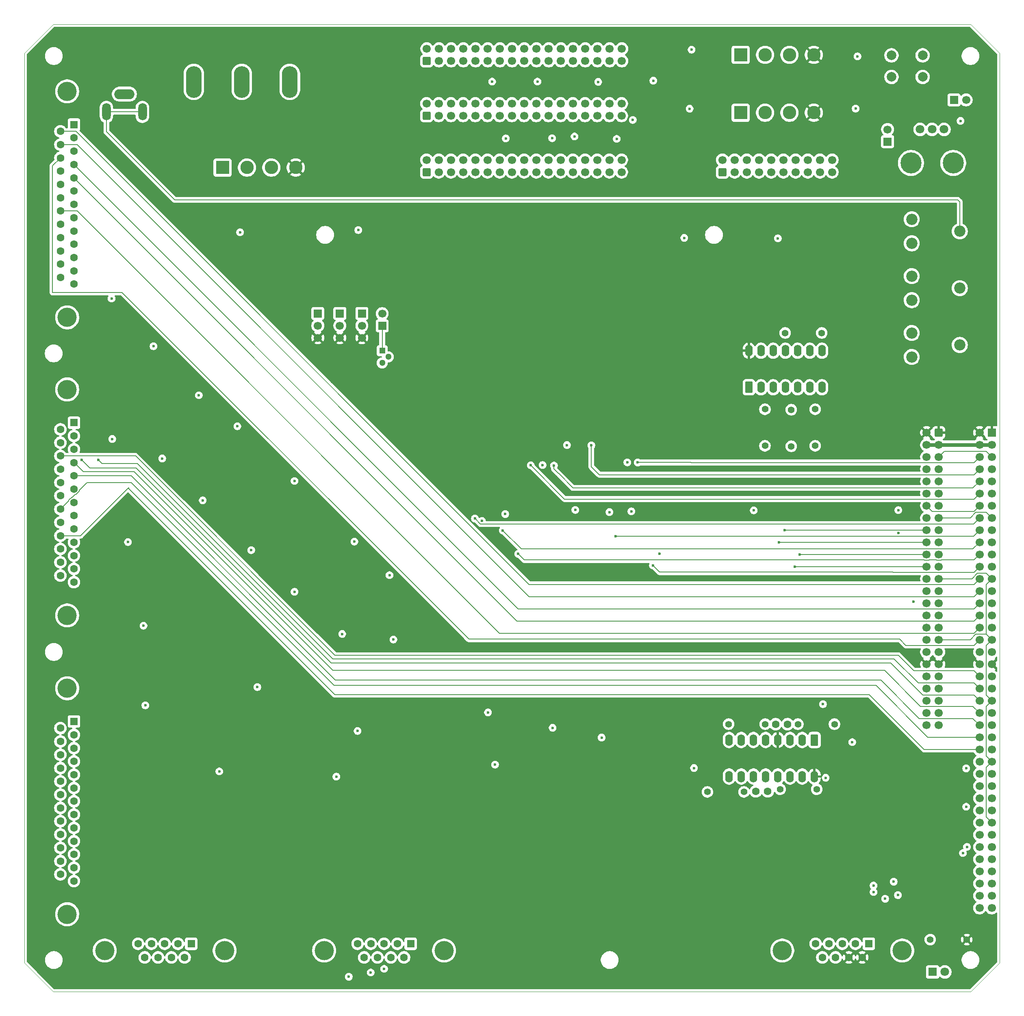
<source format=gbr>
%TF.GenerationSoftware,KiCad,Pcbnew,9.0.4*%
%TF.CreationDate,2025-11-09T15:05:15+13:00*%
%TF.ProjectId,AWS_CPU_Motherboard,4157535f-4350-4555-9f4d-6f7468657262,rev?*%
%TF.SameCoordinates,Original*%
%TF.FileFunction,Copper,L2,Inr*%
%TF.FilePolarity,Positive*%
%FSLAX46Y46*%
G04 Gerber Fmt 4.6, Leading zero omitted, Abs format (unit mm)*
G04 Created by KiCad (PCBNEW 9.0.4) date 2025-11-09 15:05:15*
%MOMM*%
%LPD*%
G01*
G04 APERTURE LIST*
G04 Aperture macros list*
%AMRoundRect*
0 Rectangle with rounded corners*
0 $1 Rounding radius*
0 $2 $3 $4 $5 $6 $7 $8 $9 X,Y pos of 4 corners*
0 Add a 4 corners polygon primitive as box body*
4,1,4,$2,$3,$4,$5,$6,$7,$8,$9,$2,$3,0*
0 Add four circle primitives for the rounded corners*
1,1,$1+$1,$2,$3*
1,1,$1+$1,$4,$5*
1,1,$1+$1,$6,$7*
1,1,$1+$1,$8,$9*
0 Add four rect primitives between the rounded corners*
20,1,$1+$1,$2,$3,$4,$5,0*
20,1,$1+$1,$4,$5,$6,$7,0*
20,1,$1+$1,$6,$7,$8,$9,0*
20,1,$1+$1,$8,$9,$2,$3,0*%
G04 Aperture macros list end*
%TA.AperFunction,ComponentPad*%
%ADD10R,1.700000X1.700000*%
%TD*%
%TA.AperFunction,ComponentPad*%
%ADD11C,1.700000*%
%TD*%
%TA.AperFunction,ComponentPad*%
%ADD12C,1.400000*%
%TD*%
%TA.AperFunction,ComponentPad*%
%ADD13RoundRect,0.250000X0.600000X0.600000X-0.600000X0.600000X-0.600000X-0.600000X0.600000X-0.600000X0*%
%TD*%
%TA.AperFunction,ComponentPad*%
%ADD14C,2.000000*%
%TD*%
%TA.AperFunction,ComponentPad*%
%ADD15C,4.000000*%
%TD*%
%TA.AperFunction,ComponentPad*%
%ADD16R,1.600000X1.600000*%
%TD*%
%TA.AperFunction,ComponentPad*%
%ADD17C,1.600000*%
%TD*%
%TA.AperFunction,ComponentPad*%
%ADD18R,2.780000X2.780000*%
%TD*%
%TA.AperFunction,ComponentPad*%
%ADD19C,2.780000*%
%TD*%
%TA.AperFunction,ComponentPad*%
%ADD20C,2.340000*%
%TD*%
%TA.AperFunction,ComponentPad*%
%ADD21C,1.800000*%
%TD*%
%TA.AperFunction,ComponentPad*%
%ADD22C,4.400000*%
%TD*%
%TA.AperFunction,ComponentPad*%
%ADD23R,1.300000X1.300000*%
%TD*%
%TA.AperFunction,ComponentPad*%
%ADD24C,1.300000*%
%TD*%
%TA.AperFunction,ComponentPad*%
%ADD25RoundRect,0.250000X0.550000X-0.950000X0.550000X0.950000X-0.550000X0.950000X-0.550000X-0.950000X0*%
%TD*%
%TA.AperFunction,ComponentPad*%
%ADD26O,1.600000X2.400000*%
%TD*%
%TA.AperFunction,ComponentPad*%
%ADD27RoundRect,0.250000X0.600000X-0.600000X0.600000X0.600000X-0.600000X0.600000X-0.600000X-0.600000X0*%
%TD*%
%TA.AperFunction,ComponentPad*%
%ADD28RoundRect,0.250000X-0.550000X0.950000X-0.550000X-0.950000X0.550000X-0.950000X0.550000X0.950000X0*%
%TD*%
%TA.AperFunction,ComponentPad*%
%ADD29R,3.300000X6.600000*%
%TD*%
%TA.AperFunction,ComponentPad*%
%ADD30O,3.300000X6.600000*%
%TD*%
%TA.AperFunction,ComponentPad*%
%ADD31O,1.800000X3.600000*%
%TD*%
%TA.AperFunction,ComponentPad*%
%ADD32O,4.200000X2.100000*%
%TD*%
%TA.AperFunction,ComponentPad*%
%ADD33R,1.800000X1.800000*%
%TD*%
%TA.AperFunction,ViaPad*%
%ADD34C,0.600000*%
%TD*%
%TA.AperFunction,Conductor*%
%ADD35C,0.800000*%
%TD*%
%TA.AperFunction,Conductor*%
%ADD36C,0.200000*%
%TD*%
%TA.AperFunction,Profile*%
%ADD37C,0.050000*%
%TD*%
G04 APERTURE END LIST*
D10*
%TO.N,DRTYPE0-*%
%TO.C,J6*%
X442590000Y-276098000D03*
D11*
%TO.N,DRTYPE1-*%
X445130000Y-276098000D03*
%TD*%
D12*
%TO.N,/VIDEO_2*%
%TO.C,R9*%
X403199600Y-348183200D03*
%TO.N,Net-(Q2-B)*%
X403199600Y-340563200D03*
%TD*%
D10*
%TO.N,GND*%
%TO.C,JP3*%
X319212400Y-320598800D03*
D11*
%TO.N,Net-(JP3-C)*%
X319212400Y-323138800D03*
%TO.N,+5V*%
X319212400Y-325678800D03*
%TD*%
D13*
%TO.N,+5V*%
%TO.C,U1*%
X439420000Y-345440000D03*
D11*
X436880000Y-345440000D03*
%TO.N,+12V*%
X439420000Y-347980000D03*
X436880000Y-347980000D03*
%TO.N,GND*%
X439420000Y-350520000D03*
X436880000Y-350520000D03*
%TO.N,~{RESET_SW}*%
X439420000Y-353060000D03*
%TO.N,AUIDO+*%
X436880000Y-353060000D03*
%TO.N,KBDO-*%
X439420000Y-355600000D03*
%TO.N,KBDI-*%
X436880000Y-355600000D03*
%TO.N,INIT-*%
X439420000Y-358140000D03*
%TO.N,unconnected-(U1-Pad12)*%
X436880000Y-358140000D03*
%TO.N,ONBDINIT+*%
X439420000Y-360680000D03*
%TO.N,INTR+*%
X436880000Y-360680000D03*
%TO.N,GND*%
X439420000Y-363220000D03*
X436880000Y-363220000D03*
%TO.N,CPU_RXDA+*%
X439420000Y-365760000D03*
X436880000Y-365760000D03*
%TO.N,CPU_RXDA-*%
X439420000Y-368300000D03*
X436880000Y-368300000D03*
%TO.N,CPU_RXCA+*%
X439420000Y-370840000D03*
X436880000Y-370840000D03*
%TO.N,CPU_RXCA-*%
X439420000Y-373380000D03*
X436880000Y-373380000D03*
%TO.N,GND*%
X439420000Y-375920000D03*
X436880000Y-375920000D03*
%TO.N,VIDEO_2+*%
X439420000Y-378460000D03*
%TO.N,VIDEO_2-*%
X436880000Y-378460000D03*
%TO.N,VERDR+*%
X439420000Y-381000000D03*
%TO.N,VERDR-*%
X436880000Y-381000000D03*
%TO.N,HORDR+*%
X439420000Y-383540000D03*
%TO.N,HORDR-*%
X436880000Y-383540000D03*
%TO.N,VIDEO+*%
X439420000Y-386080000D03*
%TO.N,VIDEO-*%
X436880000Y-386080000D03*
%TO.N,GND*%
X439420000Y-388620000D03*
X436880000Y-388620000D03*
%TO.N,-12V*%
X439420000Y-391160000D03*
X436880000Y-391160000D03*
%TO.N,+5V*%
X439420000Y-393700000D03*
X436880000Y-393700000D03*
%TO.N,unconnected-(U1-Pad41)*%
X439420000Y-396240000D03*
%TO.N,unconnected-(U1-Pad42)*%
X436880000Y-396240000D03*
%TO.N,unconnected-(U1-Pad43)*%
X439420000Y-398780000D03*
%TO.N,unconnected-(U1-Pad44)*%
X436880000Y-398780000D03*
%TO.N,unconnected-(U1-Pad45)*%
X439420000Y-401320000D03*
%TO.N,unconnected-(U1-Pad46)*%
X436880000Y-401320000D03*
%TO.N,unconnected-(U1-Pad47)*%
X439420000Y-403860000D03*
%TO.N,unconnected-(U1-Pad48)*%
X436880000Y-403860000D03*
%TO.N,unconnected-(U1-Pad49)*%
X439420000Y-406400000D03*
%TO.N,unconnected-(U1-Pad50)*%
X436880000Y-406400000D03*
%TD*%
D10*
%TO.N,+5V*%
%TO.C,U4*%
X450469000Y-345440000D03*
D11*
X447929000Y-345440000D03*
%TO.N,+12V*%
X450469000Y-347980000D03*
X447929000Y-347980000D03*
%TO.N,GND*%
X450469000Y-350520000D03*
%TO.N,2SIDED-*%
X447929000Y-350520000D03*
%TO.N,DIRECT-*%
X450469000Y-353060000D03*
%TO.N,DS1-*%
X447929000Y-353060000D03*
%TO.N,STEP-*%
X450469000Y-355600000D03*
%TO.N,READY-*%
X447929000Y-355600000D03*
%TO.N,INDEX-*%
X450469000Y-358140000D03*
%TO.N,HDSEL1-*%
X447929000Y-358140000D03*
%TO.N,ONBDINIT+*%
X450469000Y-360680000D03*
%TO.N,INTR+*%
X447929000Y-360680000D03*
%TO.N,GND*%
X450469000Y-363220000D03*
%TO.N,SIDED-*%
X447929000Y-363220000D03*
%TO.N,HDSEL0-*%
X450469000Y-365760000D03*
%TO.N,WRPORT-*%
X447929000Y-365760000D03*
%TO.N,DS0-*%
X450469000Y-368300000D03*
%TO.N,HL1+*%
X447929000Y-368300000D03*
%TO.N,WRDATA-*%
X450469000Y-370840000D03*
%TO.N,HL0+*%
X447929000Y-370840000D03*
%TO.N,TXDB-*%
X450469000Y-373380000D03*
%TO.N,RDDATA-*%
X447929000Y-373380000D03*
%TO.N,GND*%
X450469000Y-375920000D03*
%TO.N,STDB-*%
X447929000Y-375920000D03*
%TO.N,RXDB-*%
X450469000Y-378460000D03*
%TO.N,TXCB+*%
X447929000Y-378460000D03*
%TO.N,RXCB+*%
X450469000Y-381000000D03*
%TO.N,RTSB+*%
X447929000Y-381000000D03*
%TO.N,DSRB+*%
X450469000Y-383540000D03*
%TO.N,CTSB+*%
X447929000Y-383540000D03*
%TO.N,DCDB+*%
X450469000Y-386080000D03*
%TO.N,DTRB+*%
X447929000Y-386080000D03*
%TO.N,GND*%
X450469000Y-388620000D03*
%TO.N,SRDB-*%
X447929000Y-388620000D03*
%TO.N,-12V*%
X450469000Y-391160000D03*
X447929000Y-391160000D03*
%TO.N,+5V*%
X450469000Y-393700000D03*
X447929000Y-393700000D03*
%TO.N,RINGB+*%
X450469000Y-396240000D03*
%TO.N,SRDA-*%
X447929000Y-396240000D03*
%TO.N,STDA-*%
X450469000Y-398780000D03*
%TO.N,TXDA-*%
X447929000Y-398780000D03*
%TO.N,GND*%
X450469000Y-401320000D03*
%TO.N,TXCA+*%
X447929000Y-401320000D03*
%TO.N,RXDA-*%
X450469000Y-403860000D03*
%TO.N,RTSA+*%
X447929000Y-403860000D03*
%TO.N,RXCA+*%
X450469000Y-406400000D03*
%TO.N,CTSA+*%
X447929000Y-406400000D03*
%TO.N,DSRA+*%
X450469000Y-408940000D03*
%TO.N,DTRA+*%
X447929000Y-408940000D03*
%TO.N,DCDA+*%
X450469000Y-411480000D03*
%TO.N,RINGA+*%
X447929000Y-411480000D03*
%TO.N,GND*%
X450469000Y-414020000D03*
%TO.N,LPT1*%
X447929000Y-414020000D03*
%TO.N,LPT2*%
X450469000Y-416560000D03*
%TO.N,LPT3*%
X447929000Y-416560000D03*
%TO.N,LPT4*%
X450469000Y-419100000D03*
%TO.N,LPT5*%
X447929000Y-419100000D03*
%TO.N,LPT6*%
X450469000Y-421640000D03*
%TO.N,LPT7*%
X447929000Y-421640000D03*
%TO.N,LPT0*%
X450469000Y-424180000D03*
%TO.N,LPT_STROBE*%
X447929000Y-424180000D03*
%TO.N,GND*%
X450469000Y-426720000D03*
%TO.N,LPT_ACK*%
X447929000Y-426720000D03*
%TO.N,LPT_BUSY*%
X450469000Y-429260000D03*
%TO.N,NO_PAPER*%
X447929000Y-429260000D03*
%TO.N,LPT_SELECT*%
X450469000Y-431800000D03*
%TO.N,TRACK0-*%
X447929000Y-431800000D03*
%TO.N,SKCOMPL-*%
X450469000Y-434340000D03*
%TO.N,WRGATE-*%
X447929000Y-434340000D03*
%TO.N,HDSEL2-*%
X450469000Y-436880000D03*
%TO.N,REDWC-*%
X447929000Y-436880000D03*
%TO.N,unconnected-(U4-Pad75)*%
X450469000Y-439420000D03*
%TO.N,GND*%
X447929000Y-439420000D03*
%TO.N,MFM-*%
X450469000Y-441960000D03*
%TO.N,MFM+*%
X447929000Y-441960000D03*
%TO.N,WMF-*%
X450469000Y-444500000D03*
%TO.N,WMF+*%
X447929000Y-444500000D03*
%TD*%
D14*
%TO.N,~{RESET_SW}*%
%TO.C,SW1*%
X429564800Y-266801600D03*
X436064800Y-266801600D03*
%TO.N,GND*%
X429564800Y-271301600D03*
X436064800Y-271301600D03*
%TD*%
D15*
%TO.N,unconnected-(J9-PAD-Pad0)_1*%
%TO.C,J9*%
X257810000Y-336440000D03*
%TO.N,unconnected-(J9-PAD-Pad0)*%
X257810000Y-383540000D03*
D16*
%TO.N,GND*%
X259230000Y-343370000D03*
D17*
%TO.N,TXDA-*%
X259230000Y-346140000D03*
%TO.N,RXDA-*%
X259230000Y-348910000D03*
%TO.N,RTSA+*%
X259230000Y-351680000D03*
%TO.N,CTSA+*%
X259230000Y-354450000D03*
%TO.N,DSRA+*%
X259230000Y-357220000D03*
%TO.N,GND*%
X259230000Y-359990000D03*
%TO.N,DCDA+*%
X259230000Y-362760000D03*
%TO.N,GND*%
X259230000Y-365530000D03*
%TO.N,unconnected-(J9-Pad10)*%
X259230000Y-368300000D03*
%TO.N,unconnected-(J9-Pad11)*%
X259230000Y-371070000D03*
%TO.N,unconnected-(J9-Pad12)*%
X259230000Y-373840000D03*
%TO.N,unconnected-(J9-Pad13)*%
X259230000Y-376610000D03*
%TO.N,STDA-*%
X256390000Y-344755000D03*
%TO.N,TXCA+*%
X256390000Y-347525000D03*
%TO.N,SRDA-*%
X256390000Y-350295000D03*
%TO.N,RXCA+*%
X256390000Y-353065000D03*
%TO.N,unconnected-(J9-P18-Pad18)*%
X256390000Y-355835000D03*
%TO.N,unconnected-(J9-P19-Pad19)*%
X256390000Y-358605000D03*
%TO.N,DTRA+*%
X256390000Y-361375000D03*
%TO.N,unconnected-(J9-P21-Pad21)*%
X256390000Y-364145000D03*
%TO.N,RINGA+*%
X256390000Y-366915000D03*
%TO.N,unconnected-(J9-P23-Pad23)*%
X256390000Y-369685000D03*
%TO.N,unconnected-(J9-P24-Pad24)*%
X256390000Y-372455000D03*
%TO.N,unconnected-(J9-P25-Pad25)*%
X256390000Y-375225000D03*
%TD*%
D18*
%TO.N,+12V*%
%TO.C,J15*%
X398145000Y-266700000D03*
D19*
%TO.N,GND*%
X403225000Y-266700000D03*
X408305000Y-266700000D03*
%TO.N,+5V*%
X413385000Y-266700000D03*
%TD*%
D15*
%TO.N,unconnected-(J8-PAD-Pad0)_1*%
%TO.C,J8*%
X257810000Y-398720000D03*
%TO.N,unconnected-(J8-PAD-Pad0)*%
X257810000Y-445820000D03*
D16*
%TO.N,LPT0*%
X259230000Y-405650000D03*
D17*
%TO.N,LPT1*%
X259230000Y-408420000D03*
%TO.N,LPT2*%
X259230000Y-411190000D03*
%TO.N,LPT3*%
X259230000Y-413960000D03*
%TO.N,LPT4*%
X259230000Y-416730000D03*
%TO.N,LPT5*%
X259230000Y-419500000D03*
%TO.N,LPT6*%
X259230000Y-422270000D03*
%TO.N,LPT7*%
X259230000Y-425040000D03*
%TO.N,GND*%
X259230000Y-427810000D03*
X259230000Y-430580000D03*
X259230000Y-433350000D03*
X259230000Y-436120000D03*
X259230000Y-438890000D03*
%TO.N,LPT_STROBE*%
X256390000Y-407035000D03*
%TO.N,GND*%
X256390000Y-409805000D03*
%TO.N,LPT_ACK*%
X256390000Y-412575000D03*
%TO.N,LPT_BUSY*%
X256390000Y-415345000D03*
%TO.N,unconnected-(J8-P18-Pad18)*%
X256390000Y-418115000D03*
%TO.N,unconnected-(J8-P19-Pad19)*%
X256390000Y-420885000D03*
%TO.N,unconnected-(J8-P20-Pad20)*%
X256390000Y-423655000D03*
%TO.N,NO_PAPER*%
X256390000Y-426425000D03*
%TO.N,LPT_SELECT*%
X256390000Y-429195000D03*
%TO.N,GND*%
X256390000Y-431965000D03*
X256390000Y-434735000D03*
X256390000Y-437505000D03*
%TD*%
D20*
%TO.N,unconnected-(RV4-Pad1)*%
%TO.C,RV4*%
X433785000Y-329675000D03*
%TO.N,Net-(J12-In)*%
X443785000Y-327175000D03*
%TO.N,Net-(R8-Pad2)*%
X433785000Y-324675000D03*
%TD*%
D12*
%TO.N,Net-(JP4-B)*%
%TO.C,R8*%
X413664400Y-340563200D03*
%TO.N,Net-(R8-Pad2)*%
X413664400Y-348183200D03*
%TD*%
D20*
%TO.N,unconnected-(RV2-Pad1)*%
%TO.C,RV2*%
X433785000Y-305975000D03*
%TO.N,Net-(J12-In)*%
X443785000Y-303475000D03*
%TO.N,Net-(R6-Pad2)*%
X433785000Y-300975000D03*
%TD*%
D21*
%TO.N,Net-(J2-Pin_2)*%
%TO.C,RV1*%
X435523000Y-282240000D03*
%TO.N,AUIDO+*%
X438023000Y-282240000D03*
%TO.N,unconnected-(RV1-Pad3)*%
X440523000Y-282240000D03*
D22*
%TO.N,unconnected-(RV1-MountPin-PadMP)_1*%
X442423000Y-289240000D03*
%TO.N,unconnected-(RV1-MountPin-PadMP)*%
X433623000Y-289240000D03*
%TD*%
D12*
%TO.N,/VIDEO*%
%TO.C,R7*%
X408686000Y-348284800D03*
%TO.N,Net-(R7-Pad2)*%
X408686000Y-340664800D03*
%TD*%
D18*
%TO.N,+12V*%
%TO.C,J5*%
X290195000Y-290195000D03*
D19*
%TO.N,GND*%
X295275000Y-290195000D03*
X300355000Y-290195000D03*
%TO.N,+5V*%
X305435000Y-290195000D03*
%TD*%
D10*
%TO.N,GND*%
%TO.C,J2*%
X428752000Y-284789800D03*
D11*
%TO.N,Net-(J2-Pin_2)*%
X428752000Y-282249800D03*
%TD*%
D15*
%TO.N,unconnected-(J7-PAD-Pad0)_1*%
%TO.C,J7*%
X406800000Y-453390000D03*
%TO.N,unconnected-(J7-PAD-Pad0)*%
X431800000Y-453390000D03*
D16*
%TO.N,KBDI-*%
X424840000Y-451970000D03*
D17*
%TO.N,GND*%
X422070000Y-451970000D03*
%TO.N,KBDO-*%
X419300000Y-451970000D03*
%TO.N,GND*%
X416530000Y-451970000D03*
%TO.N,INIT-*%
X413760000Y-451970000D03*
%TO.N,+5V*%
X423455000Y-454810000D03*
X420685000Y-454810000D03*
%TO.N,GND*%
X417915000Y-454810000D03*
X415145000Y-454810000D03*
%TD*%
D23*
%TO.N,Net-(JP4-A)*%
%TO.C,Q2*%
X323443600Y-328371200D03*
D24*
%TO.N,Net-(Q2-B)*%
X324713600Y-329641200D03*
%TO.N,GND*%
X323443600Y-330911200D03*
%TD*%
D20*
%TO.N,unconnected-(RV3-Pad1)*%
%TO.C,RV3*%
X433785000Y-317825000D03*
%TO.N,Net-(J12-In)*%
X443785000Y-315325000D03*
%TO.N,Net-(R7-Pad2)*%
X433785000Y-312825000D03*
%TD*%
D12*
%TO.N,/CSYNC+*%
%TO.C,R6*%
X407416000Y-324662800D03*
%TO.N,Net-(R6-Pad2)*%
X415036000Y-324662800D03*
%TD*%
D18*
%TO.N,+12V*%
%TO.C,J14*%
X398145000Y-278765000D03*
D19*
%TO.N,GND*%
X403225000Y-278765000D03*
X408305000Y-278765000D03*
%TO.N,+5V*%
X413385000Y-278765000D03*
%TD*%
D25*
%TO.N,Net-(JP2-C)*%
%TO.C,U8*%
X399846800Y-335991200D03*
D26*
%TO.N,/HORDR*%
X402386800Y-335991200D03*
%TO.N,Net-(U8-Pad3)*%
X404926800Y-335991200D03*
%TO.N,/VERDR*%
X407466800Y-335991200D03*
%TO.N,Net-(JP1-C)*%
X410006800Y-335991200D03*
%TO.N,Net-(U8-Pad10)*%
X412546800Y-335991200D03*
%TO.N,GND*%
X415086800Y-335991200D03*
%TO.N,Net-(U8-Pad12)*%
X415086800Y-328371200D03*
%TO.N,Net-(U8-Pad3)*%
X412546800Y-328371200D03*
%TO.N,Net-(U8-Pad10)*%
X410006800Y-328371200D03*
%TO.N,/CSYNC+*%
X407466800Y-328371200D03*
%TO.N,Net-(U8-Pad12)*%
X404926800Y-328371200D03*
%TO.N,Net-(JP3-C)*%
X402386800Y-328371200D03*
%TO.N,+5V*%
X399846800Y-328371200D03*
%TD*%
D10*
%TO.N,Net-(JP4-A)*%
%TO.C,JP4*%
X323443600Y-323189600D03*
D11*
%TO.N,Net-(JP4-B)*%
X323443600Y-320649600D03*
%TD*%
D27*
%TO.N,GND*%
%TO.C,U3*%
X332740000Y-267970000D03*
D11*
%TO.N,unconnected-(U3-Pad2)*%
X332740000Y-265430000D03*
%TO.N,GND*%
X335280000Y-267970000D03*
%TO.N,SIDED-*%
X335280000Y-265430000D03*
%TO.N,GND*%
X337820000Y-267970000D03*
%TO.N,unconnected-(U3-Pad6)*%
X337820000Y-265430000D03*
%TO.N,GND*%
X340360000Y-267970000D03*
%TO.N,HDSEL0-*%
X340360000Y-265430000D03*
%TO.N,GND*%
X342900000Y-267970000D03*
%TO.N,DS1-*%
X342900000Y-265430000D03*
%TO.N,GND*%
X345440000Y-267970000D03*
%TO.N,unconnected-(U3-Pad12)*%
X345440000Y-265430000D03*
%TO.N,GND*%
X347980000Y-267970000D03*
%TO.N,unconnected-(U3-Pad14)*%
X347980000Y-265430000D03*
%TO.N,GND*%
X350520000Y-267970000D03*
%TO.N,HL1+*%
X350520000Y-265430000D03*
%TO.N,GND*%
X353060000Y-267970000D03*
%TO.N,DIRECT-*%
X353060000Y-265430000D03*
%TO.N,GND*%
X355600000Y-267970000D03*
%TO.N,STEP-*%
X355600000Y-265430000D03*
%TO.N,GND*%
X358140000Y-267970000D03*
%TO.N,WRDATA-*%
X358140000Y-265430000D03*
%TO.N,GND*%
X360680000Y-267970000D03*
%TO.N,WRGATE-*%
X360680000Y-265430000D03*
%TO.N,GND*%
X363220000Y-267970000D03*
%TO.N,TRACK0-*%
X363220000Y-265430000D03*
%TO.N,GND*%
X365760000Y-267970000D03*
%TO.N,WRPORT-*%
X365760000Y-265430000D03*
%TO.N,GND*%
X368300000Y-267970000D03*
%TO.N,RDDATA-*%
X368300000Y-265430000D03*
%TO.N,GND*%
X370840000Y-267970000D03*
%TO.N,2SIDED-*%
X370840000Y-265430000D03*
%TO.N,GND*%
X373380000Y-267970000D03*
%TO.N,READY-*%
X373380000Y-265430000D03*
%TD*%
D27*
%TO.N,GND*%
%TO.C,U5*%
X332689200Y-291150000D03*
D11*
%TO.N,REDWC-*%
X332689200Y-288610000D03*
%TO.N,GND*%
X335229200Y-291150000D03*
%TO.N,HDSEL2-*%
X335229200Y-288610000D03*
%TO.N,GND*%
X337769200Y-291150000D03*
%TO.N,WRGATE-*%
X337769200Y-288610000D03*
%TO.N,GND*%
X340309200Y-291150000D03*
%TO.N,SKCOMPL-*%
X340309200Y-288610000D03*
%TO.N,GND*%
X342849200Y-291150000D03*
%TO.N,TRACK0-*%
X342849200Y-288610000D03*
%TO.N,GND*%
X345389200Y-291150000D03*
%TO.N,WRPORT-*%
X345389200Y-288610000D03*
%TO.N,GND*%
X347929200Y-291150000D03*
%TO.N,HDSEL0-*%
X347929200Y-288610000D03*
%TO.N,GND*%
X350469200Y-291150000D03*
%TO.N,unconnected-(U5-Pad16)*%
X350469200Y-288610000D03*
%TO.N,GND*%
X353009200Y-291150000D03*
%TO.N,HDSEL1-*%
X353009200Y-288610000D03*
%TO.N,GND*%
X355549200Y-291150000D03*
%TO.N,INDEX-*%
X355549200Y-288610000D03*
%TO.N,GND*%
X358089200Y-291150000D03*
%TO.N,READY-*%
X358089200Y-288610000D03*
%TO.N,GND*%
X360629200Y-291150000D03*
%TO.N,STEP-*%
X360629200Y-288610000D03*
%TO.N,GND*%
X363169200Y-291150000D03*
%TO.N,unconnected-(U5-Pad26)*%
X363169200Y-288610000D03*
%TO.N,GND*%
X365709200Y-291150000D03*
%TO.N,DS1-*%
X365709200Y-288610000D03*
%TO.N,GND*%
X368249200Y-291150000D03*
%TO.N,DRTYPE0-*%
X368249200Y-288610000D03*
%TO.N,GND*%
X370789200Y-291150000D03*
%TO.N,DRTYPE1-*%
X370789200Y-288610000D03*
%TO.N,GND*%
X373329200Y-291150000D03*
%TO.N,DIRECT-*%
X373329200Y-288610000D03*
%TD*%
D10*
%TO.N,GND*%
%TO.C,JP2*%
X314622400Y-320598800D03*
D11*
%TO.N,Net-(JP2-C)*%
X314622400Y-323138800D03*
%TO.N,+5V*%
X314622400Y-325678800D03*
%TD*%
D28*
%TO.N,VERDR-*%
%TO.C,U7*%
X413512000Y-409498800D03*
D26*
%TO.N,VERDR+*%
X410972000Y-409498800D03*
%TO.N,/VERDR*%
X408432000Y-409498800D03*
%TO.N,+5V*%
X405892000Y-409498800D03*
%TO.N,/VIDEO_2*%
X403352000Y-409498800D03*
%TO.N,VIDEO_2+*%
X400812000Y-409498800D03*
%TO.N,VIDEO_2-*%
X398272000Y-409498800D03*
%TO.N,GND*%
X395732000Y-409498800D03*
%TO.N,HORDR-*%
X395732000Y-417118800D03*
%TO.N,HORDR+*%
X398272000Y-417118800D03*
%TO.N,/HORDR*%
X400812000Y-417118800D03*
%TO.N,GND*%
X403352000Y-417118800D03*
%TO.N,/VIDEO*%
X405892000Y-417118800D03*
%TO.N,VIDEO+*%
X408432000Y-417118800D03*
%TO.N,VIDEO-*%
X410972000Y-417118800D03*
%TO.N,+5V*%
X413512000Y-417118800D03*
%TD*%
D12*
%TO.N,VERDR-*%
%TO.C,R2*%
X417677600Y-406196800D03*
%TO.N,VERDR+*%
X410057600Y-406196800D03*
%TD*%
D15*
%TO.N,unconnected-(J4-PAD-Pad0)_1*%
%TO.C,J4*%
X311350000Y-453390000D03*
%TO.N,unconnected-(J4-PAD-Pad0)*%
X336350000Y-453390000D03*
D16*
%TO.N,GND*%
X329390000Y-451970000D03*
D17*
X326620000Y-451970000D03*
X323850000Y-451970000D03*
X321080000Y-451970000D03*
X318310000Y-451970000D03*
%TO.N,CPU_RXCA+*%
X328005000Y-454810000D03*
%TO.N,CPU_RXCA-*%
X325235000Y-454810000D03*
%TO.N,CPU_RXDA+*%
X322465000Y-454810000D03*
%TO.N,CPU_RXDA-*%
X319695000Y-454810000D03*
%TD*%
D15*
%TO.N,unconnected-(J3-PAD-Pad0)*%
%TO.C,J3*%
X265630000Y-453390000D03*
%TO.N,unconnected-(J3-PAD-Pad0)_1*%
X290630000Y-453390000D03*
D16*
%TO.N,GND*%
X283670000Y-451970000D03*
D17*
X280900000Y-451970000D03*
X278130000Y-451970000D03*
X275360000Y-451970000D03*
X272590000Y-451970000D03*
%TO.N,CPU_RXCA+*%
X282285000Y-454810000D03*
%TO.N,CPU_RXCA-*%
X279515000Y-454810000D03*
%TO.N,CPU_RXDA+*%
X276745000Y-454810000D03*
%TO.N,CPU_RXDA-*%
X273975000Y-454810000D03*
%TD*%
%TO.N,/HORDR*%
%TO.C,C2*%
X401289200Y-420217600D03*
%TO.N,GND*%
X403789200Y-420217600D03*
%TD*%
D27*
%TO.N,GND*%
%TO.C,U2*%
X332689200Y-279400000D03*
D11*
%TO.N,unconnected-(U2-Pad2)*%
X332689200Y-276860000D03*
%TO.N,GND*%
X335229200Y-279400000D03*
%TO.N,SIDED-*%
X335229200Y-276860000D03*
%TO.N,GND*%
X337769200Y-279400000D03*
%TO.N,unconnected-(U2-Pad6)*%
X337769200Y-276860000D03*
%TO.N,GND*%
X340309200Y-279400000D03*
%TO.N,HDSEL0-*%
X340309200Y-276860000D03*
%TO.N,GND*%
X342849200Y-279400000D03*
%TO.N,DS0-*%
X342849200Y-276860000D03*
%TO.N,GND*%
X345389200Y-279400000D03*
%TO.N,unconnected-(U2-Pad12)*%
X345389200Y-276860000D03*
%TO.N,GND*%
X347929200Y-279400000D03*
%TO.N,unconnected-(U2-Pad14)*%
X347929200Y-276860000D03*
%TO.N,GND*%
X350469200Y-279400000D03*
%TO.N,HL0+*%
X350469200Y-276860000D03*
%TO.N,GND*%
X353009200Y-279400000D03*
%TO.N,DIRECT-*%
X353009200Y-276860000D03*
%TO.N,GND*%
X355549200Y-279400000D03*
%TO.N,STEP-*%
X355549200Y-276860000D03*
%TO.N,GND*%
X358089200Y-279400000D03*
%TO.N,WRDATA-*%
X358089200Y-276860000D03*
%TO.N,GND*%
X360629200Y-279400000D03*
%TO.N,WRGATE-*%
X360629200Y-276860000D03*
%TO.N,GND*%
X363169200Y-279400000D03*
%TO.N,TRACK0-*%
X363169200Y-276860000D03*
%TO.N,GND*%
X365709200Y-279400000D03*
%TO.N,WRPORT-*%
X365709200Y-276860000D03*
%TO.N,GND*%
X368249200Y-279400000D03*
%TO.N,RDDATA-*%
X368249200Y-276860000D03*
%TO.N,GND*%
X370789200Y-279400000D03*
%TO.N,2SIDED-*%
X370789200Y-276860000D03*
%TO.N,GND*%
X373329200Y-279400000D03*
%TO.N,READY-*%
X373329200Y-276860000D03*
%TD*%
D12*
%TO.N,HORDR-*%
%TO.C,R5*%
X391210800Y-420319200D03*
%TO.N,HORDR+*%
X398830800Y-420319200D03*
%TD*%
%TO.N,VIDEO-*%
%TO.C,R3*%
X413969200Y-419760400D03*
%TO.N,VIDEO+*%
X406349200Y-419760400D03*
%TD*%
D10*
%TO.N,GND*%
%TO.C,JP1*%
X310032400Y-320598800D03*
D11*
%TO.N,Net-(JP1-C)*%
X310032400Y-323138800D03*
%TO.N,+5V*%
X310032400Y-325678800D03*
%TD*%
D12*
%TO.N,VIDEO_2-*%
%TO.C,R4*%
X395630400Y-406196800D03*
%TO.N,VIDEO_2+*%
X403250400Y-406196800D03*
%TD*%
D29*
%TO.N,+5V*%
%TO.C,J1*%
X314198000Y-272338800D03*
D30*
%TO.N,+12V*%
X304198000Y-272338800D03*
%TO.N,GND*%
X294198000Y-272338800D03*
%TO.N,-12V*%
X284198000Y-272338800D03*
%TD*%
D15*
%TO.N,unconnected-(J10-PAD-Pad0)*%
%TO.C,J10*%
X257810000Y-274320000D03*
%TO.N,unconnected-(J10-PAD-Pad0)_1*%
X257810000Y-321420000D03*
D16*
%TO.N,GND*%
X259230000Y-281250000D03*
D17*
%TO.N,TXDB-*%
X259230000Y-284020000D03*
%TO.N,RXDB-*%
X259230000Y-286790000D03*
%TO.N,RTSB+*%
X259230000Y-289560000D03*
%TO.N,CTSB+*%
X259230000Y-292330000D03*
%TO.N,DSRB+*%
X259230000Y-295100000D03*
%TO.N,GND*%
X259230000Y-297870000D03*
%TO.N,DCDB+*%
X259230000Y-300640000D03*
%TO.N,GND*%
X259230000Y-303410000D03*
%TO.N,unconnected-(J10-Pad10)*%
X259230000Y-306180000D03*
%TO.N,unconnected-(J10-Pad11)*%
X259230000Y-308950000D03*
%TO.N,unconnected-(J10-Pad12)*%
X259230000Y-311720000D03*
%TO.N,unconnected-(J10-Pad13)*%
X259230000Y-314490000D03*
%TO.N,STDB-*%
X256390000Y-282635000D03*
%TO.N,TXCB+*%
X256390000Y-285405000D03*
%TO.N,SRDB-*%
X256390000Y-288175000D03*
%TO.N,RXCB+*%
X256390000Y-290945000D03*
%TO.N,unconnected-(J10-P18-Pad18)*%
X256390000Y-293715000D03*
%TO.N,unconnected-(J10-P19-Pad19)*%
X256390000Y-296485000D03*
%TO.N,DTRB+*%
X256390000Y-299255000D03*
%TO.N,unconnected-(J10-P21-Pad21)*%
X256390000Y-302025000D03*
%TO.N,RINGB+*%
X256390000Y-304795000D03*
%TO.N,unconnected-(J10-P23-Pad23)*%
X256390000Y-307565000D03*
%TO.N,unconnected-(J10-P24-Pad24)*%
X256390000Y-310335000D03*
%TO.N,unconnected-(J10-P25-Pad25)*%
X256390000Y-313105000D03*
%TD*%
D31*
%TO.N,Net-(J12-In)*%
%TO.C,J12*%
X273488800Y-278587200D03*
X265988800Y-278587200D03*
D32*
%TO.N,GND*%
X269738800Y-274887200D03*
%TD*%
D12*
%TO.N,+5V*%
%TO.C,R1*%
X445262000Y-451104000D03*
%TO.N,Net-(D1-A)*%
X437642000Y-451104000D03*
%TD*%
D27*
%TO.N,unconnected-(U6-Pad1)*%
%TO.C,U6*%
X394335000Y-291150000D03*
D11*
%TO.N,GND*%
X394335000Y-288610000D03*
%TO.N,unconnected-(U6-Pad3)*%
X396875000Y-291150000D03*
%TO.N,GND*%
X396875000Y-288610000D03*
%TO.N,unconnected-(U6-Pad5)*%
X399415000Y-291150000D03*
%TO.N,GND*%
X399415000Y-288610000D03*
%TO.N,unconnected-(U6-Pad7)*%
X401955000Y-291150000D03*
%TO.N,GND*%
X401955000Y-288610000D03*
%TO.N,unconnected-(U6-Pad9)*%
X404495000Y-291150000D03*
%TO.N,GND*%
X404495000Y-288610000D03*
X407035000Y-291150000D03*
X407035000Y-288610000D03*
%TO.N,WMF+*%
X409575000Y-291150000D03*
%TO.N,WMF-*%
X409575000Y-288610000D03*
%TO.N,GND*%
X412115000Y-291150000D03*
X412115000Y-288610000D03*
%TO.N,MFM+*%
X414655000Y-291150000D03*
%TO.N,MFM-*%
X414655000Y-288610000D03*
%TO.N,GND*%
X417195000Y-291150000D03*
X417195000Y-288610000D03*
%TD*%
D17*
%TO.N,/VERDR*%
%TO.C,C1*%
X407904000Y-406196800D03*
%TO.N,GND*%
X405404000Y-406196800D03*
%TD*%
D33*
%TO.N,GND*%
%TO.C,D1*%
X438150000Y-457835000D03*
D21*
%TO.N,Net-(D1-A)*%
X440690000Y-457835000D03*
%TD*%
D34*
%TO.N,GND*%
X270474362Y-368249139D03*
X358851200Y-284073600D03*
X274104649Y-402277032D03*
X355803200Y-272288000D03*
X293827200Y-303682400D03*
X368452400Y-272338800D03*
X317652400Y-368147600D03*
X379933200Y-272084800D03*
X318465200Y-303225200D03*
X305179908Y-355518931D03*
X443941200Y-280466800D03*
X293268400Y-344119200D03*
X297434000Y-398475200D03*
X267208000Y-346760800D03*
X363524800Y-283718000D03*
X422098872Y-277903482D03*
X415848800Y-417372800D03*
X285237530Y-337657918D03*
X275798783Y-327444710D03*
X386384800Y-304850800D03*
X325780400Y-388569200D03*
X318312800Y-407619200D03*
X313892598Y-417137008D03*
X289509200Y-416052000D03*
X387908800Y-265633200D03*
X415290000Y-402031200D03*
X315112400Y-387400800D03*
X430987200Y-361594400D03*
X369163600Y-408990800D03*
X375666000Y-280263600D03*
X405892000Y-304952400D03*
X324967600Y-375158000D03*
X372313200Y-284226000D03*
X421386000Y-409956000D03*
X422486102Y-267028755D03*
X277622000Y-350824800D03*
X346964000Y-414629600D03*
X370789200Y-362000800D03*
X345490800Y-403758400D03*
X387502400Y-277926800D03*
X363677200Y-361543600D03*
X375361200Y-361848400D03*
X267055600Y-317500000D03*
X358952800Y-406958800D03*
X346354400Y-272288000D03*
X388416800Y-415340800D03*
X286054800Y-359562400D03*
X273710400Y-385673600D03*
X305179908Y-378607559D03*
X296164000Y-369925600D03*
X431038000Y-366369600D03*
X400862800Y-361645200D03*
X349199200Y-284124400D03*
%TO.N,STEP-*%
X361950000Y-348030800D03*
%TO.N,HL0+*%
X351790000Y-370713000D03*
%TO.N,2SIDED-*%
X376682000Y-351663000D03*
%TO.N,WRDATA-*%
X381254000Y-370713000D03*
%TO.N,RDDATA-*%
X379857000Y-373126000D03*
%TO.N,SIDED-*%
X342773000Y-363347000D03*
%TO.N,WRGATE-*%
X425831000Y-441198000D03*
%TO.N,WRPORT-*%
X372110000Y-367030000D03*
%TO.N,READY-*%
X359240200Y-352298000D03*
%TO.N,TRACK0-*%
X425831000Y-439836000D03*
%TO.N,DS0-*%
X344238200Y-363855000D03*
%TO.N,HDSEL0-*%
X349080200Y-362415200D03*
%TO.N,DIRECT-*%
X374523000Y-351637600D03*
%TO.N,HL1+*%
X348551500Y-365823500D03*
%TO.N,DS1-*%
X367030000Y-348107000D03*
%TO.N,HDSEL2-*%
X430911000Y-441833000D03*
%TO.N,LPT6*%
X445135000Y-423418000D03*
%TO.N,LPT_BUSY*%
X445282235Y-431779765D03*
%TO.N,INDEX-*%
X356870000Y-352196400D03*
%TO.N,LPT_STROBE*%
X445135000Y-415417000D03*
%TO.N,HDSEL1-*%
X354398200Y-352239200D03*
%TO.N,REDWC-*%
X428244000Y-442595000D03*
%TO.N,SKCOMPL-*%
X430022000Y-439039000D03*
%TO.N,VERDR+*%
X434136800Y-380625000D03*
%TO.N,LPT0*%
X444449200Y-433070000D03*
%TO.N,CPU_RXCA+*%
X410464000Y-370840000D03*
%TO.N,CPU_RXDA-*%
X406146000Y-368300000D03*
X316484000Y-458851000D03*
%TO.N,CPU_RXDA+*%
X321056000Y-457962000D03*
X407289000Y-365760000D03*
%TO.N,CPU_RXCA-*%
X323850000Y-457200000D03*
X409448000Y-373380000D03*
%TO.N,TXCA+*%
X260858000Y-351155000D03*
%TO.N,TXDA-*%
X264287000Y-351155000D03*
%TD*%
D35*
%TO.N,+12V*%
X436880000Y-347980000D02*
X450469000Y-347980000D01*
D36*
%TO.N,GND*%
X447452240Y-374769000D02*
X449318000Y-374769000D01*
X449318000Y-425569000D02*
X450469000Y-426720000D01*
X450469000Y-401320000D02*
X449318000Y-400169000D01*
X449318000Y-415171000D02*
X449318000Y-425569000D01*
X445956100Y-363220000D02*
X439420000Y-363220000D01*
X449318000Y-387469000D02*
X447107100Y-387469000D01*
X440571000Y-349369000D02*
X439420000Y-350520000D01*
X449318000Y-387469000D02*
X449318000Y-377071000D01*
X445956100Y-388620000D02*
X439420000Y-388620000D01*
X439420000Y-375920000D02*
X446301240Y-375920000D01*
X449318000Y-374769000D02*
X450469000Y-375920000D01*
X447107100Y-387469000D02*
X445956100Y-388620000D01*
X450469000Y-363220000D02*
X449318000Y-362069000D01*
X446301240Y-375920000D02*
X447452240Y-374769000D01*
X450469000Y-401320000D02*
X449318000Y-402471000D01*
X449318000Y-412869000D02*
X450469000Y-414020000D01*
X450469000Y-350520000D02*
X449318000Y-349369000D01*
X449318000Y-400169000D02*
X449318000Y-389771000D01*
X449318000Y-349369000D02*
X440571000Y-349369000D01*
X449318000Y-377071000D02*
X450469000Y-375920000D01*
X449318000Y-402471000D02*
X449318000Y-412869000D01*
X449318000Y-389771000D02*
X450469000Y-388620000D01*
X449318000Y-362069000D02*
X447107100Y-362069000D01*
X450469000Y-414020000D02*
X449318000Y-415171000D01*
X450469000Y-388620000D02*
X449318000Y-387469000D01*
X447107100Y-362069000D02*
X445956100Y-363220000D01*
%TO.N,INTR+*%
X446778000Y-361831000D02*
X438031000Y-361831000D01*
X447929000Y-360680000D02*
X446778000Y-361831000D01*
X438031000Y-361831000D02*
X436880000Y-360680000D01*
%TO.N,HL0+*%
X438943240Y-371991000D02*
X439896760Y-371991000D01*
X351790000Y-370713000D02*
X353060000Y-371983000D01*
X437356760Y-371991000D02*
X437364760Y-371983000D01*
X438935240Y-371983000D02*
X438943240Y-371991000D01*
X436395240Y-371983000D02*
X436403240Y-371991000D01*
X436403240Y-371991000D02*
X437356760Y-371991000D01*
X439896760Y-371991000D02*
X439904760Y-371983000D01*
X353060000Y-371983000D02*
X436395240Y-371983000D01*
X437364760Y-371983000D02*
X438935240Y-371983000D01*
X446786000Y-371983000D02*
X447929000Y-370840000D01*
X439904760Y-371983000D02*
X446786000Y-371983000D01*
%TO.N,2SIDED-*%
X387850000Y-351671000D02*
X446778000Y-351671000D01*
X387842000Y-351663000D02*
X387850000Y-351671000D01*
X376682000Y-351663000D02*
X387842000Y-351663000D01*
X446778000Y-351671000D02*
X447929000Y-350520000D01*
%TO.N,RDDATA-*%
X429903000Y-374531000D02*
X446778000Y-374531000D01*
X379857000Y-373126000D02*
X381254000Y-374523000D01*
X429895000Y-374523000D02*
X429903000Y-374531000D01*
X381254000Y-374523000D02*
X429895000Y-374523000D01*
X446778000Y-374531000D02*
X447929000Y-373380000D01*
%TO.N,SIDED-*%
X343916000Y-364490000D02*
X446659000Y-364490000D01*
X342773000Y-363347000D02*
X343916000Y-364490000D01*
X446659000Y-364490000D02*
X447929000Y-363220000D01*
%TO.N,WRPORT-*%
X446659000Y-367030000D02*
X447929000Y-365760000D01*
X372110000Y-367030000D02*
X446659000Y-367030000D01*
%TO.N,READY-*%
X359240200Y-352298000D02*
X359240200Y-353017200D01*
X360172000Y-353949000D02*
X360188000Y-353949000D01*
X360188000Y-353949000D02*
X363228000Y-356989000D01*
X363228000Y-356989000D02*
X446540000Y-356989000D01*
X359240200Y-353017200D02*
X360172000Y-353949000D01*
X446540000Y-356989000D02*
X447929000Y-355600000D01*
%TO.N,HL1+*%
X348551500Y-365823500D02*
X352417000Y-369689000D01*
X352417000Y-369689000D02*
X446540000Y-369689000D01*
X446540000Y-369689000D02*
X447929000Y-368300000D01*
%TO.N,DS1-*%
X368689000Y-354211000D02*
X446778000Y-354211000D01*
X367030000Y-352552000D02*
X368689000Y-354211000D01*
X367030000Y-348107000D02*
X367030000Y-352552000D01*
X446778000Y-354211000D02*
X447929000Y-353060000D01*
%TO.N,RTSA+*%
X261178500Y-353568000D02*
X259290500Y-351680000D01*
X446540000Y-402471000D02*
X435618000Y-402471000D01*
X313181998Y-394970000D02*
X271779998Y-353568000D01*
X271779998Y-353568000D02*
X261178500Y-353568000D01*
X428117000Y-394970000D02*
X313181998Y-394970000D01*
X259290500Y-351680000D02*
X259230000Y-351680000D01*
X447929000Y-403860000D02*
X446540000Y-402471000D01*
X435618000Y-402471000D02*
X428117000Y-394970000D01*
%TO.N,SRDA-*%
X313588400Y-391820400D02*
X272063000Y-350295000D01*
X447929000Y-396240000D02*
X446778000Y-395089000D01*
X434255800Y-395089000D02*
X430987200Y-391820400D01*
X272063000Y-350295000D02*
X256390000Y-350295000D01*
X430987200Y-391820400D02*
X313588400Y-391820400D01*
X446778000Y-395089000D02*
X434255800Y-395089000D01*
%TO.N,CTSA+*%
X435364000Y-405011000D02*
X427355000Y-397002000D01*
X259380000Y-354457000D02*
X259230000Y-354607000D01*
X446540000Y-405011000D02*
X435364000Y-405011000D01*
X427355000Y-397002000D02*
X313690000Y-397002000D01*
X447929000Y-406400000D02*
X446540000Y-405011000D01*
X313690000Y-397002000D02*
X271145000Y-354457000D01*
X259230000Y-354607000D02*
X259230000Y-354450000D01*
X271145000Y-354457000D02*
X259380000Y-354457000D01*
%TO.N,RINGA+*%
X313563002Y-400050000D02*
X270637000Y-357123998D01*
X270637000Y-357123998D02*
X270637000Y-356870000D01*
X436372000Y-411480000D02*
X424942000Y-400050000D01*
X447929000Y-411480000D02*
X436372000Y-411480000D01*
X260592000Y-366915000D02*
X256390000Y-366915000D01*
X424942000Y-400050000D02*
X313563002Y-400050000D01*
X270637000Y-356870000D02*
X260592000Y-366915000D01*
%TO.N,HDSEL1-*%
X446778000Y-359291000D02*
X447929000Y-358140000D01*
X354398200Y-352239200D02*
X361450000Y-359291000D01*
X361450000Y-359291000D02*
X446778000Y-359291000D01*
%TO.N,DTRA+*%
X259444000Y-358321000D02*
X258876000Y-358889000D01*
X426339000Y-398145000D02*
X313436000Y-398145000D01*
X313436000Y-398145000D02*
X271145000Y-355854000D01*
X258129000Y-359533950D02*
X258129000Y-359636000D01*
X271145000Y-355854000D02*
X261911000Y-355854000D01*
X261911000Y-355854000D02*
X260331000Y-357434000D01*
X260331000Y-357676050D02*
X259686050Y-358321000D01*
X259686050Y-358321000D02*
X259444000Y-358321000D01*
X258129000Y-359636000D02*
X256390000Y-361375000D01*
X260331000Y-357434000D02*
X260331000Y-357676050D01*
X258876000Y-358889000D02*
X258773950Y-358889000D01*
X447929000Y-408940000D02*
X437134000Y-408940000D01*
X437134000Y-408940000D02*
X426339000Y-398145000D01*
X258773950Y-358889000D02*
X258129000Y-359533950D01*
%TO.N,CTSB+*%
X259230000Y-292377000D02*
X259230000Y-292330000D01*
X446778000Y-384691000D02*
X351544000Y-384691000D01*
X351544000Y-384691000D02*
X259230000Y-292377000D01*
X447929000Y-383540000D02*
X446778000Y-384691000D01*
%TO.N,DTRB+*%
X447929000Y-386080000D02*
X446778000Y-387231000D01*
X446778000Y-387231000D02*
X347861000Y-387231000D01*
X347861000Y-387231000D02*
X259885000Y-299255000D01*
X259885000Y-299255000D02*
X256390000Y-299255000D01*
%TO.N,STDB-*%
X259648000Y-282635000D02*
X354084000Y-377071000D01*
X354084000Y-377071000D02*
X446778000Y-377071000D01*
X256390000Y-282635000D02*
X259648000Y-282635000D01*
X446778000Y-377071000D02*
X447929000Y-375920000D01*
%TO.N,TXCB+*%
X256390000Y-285405000D02*
X259878000Y-285405000D01*
X446778000Y-379611000D02*
X447929000Y-378460000D01*
X259878000Y-285405000D02*
X354084000Y-379611000D01*
X354084000Y-379611000D02*
X446778000Y-379611000D01*
%TO.N,RTSB+*%
X259230000Y-289583000D02*
X351798000Y-382151000D01*
X259230000Y-289560000D02*
X259230000Y-289583000D01*
X351798000Y-382151000D02*
X446778000Y-382151000D01*
X446778000Y-382151000D02*
X447929000Y-381000000D01*
%TO.N,SRDB-*%
X431292000Y-388493000D02*
X341503000Y-388493000D01*
X256632000Y-288417000D02*
X256390000Y-288175000D01*
X254762000Y-316230000D02*
X254762000Y-289803000D01*
X341503000Y-388493000D02*
X269240000Y-316230000D01*
X269240000Y-316230000D02*
X254762000Y-316230000D01*
X432570000Y-389771000D02*
X431292000Y-388493000D01*
X254762000Y-289803000D02*
X256390000Y-288175000D01*
X447929000Y-388620000D02*
X446778000Y-389771000D01*
X446778000Y-389771000D02*
X432570000Y-389771000D01*
%TO.N,CPU_RXCA+*%
X410464000Y-370840000D02*
X436880000Y-370840000D01*
%TO.N,CPU_RXDA-*%
X406146000Y-368300000D02*
X436880000Y-368300000D01*
%TO.N,CPU_RXDA+*%
X407289000Y-365760000D02*
X436880000Y-365760000D01*
%TO.N,CPU_RXCA-*%
X436880000Y-373380000D02*
X409448000Y-373380000D01*
%TO.N,TXCA+*%
X429387000Y-393446000D02*
X436110000Y-400169000D01*
X436110000Y-400169000D02*
X446778000Y-400169000D01*
X446778000Y-400169000D02*
X447929000Y-401320000D01*
X272160998Y-352806000D02*
X312800998Y-393446000D01*
X260858000Y-351155000D02*
X262509000Y-352806000D01*
X262509000Y-352806000D02*
X272160998Y-352806000D01*
X312800998Y-393446000D02*
X429387000Y-393446000D01*
%TO.N,TXDA-*%
X430149000Y-392658600D02*
X435119400Y-397629000D01*
X430149000Y-392633200D02*
X430149000Y-392658600D01*
X446778000Y-397629000D02*
X447929000Y-398780000D01*
X265049000Y-351917000D02*
X272415000Y-351917000D01*
X313131200Y-392633200D02*
X430149000Y-392633200D01*
X435119400Y-397629000D02*
X446778000Y-397629000D01*
X264287000Y-351155000D02*
X265049000Y-351917000D01*
X272415000Y-351917000D02*
X313131200Y-392633200D01*
%TO.N,Net-(J12-In)*%
X443785000Y-303475000D02*
X443785000Y-297328600D01*
X443382400Y-296926000D02*
X280212800Y-296926000D01*
X265988800Y-282702000D02*
X265988800Y-278587200D01*
X273488800Y-278587200D02*
X265988800Y-278587200D01*
X443785000Y-297328600D02*
X443382400Y-296926000D01*
X280212800Y-296926000D02*
X265988800Y-282702000D01*
%TO.N,Net-(JP4-A)*%
X323443600Y-323189600D02*
X323443600Y-328371200D01*
%TD*%
%TA.AperFunction,Conductor*%
%TO.N,+5V*%
G36*
X445928363Y-260870185D02*
G01*
X445949005Y-260886819D01*
X451583181Y-266520995D01*
X451616666Y-266582318D01*
X451619500Y-266608676D01*
X451619500Y-343989839D01*
X451599815Y-344056878D01*
X451547011Y-344102633D01*
X451477853Y-344112577D01*
X451452168Y-344106021D01*
X451426382Y-344096403D01*
X451426372Y-344096401D01*
X451366844Y-344090000D01*
X450719000Y-344090000D01*
X450719000Y-345006988D01*
X450661993Y-344974075D01*
X450534826Y-344940000D01*
X450403174Y-344940000D01*
X450276007Y-344974075D01*
X450219000Y-345006988D01*
X450219000Y-344090000D01*
X449571155Y-344090000D01*
X449511627Y-344096401D01*
X449511620Y-344096403D01*
X449376913Y-344146645D01*
X449376906Y-344146649D01*
X449261812Y-344232809D01*
X449261809Y-344232812D01*
X449175649Y-344347906D01*
X449175645Y-344347913D01*
X449125403Y-344482619D01*
X449125401Y-344482626D01*
X449116497Y-344565444D01*
X449113434Y-344565114D01*
X449114336Y-344582094D01*
X449081356Y-344641195D01*
X448411962Y-345310590D01*
X448394925Y-345247007D01*
X448329099Y-345132993D01*
X448236007Y-345039901D01*
X448121993Y-344974075D01*
X448058409Y-344957037D01*
X448690716Y-344324728D01*
X448636550Y-344285375D01*
X448447217Y-344188904D01*
X448245129Y-344123242D01*
X448035246Y-344090000D01*
X447822754Y-344090000D01*
X447612872Y-344123242D01*
X447612869Y-344123242D01*
X447410782Y-344188904D01*
X447221439Y-344285380D01*
X447167282Y-344324727D01*
X447167282Y-344324728D01*
X447799591Y-344957037D01*
X447736007Y-344974075D01*
X447621993Y-345039901D01*
X447528901Y-345132993D01*
X447463075Y-345247007D01*
X447446037Y-345310591D01*
X446813728Y-344678282D01*
X446813727Y-344678282D01*
X446774380Y-344732439D01*
X446677904Y-344921782D01*
X446612242Y-345123869D01*
X446612242Y-345123872D01*
X446579000Y-345333753D01*
X446579000Y-345546246D01*
X446612242Y-345756127D01*
X446612242Y-345756130D01*
X446677904Y-345958217D01*
X446774375Y-346147550D01*
X446813728Y-346201716D01*
X447446037Y-345569408D01*
X447463075Y-345632993D01*
X447528901Y-345747007D01*
X447621993Y-345840099D01*
X447736007Y-345905925D01*
X447799590Y-345922962D01*
X447167282Y-346555269D01*
X447167282Y-346555270D01*
X447221452Y-346594626D01*
X447221451Y-346594626D01*
X447230495Y-346599234D01*
X447281292Y-346647208D01*
X447298087Y-346715029D01*
X447275550Y-346781164D01*
X447230499Y-346820202D01*
X447221182Y-346824949D01*
X447049213Y-346949890D01*
X447049209Y-346949894D01*
X446955923Y-347043181D01*
X446894600Y-347076666D01*
X446868242Y-347079500D01*
X440480758Y-347079500D01*
X440452251Y-347071129D01*
X440423110Y-347065285D01*
X440416978Y-347060771D01*
X440413719Y-347059815D01*
X440394515Y-347044596D01*
X440393796Y-347043900D01*
X440299792Y-346949896D01*
X440287323Y-346940837D01*
X440281038Y-346934753D01*
X440267941Y-346911668D01*
X440251731Y-346890649D01*
X440250966Y-346881749D01*
X440246560Y-346873983D01*
X440248022Y-346847484D01*
X440245750Y-346821036D01*
X440249917Y-346813136D01*
X440250410Y-346804220D01*
X440265968Y-346782715D01*
X440278354Y-346759240D01*
X440286767Y-346753967D01*
X440291365Y-346747612D01*
X440306139Y-346741825D01*
X440328278Y-346727951D01*
X440339117Y-346724359D01*
X440339124Y-346724356D01*
X440488345Y-346632315D01*
X440612315Y-346508345D01*
X440704356Y-346359124D01*
X440704358Y-346359119D01*
X440759505Y-346192697D01*
X440759506Y-346192690D01*
X440769999Y-346089986D01*
X440770000Y-346089973D01*
X440770000Y-345690000D01*
X439853012Y-345690000D01*
X439885925Y-345632993D01*
X439920000Y-345505826D01*
X439920000Y-345374174D01*
X439885925Y-345247007D01*
X439853012Y-345190000D01*
X440769999Y-345190000D01*
X440769999Y-344790028D01*
X440769998Y-344790013D01*
X440759505Y-344687302D01*
X440704358Y-344520880D01*
X440704356Y-344520875D01*
X440652673Y-344437084D01*
X440612315Y-344371654D01*
X440488345Y-344247684D01*
X440339124Y-344155643D01*
X440339119Y-344155641D01*
X440172697Y-344100494D01*
X440172690Y-344100493D01*
X440069986Y-344090000D01*
X439670000Y-344090000D01*
X439670000Y-345006988D01*
X439612993Y-344974075D01*
X439485826Y-344940000D01*
X439354174Y-344940000D01*
X439227007Y-344974075D01*
X439170000Y-345006988D01*
X439170000Y-344090000D01*
X438770028Y-344090000D01*
X438770012Y-344090001D01*
X438667302Y-344100494D01*
X438500880Y-344155641D01*
X438500875Y-344155643D01*
X438351654Y-344247684D01*
X438227684Y-344371654D01*
X438135643Y-344520875D01*
X438135642Y-344520878D01*
X438111806Y-344592811D01*
X438072033Y-344650255D01*
X438007517Y-344677078D01*
X437996306Y-344677245D01*
X437362962Y-345310590D01*
X437345925Y-345247007D01*
X437280099Y-345132993D01*
X437187007Y-345039901D01*
X437072993Y-344974075D01*
X437009409Y-344957037D01*
X437641716Y-344324728D01*
X437587550Y-344285375D01*
X437398217Y-344188904D01*
X437196129Y-344123242D01*
X436986246Y-344090000D01*
X436773754Y-344090000D01*
X436563872Y-344123242D01*
X436563869Y-344123242D01*
X436361782Y-344188904D01*
X436172439Y-344285380D01*
X436118282Y-344324727D01*
X436118282Y-344324728D01*
X436750591Y-344957037D01*
X436687007Y-344974075D01*
X436572993Y-345039901D01*
X436479901Y-345132993D01*
X436414075Y-345247007D01*
X436397037Y-345310591D01*
X435764728Y-344678282D01*
X435764727Y-344678282D01*
X435725380Y-344732439D01*
X435628904Y-344921782D01*
X435563242Y-345123869D01*
X435563242Y-345123872D01*
X435530000Y-345333753D01*
X435530000Y-345546246D01*
X435563242Y-345756127D01*
X435563242Y-345756130D01*
X435628904Y-345958217D01*
X435725375Y-346147550D01*
X435764728Y-346201716D01*
X436397037Y-345569408D01*
X436414075Y-345632993D01*
X436479901Y-345747007D01*
X436572993Y-345840099D01*
X436687007Y-345905925D01*
X436750590Y-345922962D01*
X436118282Y-346555269D01*
X436118282Y-346555270D01*
X436172452Y-346594626D01*
X436172451Y-346594626D01*
X436181495Y-346599234D01*
X436232292Y-346647208D01*
X436249087Y-346715029D01*
X436226550Y-346781164D01*
X436181499Y-346820202D01*
X436172182Y-346824949D01*
X436000213Y-346949890D01*
X435849890Y-347100213D01*
X435724951Y-347272179D01*
X435628444Y-347461585D01*
X435562753Y-347663760D01*
X435552608Y-347727814D01*
X435529500Y-347873713D01*
X435529500Y-348086287D01*
X435562754Y-348296243D01*
X435624470Y-348486185D01*
X435628444Y-348498414D01*
X435724951Y-348687820D01*
X435849890Y-348859786D01*
X436000213Y-349010109D01*
X436172182Y-349135050D01*
X436180946Y-349139516D01*
X436231742Y-349187491D01*
X436248536Y-349255312D01*
X436225998Y-349321447D01*
X436180946Y-349360484D01*
X436172182Y-349364949D01*
X436000213Y-349489890D01*
X435849890Y-349640213D01*
X435724951Y-349812179D01*
X435628444Y-350001585D01*
X435562753Y-350203760D01*
X435529500Y-350413713D01*
X435529500Y-350626286D01*
X435556098Y-350794223D01*
X435562754Y-350836243D01*
X435586067Y-350907993D01*
X435586129Y-350908182D01*
X435588124Y-350978023D01*
X435552044Y-351037856D01*
X435489343Y-351068684D01*
X435468198Y-351070500D01*
X387967242Y-351070500D01*
X387962564Y-351070412D01*
X387948624Y-351069885D01*
X387921057Y-351062499D01*
X387762943Y-351062499D01*
X387762939Y-351062500D01*
X377261766Y-351062500D01*
X377194727Y-351042815D01*
X377192875Y-351041602D01*
X377061185Y-350953609D01*
X377061172Y-350953602D01*
X376915501Y-350893264D01*
X376915489Y-350893261D01*
X376760845Y-350862500D01*
X376760842Y-350862500D01*
X376603158Y-350862500D01*
X376603155Y-350862500D01*
X376448510Y-350893261D01*
X376448498Y-350893264D01*
X376302827Y-350953602D01*
X376302814Y-350953609D01*
X376171711Y-351041210D01*
X376171707Y-351041213D01*
X376060213Y-351152707D01*
X376060210Y-351152711D01*
X375972613Y-351283809D01*
X375972602Y-351283827D01*
X375912264Y-351429498D01*
X375912261Y-351429510D01*
X375881500Y-351584153D01*
X375881500Y-351741846D01*
X375912261Y-351896489D01*
X375912264Y-351896501D01*
X375972602Y-352042172D01*
X375972609Y-352042185D01*
X376060210Y-352173288D01*
X376060213Y-352173292D01*
X376171707Y-352284786D01*
X376171711Y-352284789D01*
X376302814Y-352372390D01*
X376302827Y-352372397D01*
X376441656Y-352429901D01*
X376448503Y-352432737D01*
X376603153Y-352463499D01*
X376603156Y-352463500D01*
X376603158Y-352463500D01*
X376760844Y-352463500D01*
X376760845Y-352463499D01*
X376915497Y-352432737D01*
X377034642Y-352383386D01*
X377061172Y-352372397D01*
X377061172Y-352372396D01*
X377061179Y-352372394D01*
X377078312Y-352360946D01*
X377192875Y-352284398D01*
X377259553Y-352263520D01*
X377261766Y-352263500D01*
X387724760Y-352263500D01*
X387729438Y-352263588D01*
X387743376Y-352264114D01*
X387770943Y-352271501D01*
X387929058Y-352271501D01*
X387929062Y-352271500D01*
X435563710Y-352271500D01*
X435630749Y-352291185D01*
X435676504Y-352343989D01*
X435686448Y-352413147D01*
X435674195Y-352451795D01*
X435628444Y-352541585D01*
X435562753Y-352743760D01*
X435529500Y-352953713D01*
X435529500Y-353166286D01*
X435556651Y-353337715D01*
X435562754Y-353376243D01*
X435586067Y-353447993D01*
X435586129Y-353448182D01*
X435588124Y-353518023D01*
X435552044Y-353577856D01*
X435489343Y-353608684D01*
X435468198Y-353610500D01*
X368989097Y-353610500D01*
X368922058Y-353590815D01*
X368901416Y-353574181D01*
X367666819Y-352339584D01*
X367633334Y-352278261D01*
X367630500Y-352251903D01*
X367630500Y-351558753D01*
X373722500Y-351558753D01*
X373722500Y-351716446D01*
X373753261Y-351871089D01*
X373753264Y-351871101D01*
X373813602Y-352016772D01*
X373813609Y-352016785D01*
X373901210Y-352147888D01*
X373901213Y-352147892D01*
X374012707Y-352259386D01*
X374012711Y-352259389D01*
X374143814Y-352346990D01*
X374143827Y-352346997D01*
X374231689Y-352383390D01*
X374289503Y-352407337D01*
X374417187Y-352432735D01*
X374444153Y-352438099D01*
X374444156Y-352438100D01*
X374444158Y-352438100D01*
X374601844Y-352438100D01*
X374601845Y-352438099D01*
X374756497Y-352407337D01*
X374902179Y-352346994D01*
X375033289Y-352259389D01*
X375144789Y-352147889D01*
X375232394Y-352016779D01*
X375292737Y-351871097D01*
X375323500Y-351716442D01*
X375323500Y-351558758D01*
X375323500Y-351558755D01*
X375323499Y-351558753D01*
X375318611Y-351534179D01*
X375292737Y-351404103D01*
X375289339Y-351395900D01*
X375232397Y-351258427D01*
X375232390Y-351258414D01*
X375144789Y-351127311D01*
X375144786Y-351127307D01*
X375033292Y-351015813D01*
X375033288Y-351015810D01*
X374902185Y-350928209D01*
X374902172Y-350928202D01*
X374756501Y-350867864D01*
X374756489Y-350867861D01*
X374601845Y-350837100D01*
X374601842Y-350837100D01*
X374444158Y-350837100D01*
X374444155Y-350837100D01*
X374289510Y-350867861D01*
X374289498Y-350867864D01*
X374143827Y-350928202D01*
X374143814Y-350928209D01*
X374012711Y-351015810D01*
X374012707Y-351015813D01*
X373901213Y-351127307D01*
X373901210Y-351127311D01*
X373813609Y-351258414D01*
X373813602Y-351258427D01*
X373753264Y-351404098D01*
X373753261Y-351404110D01*
X373722500Y-351558753D01*
X367630500Y-351558753D01*
X367630500Y-348686765D01*
X367650185Y-348619726D01*
X367651398Y-348617874D01*
X367659690Y-348605465D01*
X367739394Y-348486179D01*
X367799737Y-348340497D01*
X367830500Y-348185842D01*
X367830500Y-348088713D01*
X401999100Y-348088713D01*
X401999100Y-348277686D01*
X402028659Y-348464318D01*
X402087054Y-348644036D01*
X402168465Y-348803812D01*
X402172840Y-348812399D01*
X402283910Y-348965273D01*
X402417527Y-349098890D01*
X402570401Y-349209960D01*
X402612788Y-349231557D01*
X402738763Y-349295745D01*
X402738765Y-349295745D01*
X402738768Y-349295747D01*
X402817864Y-349321447D01*
X402918481Y-349354140D01*
X403105114Y-349383700D01*
X403105119Y-349383700D01*
X403294086Y-349383700D01*
X403480718Y-349354140D01*
X403660432Y-349295747D01*
X403828799Y-349209960D01*
X403981673Y-349098890D01*
X404115290Y-348965273D01*
X404226360Y-348812399D01*
X404312147Y-348644032D01*
X404370540Y-348464318D01*
X404400100Y-348277686D01*
X404400100Y-348190313D01*
X407485500Y-348190313D01*
X407485500Y-348379286D01*
X407515059Y-348565918D01*
X407573454Y-348745636D01*
X407617208Y-348831507D01*
X407659240Y-348913999D01*
X407770310Y-349066873D01*
X407903927Y-349200490D01*
X408056801Y-349311560D01*
X408136347Y-349352090D01*
X408225163Y-349397345D01*
X408225165Y-349397345D01*
X408225168Y-349397347D01*
X408321497Y-349428646D01*
X408404881Y-349455740D01*
X408591514Y-349485300D01*
X408591519Y-349485300D01*
X408780486Y-349485300D01*
X408967118Y-349455740D01*
X409146832Y-349397347D01*
X409315199Y-349311560D01*
X409468073Y-349200490D01*
X409601690Y-349066873D01*
X409712760Y-348913999D01*
X409798547Y-348745632D01*
X409856940Y-348565918D01*
X409860872Y-348541092D01*
X409886500Y-348379286D01*
X409886500Y-348190312D01*
X409872710Y-348103244D01*
X409870408Y-348088713D01*
X412463900Y-348088713D01*
X412463900Y-348277686D01*
X412493459Y-348464318D01*
X412551854Y-348644036D01*
X412633265Y-348803812D01*
X412637640Y-348812399D01*
X412748710Y-348965273D01*
X412882327Y-349098890D01*
X413035201Y-349209960D01*
X413077588Y-349231557D01*
X413203563Y-349295745D01*
X413203565Y-349295745D01*
X413203568Y-349295747D01*
X413282664Y-349321447D01*
X413383281Y-349354140D01*
X413569914Y-349383700D01*
X413569919Y-349383700D01*
X413758886Y-349383700D01*
X413945518Y-349354140D01*
X414125232Y-349295747D01*
X414293599Y-349209960D01*
X414446473Y-349098890D01*
X414580090Y-348965273D01*
X414691160Y-348812399D01*
X414776947Y-348644032D01*
X414835340Y-348464318D01*
X414864900Y-348277686D01*
X414864900Y-348088713D01*
X414835340Y-347902081D01*
X414801293Y-347797298D01*
X414776947Y-347722368D01*
X414776945Y-347722365D01*
X414776945Y-347722363D01*
X414712922Y-347596711D01*
X414691160Y-347554001D01*
X414580090Y-347401127D01*
X414446473Y-347267510D01*
X414293599Y-347156440D01*
X414125236Y-347070654D01*
X413945518Y-347012259D01*
X413758886Y-346982700D01*
X413758881Y-346982700D01*
X413569919Y-346982700D01*
X413569914Y-346982700D01*
X413383281Y-347012259D01*
X413203563Y-347070654D01*
X413035200Y-347156440D01*
X412947979Y-347219810D01*
X412882327Y-347267510D01*
X412882325Y-347267512D01*
X412882324Y-347267512D01*
X412748712Y-347401124D01*
X412748712Y-347401125D01*
X412748710Y-347401127D01*
X412704782Y-347461588D01*
X412637640Y-347554000D01*
X412551854Y-347722363D01*
X412493459Y-347902081D01*
X412463900Y-348088713D01*
X409870408Y-348088713D01*
X409862848Y-348040989D01*
X409856940Y-348003682D01*
X409798547Y-347823968D01*
X409798545Y-347823965D01*
X409798545Y-347823963D01*
X409716917Y-347663760D01*
X409712760Y-347655601D01*
X409601690Y-347502727D01*
X409468073Y-347369110D01*
X409315199Y-347258040D01*
X409303902Y-347252284D01*
X409146836Y-347172254D01*
X408967118Y-347113859D01*
X408780486Y-347084300D01*
X408780481Y-347084300D01*
X408591519Y-347084300D01*
X408591514Y-347084300D01*
X408404881Y-347113859D01*
X408225163Y-347172254D01*
X408056800Y-347258040D01*
X407990102Y-347306500D01*
X407903927Y-347369110D01*
X407903925Y-347369112D01*
X407903924Y-347369112D01*
X407770312Y-347502724D01*
X407770312Y-347502725D01*
X407770310Y-347502727D01*
X407750105Y-347530537D01*
X407659240Y-347655600D01*
X407573454Y-347823963D01*
X407515059Y-348003681D01*
X407485500Y-348190313D01*
X404400100Y-348190313D01*
X404400100Y-348088713D01*
X404370540Y-347902081D01*
X404336493Y-347797298D01*
X404312147Y-347722368D01*
X404312145Y-347722365D01*
X404312145Y-347722363D01*
X404248122Y-347596711D01*
X404226360Y-347554001D01*
X404115290Y-347401127D01*
X403981673Y-347267510D01*
X403828799Y-347156440D01*
X403660436Y-347070654D01*
X403480718Y-347012259D01*
X403294086Y-346982700D01*
X403294081Y-346982700D01*
X403105119Y-346982700D01*
X403105114Y-346982700D01*
X402918481Y-347012259D01*
X402738763Y-347070654D01*
X402570400Y-347156440D01*
X402483179Y-347219810D01*
X402417527Y-347267510D01*
X402417525Y-347267512D01*
X402417524Y-347267512D01*
X402283912Y-347401124D01*
X402283912Y-347401125D01*
X402283910Y-347401127D01*
X402239982Y-347461588D01*
X402172840Y-347554000D01*
X402087054Y-347722363D01*
X402028659Y-347902081D01*
X401999100Y-348088713D01*
X367830500Y-348088713D01*
X367830500Y-348028158D01*
X367830500Y-348028155D01*
X367830499Y-348028153D01*
X367808595Y-347918034D01*
X367799737Y-347873503D01*
X367768172Y-347797298D01*
X367739397Y-347727827D01*
X367739390Y-347727814D01*
X367651789Y-347596711D01*
X367651786Y-347596707D01*
X367540292Y-347485213D01*
X367540288Y-347485210D01*
X367409185Y-347397609D01*
X367409172Y-347397602D01*
X367263501Y-347337264D01*
X367263489Y-347337261D01*
X367108845Y-347306500D01*
X367108842Y-347306500D01*
X366951158Y-347306500D01*
X366951155Y-347306500D01*
X366796510Y-347337261D01*
X366796498Y-347337264D01*
X366650827Y-347397602D01*
X366650814Y-347397609D01*
X366519711Y-347485210D01*
X366519707Y-347485213D01*
X366408213Y-347596707D01*
X366408210Y-347596711D01*
X366320609Y-347727814D01*
X366320602Y-347727827D01*
X366260264Y-347873498D01*
X366260261Y-347873510D01*
X366229500Y-348028153D01*
X366229500Y-348185846D01*
X366260261Y-348340489D01*
X366260264Y-348340501D01*
X366320602Y-348486172D01*
X366320609Y-348486185D01*
X366408602Y-348617874D01*
X366429480Y-348684551D01*
X366429500Y-348686765D01*
X366429500Y-352465330D01*
X366429499Y-352465348D01*
X366429499Y-352631054D01*
X366429498Y-352631054D01*
X366458187Y-352738121D01*
X366470423Y-352783785D01*
X366489682Y-352817142D01*
X366492428Y-352821897D01*
X366492429Y-352821901D01*
X366492430Y-352821901D01*
X366540152Y-352904560D01*
X366549479Y-352920714D01*
X366549481Y-352920717D01*
X366668349Y-353039585D01*
X366668355Y-353039590D01*
X368204139Y-354575374D01*
X368204149Y-354575385D01*
X368208479Y-354579715D01*
X368208480Y-354579716D01*
X368320284Y-354691520D01*
X368374317Y-354722715D01*
X368407095Y-354741639D01*
X368407097Y-354741641D01*
X368457213Y-354770576D01*
X368457215Y-354770577D01*
X368609942Y-354811500D01*
X368609943Y-354811500D01*
X435563710Y-354811500D01*
X435630749Y-354831185D01*
X435676504Y-354883989D01*
X435686448Y-354953147D01*
X435674195Y-354991795D01*
X435628444Y-355081585D01*
X435628443Y-355081587D01*
X435628443Y-355081588D01*
X435612190Y-355131610D01*
X435562753Y-355283760D01*
X435554515Y-355335776D01*
X435529500Y-355493713D01*
X435529500Y-355706287D01*
X435562754Y-355916243D01*
X435628443Y-356118412D01*
X435639809Y-356140720D01*
X435674195Y-356208205D01*
X435687091Y-356276874D01*
X435660815Y-356341615D01*
X435603709Y-356381872D01*
X435563710Y-356388500D01*
X363528097Y-356388500D01*
X363461058Y-356368815D01*
X363440416Y-356352181D01*
X360677777Y-353589542D01*
X360668521Y-353580286D01*
X360668520Y-353580284D01*
X360556716Y-353468480D01*
X360521572Y-353448190D01*
X360511793Y-353439340D01*
X360510839Y-353437784D01*
X360507313Y-353435078D01*
X359941371Y-352869136D01*
X359907886Y-352807813D01*
X359912870Y-352738121D01*
X359925948Y-352712566D01*
X359949594Y-352677179D01*
X360009937Y-352531497D01*
X360040700Y-352376842D01*
X360040700Y-352219158D01*
X360040700Y-352219155D01*
X360040699Y-352219153D01*
X360035762Y-352194334D01*
X360009937Y-352064503D01*
X360000687Y-352042172D01*
X359949597Y-351918827D01*
X359949590Y-351918814D01*
X359861989Y-351787711D01*
X359861986Y-351787707D01*
X359750492Y-351676213D01*
X359750488Y-351676210D01*
X359619385Y-351588609D01*
X359619372Y-351588602D01*
X359473701Y-351528264D01*
X359473689Y-351528261D01*
X359319045Y-351497500D01*
X359319042Y-351497500D01*
X359161358Y-351497500D01*
X359161355Y-351497500D01*
X359006710Y-351528261D01*
X359006698Y-351528264D01*
X358861027Y-351588602D01*
X358861014Y-351588609D01*
X358729911Y-351676210D01*
X358729907Y-351676213D01*
X358618413Y-351787707D01*
X358618410Y-351787711D01*
X358530809Y-351918814D01*
X358530802Y-351918827D01*
X358470464Y-352064498D01*
X358470461Y-352064510D01*
X358439700Y-352219153D01*
X358439700Y-352376846D01*
X358470461Y-352531489D01*
X358470464Y-352531501D01*
X358530802Y-352677172D01*
X358530809Y-352677185D01*
X358618802Y-352808874D01*
X358624452Y-352826920D01*
X358634677Y-352842830D01*
X358639128Y-352873789D01*
X358639680Y-352875551D01*
X358639700Y-352877765D01*
X358639700Y-352930530D01*
X358639699Y-352930548D01*
X358639699Y-353096254D01*
X358639698Y-353096254D01*
X358680624Y-353248989D01*
X358680625Y-353248990D01*
X358702293Y-353286519D01*
X358702294Y-353286521D01*
X358759675Y-353385909D01*
X358759681Y-353385917D01*
X358878549Y-353504785D01*
X358878555Y-353504790D01*
X359691478Y-354317713D01*
X359691480Y-354317716D01*
X359803284Y-354429520D01*
X359838380Y-354449782D01*
X359848128Y-354458588D01*
X359849097Y-354460167D01*
X359852687Y-354462922D01*
X362743139Y-357353374D01*
X362743149Y-357353385D01*
X362747479Y-357357715D01*
X362747480Y-357357716D01*
X362859284Y-357469520D01*
X362934693Y-357513057D01*
X362996215Y-357548577D01*
X363148942Y-357589500D01*
X363148943Y-357589500D01*
X435468198Y-357589500D01*
X435535237Y-357609185D01*
X435580992Y-357661989D01*
X435590936Y-357731147D01*
X435586130Y-357751812D01*
X435563894Y-357820247D01*
X435562753Y-357823760D01*
X435529500Y-358033713D01*
X435529500Y-358246286D01*
X435542667Y-358329423D01*
X435562754Y-358456243D01*
X435586067Y-358527993D01*
X435586129Y-358528182D01*
X435588124Y-358598023D01*
X435552044Y-358657856D01*
X435489343Y-358688684D01*
X435468198Y-358690500D01*
X361750097Y-358690500D01*
X361683058Y-358670815D01*
X361662416Y-358654181D01*
X355232774Y-352224539D01*
X355223711Y-352207943D01*
X355210580Y-352194334D01*
X355200173Y-352164836D01*
X355199289Y-352163216D01*
X355198838Y-352161050D01*
X355193787Y-352135658D01*
X355193787Y-352135657D01*
X355190186Y-352117553D01*
X356069500Y-352117553D01*
X356069500Y-352275246D01*
X356100261Y-352429889D01*
X356100264Y-352429901D01*
X356160602Y-352575572D01*
X356160609Y-352575585D01*
X356248210Y-352706688D01*
X356248213Y-352706692D01*
X356359707Y-352818186D01*
X356359711Y-352818189D01*
X356490814Y-352905790D01*
X356490827Y-352905797D01*
X356627667Y-352962477D01*
X356636503Y-352966137D01*
X356791153Y-352996899D01*
X356791156Y-352996900D01*
X356791158Y-352996900D01*
X356948844Y-352996900D01*
X356948845Y-352996899D01*
X357103497Y-352966137D01*
X357249179Y-352905794D01*
X357380289Y-352818189D01*
X357491789Y-352706689D01*
X357579394Y-352575579D01*
X357583453Y-352565781D01*
X357621907Y-352472943D01*
X357639737Y-352429897D01*
X357670500Y-352275242D01*
X357670500Y-352117558D01*
X357670500Y-352117555D01*
X357670499Y-352117553D01*
X357664804Y-352088923D01*
X357639737Y-351962903D01*
X357623928Y-351924737D01*
X357579397Y-351817227D01*
X357579390Y-351817214D01*
X357491789Y-351686111D01*
X357491786Y-351686107D01*
X357380292Y-351574613D01*
X357380288Y-351574610D01*
X357249185Y-351487009D01*
X357249172Y-351487002D01*
X357103501Y-351426664D01*
X357103489Y-351426661D01*
X356948845Y-351395900D01*
X356948842Y-351395900D01*
X356791158Y-351395900D01*
X356791155Y-351395900D01*
X356636510Y-351426661D01*
X356636498Y-351426664D01*
X356490827Y-351487002D01*
X356490814Y-351487009D01*
X356359711Y-351574610D01*
X356359707Y-351574613D01*
X356248213Y-351686107D01*
X356248210Y-351686111D01*
X356160609Y-351817214D01*
X356160602Y-351817227D01*
X356100264Y-351962898D01*
X356100261Y-351962910D01*
X356069500Y-352117553D01*
X355190186Y-352117553D01*
X355180385Y-352068281D01*
X355167937Y-352005703D01*
X355159169Y-351984534D01*
X355107597Y-351860027D01*
X355107590Y-351860014D01*
X355019989Y-351728911D01*
X355019986Y-351728907D01*
X354908492Y-351617413D01*
X354908488Y-351617410D01*
X354777385Y-351529809D01*
X354777372Y-351529802D01*
X354631701Y-351469464D01*
X354631689Y-351469461D01*
X354477045Y-351438700D01*
X354477042Y-351438700D01*
X354319358Y-351438700D01*
X354319355Y-351438700D01*
X354164710Y-351469461D01*
X354164698Y-351469464D01*
X354019027Y-351529802D01*
X354019014Y-351529809D01*
X353887911Y-351617410D01*
X353887907Y-351617413D01*
X353776413Y-351728907D01*
X353776410Y-351728911D01*
X353688809Y-351860014D01*
X353688802Y-351860027D01*
X353628464Y-352005698D01*
X353628461Y-352005710D01*
X353597700Y-352160353D01*
X353597700Y-352318046D01*
X353628461Y-352472689D01*
X353628464Y-352472701D01*
X353688802Y-352618372D01*
X353688809Y-352618385D01*
X353776410Y-352749488D01*
X353776413Y-352749492D01*
X353887907Y-352860986D01*
X353887911Y-352860989D01*
X354019014Y-352948590D01*
X354019027Y-352948597D01*
X354135640Y-352996899D01*
X354164703Y-353008937D01*
X354229347Y-353021795D01*
X354320049Y-353039838D01*
X354381960Y-353072223D01*
X354383539Y-353073774D01*
X360969478Y-359659713D01*
X360969480Y-359659716D01*
X361081284Y-359771520D01*
X361123507Y-359795897D01*
X361133889Y-359801891D01*
X361218209Y-359850574D01*
X361218210Y-359850574D01*
X361218215Y-359850577D01*
X361370942Y-359891500D01*
X361370943Y-359891500D01*
X435563710Y-359891500D01*
X435630749Y-359911185D01*
X435676504Y-359963989D01*
X435686448Y-360033147D01*
X435674195Y-360071793D01*
X435661766Y-360096188D01*
X435628444Y-360161585D01*
X435562753Y-360363760D01*
X435529500Y-360573713D01*
X435529500Y-360786286D01*
X435560493Y-360981971D01*
X435562754Y-360996243D01*
X435627405Y-361195218D01*
X435628444Y-361198414D01*
X435724951Y-361387820D01*
X435849890Y-361559786D01*
X436000213Y-361710109D01*
X436172182Y-361835050D01*
X436180946Y-361839516D01*
X436231742Y-361887491D01*
X436248536Y-361955312D01*
X436225998Y-362021447D01*
X436180946Y-362060484D01*
X436172182Y-362064949D01*
X436000213Y-362189890D01*
X435849890Y-362340213D01*
X435724951Y-362512179D01*
X435628444Y-362701585D01*
X435562753Y-362903760D01*
X435559311Y-362925492D01*
X435529500Y-363113713D01*
X435529500Y-363326287D01*
X435532418Y-363344711D01*
X435562753Y-363536240D01*
X435624794Y-363727182D01*
X435626789Y-363797023D01*
X435590709Y-363856856D01*
X435528008Y-363887684D01*
X435506863Y-363889500D01*
X345162250Y-363889500D01*
X345095211Y-363869815D01*
X345049456Y-363817011D01*
X345040046Y-363782100D01*
X345039889Y-363782132D01*
X345039421Y-363779779D01*
X345038846Y-363777646D01*
X345038700Y-363776166D01*
X345038700Y-363776158D01*
X345028758Y-363726179D01*
X345007938Y-363621510D01*
X345007937Y-363621503D01*
X345007935Y-363621498D01*
X344947597Y-363475827D01*
X344947590Y-363475814D01*
X344859989Y-363344711D01*
X344859986Y-363344707D01*
X344748492Y-363233213D01*
X344748488Y-363233210D01*
X344617385Y-363145609D01*
X344617372Y-363145602D01*
X344471701Y-363085264D01*
X344471689Y-363085261D01*
X344317045Y-363054500D01*
X344317042Y-363054500D01*
X344159358Y-363054500D01*
X344159355Y-363054500D01*
X344004710Y-363085261D01*
X344004698Y-363085264D01*
X343859027Y-363145602D01*
X343859014Y-363145609D01*
X343739782Y-363225278D01*
X343673104Y-363246156D01*
X343605724Y-363227671D01*
X343559034Y-363175692D01*
X343549275Y-363146372D01*
X343542737Y-363113503D01*
X343522454Y-363064534D01*
X343482397Y-362967827D01*
X343482390Y-362967814D01*
X343394789Y-362836711D01*
X343394786Y-362836707D01*
X343283292Y-362725213D01*
X343283288Y-362725210D01*
X343152185Y-362637609D01*
X343152172Y-362637602D01*
X343006501Y-362577264D01*
X343006489Y-362577261D01*
X342851845Y-362546500D01*
X342851842Y-362546500D01*
X342694158Y-362546500D01*
X342694155Y-362546500D01*
X342539510Y-362577261D01*
X342539498Y-362577264D01*
X342393827Y-362637602D01*
X342393814Y-362637609D01*
X342262711Y-362725210D01*
X342262707Y-362725213D01*
X342151213Y-362836707D01*
X342151210Y-362836711D01*
X342063609Y-362967814D01*
X342063602Y-362967827D01*
X342003264Y-363113498D01*
X342003261Y-363113510D01*
X341972500Y-363268153D01*
X341972500Y-363425846D01*
X342003261Y-363580489D01*
X342003264Y-363580501D01*
X342063602Y-363726172D01*
X342063609Y-363726185D01*
X342151210Y-363857288D01*
X342151213Y-363857292D01*
X342262707Y-363968786D01*
X342262711Y-363968789D01*
X342393814Y-364056390D01*
X342393827Y-364056397D01*
X342539498Y-364116735D01*
X342539503Y-364116737D01*
X342604147Y-364129595D01*
X342694849Y-364147638D01*
X342756760Y-364180023D01*
X342758339Y-364181574D01*
X343431139Y-364854374D01*
X343431149Y-364854385D01*
X343435479Y-364858715D01*
X343435480Y-364858716D01*
X343547284Y-364970520D01*
X343584869Y-364992219D01*
X343634095Y-365020639D01*
X343634097Y-365020641D01*
X343672151Y-365042611D01*
X343684215Y-365049577D01*
X343836943Y-365090500D01*
X343995057Y-365090500D01*
X347853059Y-365090500D01*
X347920098Y-365110185D01*
X347965853Y-365162989D01*
X347975797Y-365232147D01*
X347946772Y-365295703D01*
X347940740Y-365302181D01*
X347929713Y-365313207D01*
X347929710Y-365313211D01*
X347842109Y-365444314D01*
X347842102Y-365444327D01*
X347781764Y-365589998D01*
X347781761Y-365590010D01*
X347751000Y-365744653D01*
X347751000Y-365902346D01*
X347781761Y-366056989D01*
X347781764Y-366057001D01*
X347842102Y-366202672D01*
X347842109Y-366202685D01*
X347929710Y-366333788D01*
X347929713Y-366333792D01*
X348041207Y-366445286D01*
X348041211Y-366445289D01*
X348172314Y-366532890D01*
X348172327Y-366532897D01*
X348317998Y-366593235D01*
X348318003Y-366593237D01*
X348382647Y-366606095D01*
X348473349Y-366624138D01*
X348535260Y-366656523D01*
X348536839Y-366658074D01*
X351613940Y-369735176D01*
X351647425Y-369796499D01*
X351642441Y-369866191D01*
X351600569Y-369922124D01*
X351562263Y-369941515D01*
X351556503Y-369943262D01*
X351410827Y-370003602D01*
X351410814Y-370003609D01*
X351279711Y-370091210D01*
X351279707Y-370091213D01*
X351168213Y-370202707D01*
X351168210Y-370202711D01*
X351080609Y-370333814D01*
X351080602Y-370333827D01*
X351020264Y-370479498D01*
X351020261Y-370479510D01*
X350989500Y-370634153D01*
X350989500Y-370791846D01*
X351020261Y-370946489D01*
X351020264Y-370946501D01*
X351080602Y-371092172D01*
X351080609Y-371092185D01*
X351168210Y-371223288D01*
X351168213Y-371223292D01*
X351279707Y-371334786D01*
X351279711Y-371334789D01*
X351410814Y-371422390D01*
X351410827Y-371422397D01*
X351508935Y-371463034D01*
X351556503Y-371482737D01*
X351613121Y-371493999D01*
X351711849Y-371513638D01*
X351773760Y-371546023D01*
X351775339Y-371547574D01*
X352575139Y-372347374D01*
X352575149Y-372347385D01*
X352579479Y-372351715D01*
X352579480Y-372351716D01*
X352691284Y-372463520D01*
X352754839Y-372500213D01*
X352761761Y-372504209D01*
X352761763Y-372504211D01*
X352761764Y-372504211D01*
X352822885Y-372539500D01*
X352828215Y-372542577D01*
X352980942Y-372583500D01*
X352980943Y-372583500D01*
X379029676Y-372583500D01*
X379096715Y-372603185D01*
X379142470Y-372655989D01*
X379152414Y-372725147D01*
X379144237Y-372754952D01*
X379087264Y-372892498D01*
X379087261Y-372892510D01*
X379056500Y-373047153D01*
X379056500Y-373204846D01*
X379087261Y-373359489D01*
X379087264Y-373359501D01*
X379147602Y-373505172D01*
X379147609Y-373505185D01*
X379235210Y-373636288D01*
X379235213Y-373636292D01*
X379346707Y-373747786D01*
X379346711Y-373747789D01*
X379477814Y-373835390D01*
X379477827Y-373835397D01*
X379610350Y-373890289D01*
X379623503Y-373895737D01*
X379688147Y-373908595D01*
X379778849Y-373926638D01*
X379840760Y-373959023D01*
X379842339Y-373960574D01*
X380769139Y-374887374D01*
X380769149Y-374887385D01*
X380773479Y-374891715D01*
X380773480Y-374891716D01*
X380885284Y-375003520D01*
X380885286Y-375003521D01*
X380885290Y-375003524D01*
X380957511Y-375045220D01*
X381022216Y-375082577D01*
X381134019Y-375112534D01*
X381174942Y-375123500D01*
X381174943Y-375123500D01*
X429777760Y-375123500D01*
X429782438Y-375123588D01*
X429796376Y-375124114D01*
X429823943Y-375131501D01*
X429982058Y-375131501D01*
X429982062Y-375131500D01*
X435563710Y-375131500D01*
X435630749Y-375151185D01*
X435676504Y-375203989D01*
X435686448Y-375273147D01*
X435674195Y-375311795D01*
X435628444Y-375401585D01*
X435562753Y-375603760D01*
X435529500Y-375813713D01*
X435529500Y-376026286D01*
X435559701Y-376216971D01*
X435562754Y-376236243D01*
X435585246Y-376305466D01*
X435586129Y-376308182D01*
X435588124Y-376378023D01*
X435552044Y-376437856D01*
X435489343Y-376468684D01*
X435468198Y-376470500D01*
X354384097Y-376470500D01*
X354317058Y-376450815D01*
X354296416Y-376434181D01*
X340198588Y-362336353D01*
X348279700Y-362336353D01*
X348279700Y-362494046D01*
X348310461Y-362648689D01*
X348310464Y-362648701D01*
X348370802Y-362794372D01*
X348370809Y-362794385D01*
X348458410Y-362925488D01*
X348458413Y-362925492D01*
X348569907Y-363036986D01*
X348569911Y-363036989D01*
X348701014Y-363124590D01*
X348701027Y-363124597D01*
X348824383Y-363175692D01*
X348846703Y-363184937D01*
X349001353Y-363215699D01*
X349001356Y-363215700D01*
X349001358Y-363215700D01*
X349159044Y-363215700D01*
X349159045Y-363215699D01*
X349313697Y-363184937D01*
X349459379Y-363124594D01*
X349590489Y-363036989D01*
X349701989Y-362925489D01*
X349789594Y-362794379D01*
X349849937Y-362648697D01*
X349880700Y-362494042D01*
X349880700Y-362336358D01*
X349880700Y-362336355D01*
X349880699Y-362336353D01*
X349874223Y-362303797D01*
X349849937Y-362181703D01*
X349839079Y-362155489D01*
X349789597Y-362036027D01*
X349789590Y-362036014D01*
X349701989Y-361904911D01*
X349701986Y-361904907D01*
X349590492Y-361793413D01*
X349590488Y-361793410D01*
X349459385Y-361705809D01*
X349459372Y-361705802D01*
X349313701Y-361645464D01*
X349313689Y-361645461D01*
X349159045Y-361614700D01*
X349159042Y-361614700D01*
X349001358Y-361614700D01*
X349001355Y-361614700D01*
X348846710Y-361645461D01*
X348846698Y-361645464D01*
X348701027Y-361705802D01*
X348701014Y-361705809D01*
X348569911Y-361793410D01*
X348569907Y-361793413D01*
X348458413Y-361904907D01*
X348458410Y-361904911D01*
X348370809Y-362036014D01*
X348370802Y-362036027D01*
X348310464Y-362181698D01*
X348310461Y-362181710D01*
X348279700Y-362336353D01*
X340198588Y-362336353D01*
X339326988Y-361464753D01*
X362876700Y-361464753D01*
X362876700Y-361622446D01*
X362907461Y-361777089D01*
X362907464Y-361777101D01*
X362967802Y-361922772D01*
X362967809Y-361922785D01*
X363055410Y-362053888D01*
X363055413Y-362053892D01*
X363166907Y-362165386D01*
X363166911Y-362165389D01*
X363298014Y-362252990D01*
X363298027Y-362252997D01*
X363372828Y-362283980D01*
X363443703Y-362313337D01*
X363559422Y-362336355D01*
X363598353Y-362344099D01*
X363598356Y-362344100D01*
X363598358Y-362344100D01*
X363756044Y-362344100D01*
X363756045Y-362344099D01*
X363910697Y-362313337D01*
X364037579Y-362260781D01*
X364056372Y-362252997D01*
X364056372Y-362252996D01*
X364056379Y-362252994D01*
X364187489Y-362165389D01*
X364298989Y-362053889D01*
X364386594Y-361922779D01*
X364386936Y-361921953D01*
X369988700Y-361921953D01*
X369988700Y-362079646D01*
X370019461Y-362234289D01*
X370019464Y-362234301D01*
X370079802Y-362379972D01*
X370079809Y-362379985D01*
X370167410Y-362511088D01*
X370167413Y-362511092D01*
X370278907Y-362622586D01*
X370278911Y-362622589D01*
X370410014Y-362710190D01*
X370410027Y-362710197D01*
X370496141Y-362745866D01*
X370555703Y-362770537D01*
X370710353Y-362801299D01*
X370710356Y-362801300D01*
X370710358Y-362801300D01*
X370868044Y-362801300D01*
X370868045Y-362801299D01*
X371022697Y-362770537D01*
X371168379Y-362710194D01*
X371299489Y-362622589D01*
X371410989Y-362511089D01*
X371498594Y-362379979D01*
X371509108Y-362354597D01*
X371516662Y-362336358D01*
X371558937Y-362234297D01*
X371589700Y-362079642D01*
X371589700Y-361921958D01*
X371589700Y-361921955D01*
X371562986Y-361787658D01*
X371562985Y-361787656D01*
X371559385Y-361769553D01*
X374560700Y-361769553D01*
X374560700Y-361927246D01*
X374591461Y-362081889D01*
X374591464Y-362081901D01*
X374651802Y-362227572D01*
X374651809Y-362227585D01*
X374739410Y-362358688D01*
X374739413Y-362358692D01*
X374850907Y-362470186D01*
X374850911Y-362470189D01*
X374982014Y-362557790D01*
X374982027Y-362557797D01*
X375127698Y-362618135D01*
X375127703Y-362618137D01*
X375255095Y-362643477D01*
X375282353Y-362648899D01*
X375282356Y-362648900D01*
X375282358Y-362648900D01*
X375440044Y-362648900D01*
X375440045Y-362648899D01*
X375594697Y-362618137D01*
X375740379Y-362557794D01*
X375871489Y-362470189D01*
X375982989Y-362358689D01*
X376070594Y-362227579D01*
X376130937Y-362081897D01*
X376161700Y-361927242D01*
X376161700Y-361769558D01*
X376161700Y-361769555D01*
X376161699Y-361769553D01*
X376140792Y-361664448D01*
X376130937Y-361614903D01*
X376110827Y-361566353D01*
X400062300Y-361566353D01*
X400062300Y-361724046D01*
X400093061Y-361878689D01*
X400093064Y-361878701D01*
X400153402Y-362024372D01*
X400153409Y-362024385D01*
X400241010Y-362155488D01*
X400241013Y-362155492D01*
X400352507Y-362266986D01*
X400352511Y-362266989D01*
X400483614Y-362354590D01*
X400483627Y-362354597D01*
X400580929Y-362394900D01*
X400629303Y-362414937D01*
X400783953Y-362445699D01*
X400783956Y-362445700D01*
X400783958Y-362445700D01*
X400941644Y-362445700D01*
X400941645Y-362445699D01*
X401096297Y-362414937D01*
X401218945Y-362364135D01*
X401241972Y-362354597D01*
X401241972Y-362354596D01*
X401241979Y-362354594D01*
X401373089Y-362266989D01*
X401484589Y-362155489D01*
X401572194Y-362024379D01*
X401573409Y-362021447D01*
X401600802Y-361955312D01*
X401632537Y-361878697D01*
X401663300Y-361724042D01*
X401663300Y-361566358D01*
X401663300Y-361566355D01*
X401663299Y-361566353D01*
X401656796Y-361533657D01*
X401653195Y-361515553D01*
X430186700Y-361515553D01*
X430186700Y-361673246D01*
X430217461Y-361827889D01*
X430217464Y-361827901D01*
X430277802Y-361973572D01*
X430277809Y-361973585D01*
X430365410Y-362104688D01*
X430365413Y-362104692D01*
X430476907Y-362216186D01*
X430476911Y-362216189D01*
X430608014Y-362303790D01*
X430608027Y-362303797D01*
X430753698Y-362364135D01*
X430753703Y-362364137D01*
X430908353Y-362394899D01*
X430908356Y-362394900D01*
X430908358Y-362394900D01*
X431066044Y-362394900D01*
X431066045Y-362394899D01*
X431220697Y-362364137D01*
X431366379Y-362303794D01*
X431497489Y-362216189D01*
X431608989Y-362104689D01*
X431696594Y-361973579D01*
X431756937Y-361827897D01*
X431787700Y-361673242D01*
X431787700Y-361515558D01*
X431787700Y-361515555D01*
X431787699Y-361515553D01*
X431778483Y-361469221D01*
X431756937Y-361360903D01*
X431728149Y-361291402D01*
X431696597Y-361215227D01*
X431696590Y-361215214D01*
X431608989Y-361084111D01*
X431608986Y-361084107D01*
X431497492Y-360972613D01*
X431497488Y-360972610D01*
X431366385Y-360885009D01*
X431366372Y-360885002D01*
X431220701Y-360824664D01*
X431220689Y-360824661D01*
X431066045Y-360793900D01*
X431066042Y-360793900D01*
X430908358Y-360793900D01*
X430908355Y-360793900D01*
X430753710Y-360824661D01*
X430753698Y-360824664D01*
X430608027Y-360885002D01*
X430608014Y-360885009D01*
X430476911Y-360972610D01*
X430476907Y-360972613D01*
X430365413Y-361084107D01*
X430365410Y-361084111D01*
X430277809Y-361215214D01*
X430277802Y-361215227D01*
X430217464Y-361360898D01*
X430217461Y-361360910D01*
X430186700Y-361515553D01*
X401653195Y-361515553D01*
X401632538Y-361411708D01*
X401632537Y-361411707D01*
X401632537Y-361411703D01*
X401623189Y-361389134D01*
X401572197Y-361266027D01*
X401572190Y-361266014D01*
X401484589Y-361134911D01*
X401484586Y-361134907D01*
X401373092Y-361023413D01*
X401373088Y-361023410D01*
X401241985Y-360935809D01*
X401241972Y-360935802D01*
X401096301Y-360875464D01*
X401096289Y-360875461D01*
X400941645Y-360844700D01*
X400941642Y-360844700D01*
X400783958Y-360844700D01*
X400783955Y-360844700D01*
X400629310Y-360875461D01*
X400629298Y-360875464D01*
X400483627Y-360935802D01*
X400483614Y-360935809D01*
X400352511Y-361023410D01*
X400352507Y-361023413D01*
X400241013Y-361134907D01*
X400241010Y-361134911D01*
X400153409Y-361266014D01*
X400153402Y-361266027D01*
X400093064Y-361411698D01*
X400093061Y-361411710D01*
X400062300Y-361566353D01*
X376110827Y-361566353D01*
X376073962Y-361477351D01*
X376070597Y-361469227D01*
X376070590Y-361469214D01*
X375982989Y-361338111D01*
X375982986Y-361338107D01*
X375871492Y-361226613D01*
X375871488Y-361226610D01*
X375740385Y-361139009D01*
X375740372Y-361139002D01*
X375594701Y-361078664D01*
X375594689Y-361078661D01*
X375440045Y-361047900D01*
X375440042Y-361047900D01*
X375282358Y-361047900D01*
X375282355Y-361047900D01*
X375127710Y-361078661D01*
X375127698Y-361078664D01*
X374982027Y-361139002D01*
X374982014Y-361139009D01*
X374850911Y-361226610D01*
X374850907Y-361226613D01*
X374739413Y-361338107D01*
X374739410Y-361338111D01*
X374651809Y-361469214D01*
X374651802Y-361469227D01*
X374591464Y-361614898D01*
X374591461Y-361614910D01*
X374560700Y-361769553D01*
X371559385Y-361769553D01*
X371558937Y-361767303D01*
X371558935Y-361767298D01*
X371498597Y-361621627D01*
X371498590Y-361621614D01*
X371410989Y-361490511D01*
X371410986Y-361490507D01*
X371299492Y-361379013D01*
X371299488Y-361379010D01*
X371168385Y-361291409D01*
X371168372Y-361291402D01*
X371022701Y-361231064D01*
X371022689Y-361231061D01*
X370868045Y-361200300D01*
X370868042Y-361200300D01*
X370710358Y-361200300D01*
X370710355Y-361200300D01*
X370555710Y-361231061D01*
X370555698Y-361231064D01*
X370410027Y-361291402D01*
X370410014Y-361291409D01*
X370278911Y-361379010D01*
X370278907Y-361379013D01*
X370167413Y-361490507D01*
X370167410Y-361490511D01*
X370079809Y-361621614D01*
X370079802Y-361621627D01*
X370019464Y-361767298D01*
X370019461Y-361767310D01*
X369988700Y-361921953D01*
X364386936Y-361921953D01*
X364404852Y-361878701D01*
X364409113Y-361868414D01*
X364440179Y-361793413D01*
X364446937Y-361777097D01*
X364477700Y-361622442D01*
X364477700Y-361464758D01*
X364477700Y-361464755D01*
X364477699Y-361464753D01*
X364467148Y-361411710D01*
X364446937Y-361310103D01*
X364446935Y-361310098D01*
X364386597Y-361164427D01*
X364386590Y-361164414D01*
X364298989Y-361033311D01*
X364298986Y-361033307D01*
X364187492Y-360921813D01*
X364187488Y-360921810D01*
X364056385Y-360834209D01*
X364056372Y-360834202D01*
X363910701Y-360773864D01*
X363910689Y-360773861D01*
X363756045Y-360743100D01*
X363756042Y-360743100D01*
X363598358Y-360743100D01*
X363598355Y-360743100D01*
X363443710Y-360773861D01*
X363443698Y-360773864D01*
X363298027Y-360834202D01*
X363298014Y-360834209D01*
X363166911Y-360921810D01*
X363166907Y-360921813D01*
X363055413Y-361033307D01*
X363055410Y-361033311D01*
X362967809Y-361164414D01*
X362967802Y-361164427D01*
X362907464Y-361310098D01*
X362907461Y-361310110D01*
X362876700Y-361464753D01*
X339326988Y-361464753D01*
X325814188Y-347951953D01*
X361149500Y-347951953D01*
X361149500Y-348109646D01*
X361180261Y-348264289D01*
X361180264Y-348264301D01*
X361240602Y-348409972D01*
X361240609Y-348409985D01*
X361328210Y-348541088D01*
X361328213Y-348541092D01*
X361439707Y-348652586D01*
X361439711Y-348652589D01*
X361570814Y-348740190D01*
X361570827Y-348740197D01*
X361716498Y-348800535D01*
X361716503Y-348800537D01*
X361842000Y-348825500D01*
X361871153Y-348831299D01*
X361871156Y-348831300D01*
X361871158Y-348831300D01*
X362028844Y-348831300D01*
X362028845Y-348831299D01*
X362183497Y-348800537D01*
X362316041Y-348745636D01*
X362329172Y-348740197D01*
X362329172Y-348740196D01*
X362329179Y-348740194D01*
X362460289Y-348652589D01*
X362571789Y-348541089D01*
X362659394Y-348409979D01*
X362719737Y-348264297D01*
X362750500Y-348109642D01*
X362750500Y-347951958D01*
X362750500Y-347951955D01*
X362750499Y-347951953D01*
X362734936Y-347873713D01*
X362719737Y-347797303D01*
X362719735Y-347797298D01*
X362659397Y-347651627D01*
X362659390Y-347651614D01*
X362571789Y-347520511D01*
X362571786Y-347520507D01*
X362460292Y-347409013D01*
X362460288Y-347409010D01*
X362329185Y-347321409D01*
X362329172Y-347321402D01*
X362183501Y-347261064D01*
X362183489Y-347261061D01*
X362028845Y-347230300D01*
X362028842Y-347230300D01*
X361871158Y-347230300D01*
X361871155Y-347230300D01*
X361716510Y-347261061D01*
X361716498Y-347261064D01*
X361570827Y-347321402D01*
X361570814Y-347321409D01*
X361439711Y-347409010D01*
X361439707Y-347409013D01*
X361328213Y-347520507D01*
X361328210Y-347520511D01*
X361240609Y-347651614D01*
X361240602Y-347651627D01*
X361180264Y-347797298D01*
X361180261Y-347797310D01*
X361149500Y-347951953D01*
X325814188Y-347951953D01*
X318330948Y-340468713D01*
X401999100Y-340468713D01*
X401999100Y-340657686D01*
X402028659Y-340844318D01*
X402087054Y-341024036D01*
X402172840Y-341192399D01*
X402283910Y-341345273D01*
X402417527Y-341478890D01*
X402570401Y-341589960D01*
X402649947Y-341630490D01*
X402738763Y-341675745D01*
X402738765Y-341675745D01*
X402738768Y-341675747D01*
X402835097Y-341707046D01*
X402918481Y-341734140D01*
X403105114Y-341763700D01*
X403105119Y-341763700D01*
X403294086Y-341763700D01*
X403480718Y-341734140D01*
X403660432Y-341675747D01*
X403828799Y-341589960D01*
X403981673Y-341478890D01*
X404115290Y-341345273D01*
X404226360Y-341192399D01*
X404312147Y-341024032D01*
X404370540Y-340844318D01*
X404384008Y-340759286D01*
X404400100Y-340657686D01*
X404400100Y-340570313D01*
X407485500Y-340570313D01*
X407485500Y-340759286D01*
X407515059Y-340945918D01*
X407573454Y-341125636D01*
X407607472Y-341192399D01*
X407659240Y-341293999D01*
X407770310Y-341446873D01*
X407903927Y-341580490D01*
X408056801Y-341691560D01*
X408136347Y-341732090D01*
X408225163Y-341777345D01*
X408225165Y-341777345D01*
X408225168Y-341777347D01*
X408321497Y-341808646D01*
X408404881Y-341835740D01*
X408591514Y-341865300D01*
X408591519Y-341865300D01*
X408780486Y-341865300D01*
X408967118Y-341835740D01*
X409146832Y-341777347D01*
X409315199Y-341691560D01*
X409468073Y-341580490D01*
X409601690Y-341446873D01*
X409712760Y-341293999D01*
X409798547Y-341125632D01*
X409856940Y-340945918D01*
X409873032Y-340844318D01*
X409886500Y-340759286D01*
X409886500Y-340570312D01*
X409872710Y-340483244D01*
X409870408Y-340468713D01*
X412463900Y-340468713D01*
X412463900Y-340657686D01*
X412493459Y-340844318D01*
X412551854Y-341024036D01*
X412637640Y-341192399D01*
X412748710Y-341345273D01*
X412882327Y-341478890D01*
X413035201Y-341589960D01*
X413114747Y-341630490D01*
X413203563Y-341675745D01*
X413203565Y-341675745D01*
X413203568Y-341675747D01*
X413299897Y-341707046D01*
X413383281Y-341734140D01*
X413569914Y-341763700D01*
X413569919Y-341763700D01*
X413758886Y-341763700D01*
X413945518Y-341734140D01*
X414125232Y-341675747D01*
X414293599Y-341589960D01*
X414446473Y-341478890D01*
X414580090Y-341345273D01*
X414691160Y-341192399D01*
X414776947Y-341024032D01*
X414835340Y-340844318D01*
X414848808Y-340759286D01*
X414864900Y-340657686D01*
X414864900Y-340468713D01*
X414835340Y-340282081D01*
X414776945Y-340102363D01*
X414691159Y-339934000D01*
X414580090Y-339781127D01*
X414446473Y-339647510D01*
X414293599Y-339536440D01*
X414125236Y-339450654D01*
X413945518Y-339392259D01*
X413758886Y-339362700D01*
X413758881Y-339362700D01*
X413569919Y-339362700D01*
X413569914Y-339362700D01*
X413383281Y-339392259D01*
X413203563Y-339450654D01*
X413035200Y-339536440D01*
X412947979Y-339599810D01*
X412882327Y-339647510D01*
X412882325Y-339647512D01*
X412882324Y-339647512D01*
X412748712Y-339781124D01*
X412748712Y-339781125D01*
X412748710Y-339781127D01*
X412701010Y-339846779D01*
X412637640Y-339934000D01*
X412551854Y-340102363D01*
X412493459Y-340282081D01*
X412463900Y-340468713D01*
X409870408Y-340468713D01*
X409862848Y-340420989D01*
X409856940Y-340383682D01*
X409798547Y-340203968D01*
X409798545Y-340203965D01*
X409798545Y-340203963D01*
X409712759Y-340035600D01*
X409601690Y-339882727D01*
X409468073Y-339749110D01*
X409315199Y-339638040D01*
X409146836Y-339552254D01*
X408967118Y-339493859D01*
X408780486Y-339464300D01*
X408780481Y-339464300D01*
X408591519Y-339464300D01*
X408591514Y-339464300D01*
X408404881Y-339493859D01*
X408225163Y-339552254D01*
X408056800Y-339638040D01*
X407969579Y-339701410D01*
X407903927Y-339749110D01*
X407903925Y-339749112D01*
X407903924Y-339749112D01*
X407770312Y-339882724D01*
X407770312Y-339882725D01*
X407770310Y-339882727D01*
X407733058Y-339934000D01*
X407659240Y-340035600D01*
X407573454Y-340203963D01*
X407515059Y-340383681D01*
X407485500Y-340570313D01*
X404400100Y-340570313D01*
X404400100Y-340468713D01*
X404370540Y-340282081D01*
X404312145Y-340102363D01*
X404226359Y-339934000D01*
X404115290Y-339781127D01*
X403981673Y-339647510D01*
X403828799Y-339536440D01*
X403660436Y-339450654D01*
X403480718Y-339392259D01*
X403294086Y-339362700D01*
X403294081Y-339362700D01*
X403105119Y-339362700D01*
X403105114Y-339362700D01*
X402918481Y-339392259D01*
X402738763Y-339450654D01*
X402570400Y-339536440D01*
X402483179Y-339599810D01*
X402417527Y-339647510D01*
X402417525Y-339647512D01*
X402417524Y-339647512D01*
X402283912Y-339781124D01*
X402283912Y-339781125D01*
X402283910Y-339781127D01*
X402236210Y-339846779D01*
X402172840Y-339934000D01*
X402087054Y-340102363D01*
X402028659Y-340282081D01*
X401999100Y-340468713D01*
X318330948Y-340468713D01*
X312853418Y-334991183D01*
X398546300Y-334991183D01*
X398546300Y-336991201D01*
X398546301Y-336991218D01*
X398556800Y-337093996D01*
X398556801Y-337093999D01*
X398611985Y-337260531D01*
X398611987Y-337260536D01*
X398646869Y-337317088D01*
X398704088Y-337409856D01*
X398828144Y-337533912D01*
X398977466Y-337626014D01*
X399144003Y-337681199D01*
X399246791Y-337691700D01*
X400446808Y-337691699D01*
X400549597Y-337681199D01*
X400716134Y-337626014D01*
X400865456Y-337533912D01*
X400989512Y-337409856D01*
X401081614Y-337260534D01*
X401108755Y-337178627D01*
X401148526Y-337121184D01*
X401213042Y-337094361D01*
X401281818Y-337106676D01*
X401326777Y-337144747D01*
X401394830Y-337238413D01*
X401394834Y-337238419D01*
X401539586Y-337383171D01*
X401694549Y-337495756D01*
X401705190Y-337503487D01*
X401821407Y-337562703D01*
X401887576Y-337596418D01*
X401887578Y-337596418D01*
X401887581Y-337596420D01*
X401978656Y-337626012D01*
X402082265Y-337659677D01*
X402183357Y-337675688D01*
X402284448Y-337691700D01*
X402284449Y-337691700D01*
X402489151Y-337691700D01*
X402489152Y-337691700D01*
X402691334Y-337659677D01*
X402886019Y-337596420D01*
X403068410Y-337503487D01*
X403197282Y-337409857D01*
X403234013Y-337383171D01*
X403234015Y-337383168D01*
X403234019Y-337383166D01*
X403378766Y-337238419D01*
X403378768Y-337238415D01*
X403378771Y-337238413D01*
X403499084Y-337072814D01*
X403499085Y-337072813D01*
X403499087Y-337072810D01*
X403546316Y-336980117D01*
X403594289Y-336929323D01*
X403662110Y-336912528D01*
X403728245Y-336935065D01*
X403767283Y-336980117D01*
X403772940Y-336991218D01*
X403814515Y-337072814D01*
X403934828Y-337238413D01*
X404079586Y-337383171D01*
X404234549Y-337495756D01*
X404245190Y-337503487D01*
X404361407Y-337562703D01*
X404427576Y-337596418D01*
X404427578Y-337596418D01*
X404427581Y-337596420D01*
X404518656Y-337626012D01*
X404622265Y-337659677D01*
X404723357Y-337675688D01*
X404824448Y-337691700D01*
X404824449Y-337691700D01*
X405029151Y-337691700D01*
X405029152Y-337691700D01*
X405231334Y-337659677D01*
X405426019Y-337596420D01*
X405608410Y-337503487D01*
X405737282Y-337409857D01*
X405774013Y-337383171D01*
X405774015Y-337383168D01*
X405774019Y-337383166D01*
X405918766Y-337238419D01*
X405918768Y-337238415D01*
X405918771Y-337238413D01*
X406039084Y-337072814D01*
X406039085Y-337072813D01*
X406039087Y-337072810D01*
X406086316Y-336980117D01*
X406134289Y-336929323D01*
X406202110Y-336912528D01*
X406268245Y-336935065D01*
X406307283Y-336980117D01*
X406312940Y-336991218D01*
X406354515Y-337072814D01*
X406474828Y-337238413D01*
X406619586Y-337383171D01*
X406774549Y-337495756D01*
X406785190Y-337503487D01*
X406901407Y-337562703D01*
X406967576Y-337596418D01*
X406967578Y-337596418D01*
X406967581Y-337596420D01*
X407058656Y-337626012D01*
X407162265Y-337659677D01*
X407263357Y-337675688D01*
X407364448Y-337691700D01*
X407364449Y-337691700D01*
X407569151Y-337691700D01*
X407569152Y-337691700D01*
X407771334Y-337659677D01*
X407966019Y-337596420D01*
X408148410Y-337503487D01*
X408277282Y-337409857D01*
X408314013Y-337383171D01*
X408314015Y-337383168D01*
X408314019Y-337383166D01*
X408458766Y-337238419D01*
X408458768Y-337238415D01*
X408458771Y-337238413D01*
X408579084Y-337072814D01*
X408579085Y-337072813D01*
X408579087Y-337072810D01*
X408626316Y-336980117D01*
X408674289Y-336929323D01*
X408742110Y-336912528D01*
X408808245Y-336935065D01*
X408847283Y-336980117D01*
X408852940Y-336991218D01*
X408894515Y-337072814D01*
X409014828Y-337238413D01*
X409159586Y-337383171D01*
X409314549Y-337495756D01*
X409325190Y-337503487D01*
X409441407Y-337562703D01*
X409507576Y-337596418D01*
X409507578Y-337596418D01*
X409507581Y-337596420D01*
X409598656Y-337626012D01*
X409702265Y-337659677D01*
X409803357Y-337675688D01*
X409904448Y-337691700D01*
X409904449Y-337691700D01*
X410109151Y-337691700D01*
X410109152Y-337691700D01*
X410311334Y-337659677D01*
X410506019Y-337596420D01*
X410688410Y-337503487D01*
X410817282Y-337409857D01*
X410854013Y-337383171D01*
X410854015Y-337383168D01*
X410854019Y-337383166D01*
X410998766Y-337238419D01*
X410998768Y-337238415D01*
X410998771Y-337238413D01*
X411119084Y-337072814D01*
X411119085Y-337072813D01*
X411119087Y-337072810D01*
X411166316Y-336980117D01*
X411214289Y-336929323D01*
X411282110Y-336912528D01*
X411348245Y-336935065D01*
X411387283Y-336980117D01*
X411392940Y-336991218D01*
X411434515Y-337072814D01*
X411554828Y-337238413D01*
X411699586Y-337383171D01*
X411854549Y-337495756D01*
X411865190Y-337503487D01*
X411981407Y-337562703D01*
X412047576Y-337596418D01*
X412047578Y-337596418D01*
X412047581Y-337596420D01*
X412138656Y-337626012D01*
X412242265Y-337659677D01*
X412343357Y-337675688D01*
X412444448Y-337691700D01*
X412444449Y-337691700D01*
X412649151Y-337691700D01*
X412649152Y-337691700D01*
X412851334Y-337659677D01*
X413046019Y-337596420D01*
X413228410Y-337503487D01*
X413357282Y-337409857D01*
X413394013Y-337383171D01*
X413394015Y-337383168D01*
X413394019Y-337383166D01*
X413538766Y-337238419D01*
X413538768Y-337238415D01*
X413538771Y-337238413D01*
X413659084Y-337072814D01*
X413659085Y-337072813D01*
X413659087Y-337072810D01*
X413706316Y-336980117D01*
X413754289Y-336929323D01*
X413822110Y-336912528D01*
X413888245Y-336935065D01*
X413927283Y-336980117D01*
X413932940Y-336991218D01*
X413974515Y-337072814D01*
X414094828Y-337238413D01*
X414239586Y-337383171D01*
X414394549Y-337495756D01*
X414405190Y-337503487D01*
X414521407Y-337562703D01*
X414587576Y-337596418D01*
X414587578Y-337596418D01*
X414587581Y-337596420D01*
X414678656Y-337626012D01*
X414782265Y-337659677D01*
X414883357Y-337675688D01*
X414984448Y-337691700D01*
X414984449Y-337691700D01*
X415189151Y-337691700D01*
X415189152Y-337691700D01*
X415391334Y-337659677D01*
X415586019Y-337596420D01*
X415768410Y-337503487D01*
X415897282Y-337409857D01*
X415934013Y-337383171D01*
X415934015Y-337383168D01*
X415934019Y-337383166D01*
X416078766Y-337238419D01*
X416078768Y-337238415D01*
X416078771Y-337238413D01*
X416146821Y-337144748D01*
X416199087Y-337072810D01*
X416292020Y-336890419D01*
X416355277Y-336695734D01*
X416387300Y-336493552D01*
X416387300Y-335488848D01*
X416355277Y-335286666D01*
X416292020Y-335091981D01*
X416292018Y-335091978D01*
X416292018Y-335091976D01*
X416240665Y-334991191D01*
X416199087Y-334909590D01*
X416146821Y-334837651D01*
X416078771Y-334743986D01*
X415934013Y-334599228D01*
X415768413Y-334478915D01*
X415768412Y-334478914D01*
X415768410Y-334478913D01*
X415708698Y-334448488D01*
X415586023Y-334385981D01*
X415391334Y-334322722D01*
X415216795Y-334295078D01*
X415189152Y-334290700D01*
X414984448Y-334290700D01*
X414960129Y-334294551D01*
X414782265Y-334322722D01*
X414587576Y-334385981D01*
X414405186Y-334478915D01*
X414239586Y-334599228D01*
X414094828Y-334743986D01*
X413974515Y-334909586D01*
X413927285Y-335002280D01*
X413879310Y-335053076D01*
X413811489Y-335069871D01*
X413745354Y-335047334D01*
X413706315Y-335002280D01*
X413700441Y-334990752D01*
X413659087Y-334909590D01*
X413606821Y-334837651D01*
X413538771Y-334743986D01*
X413394013Y-334599228D01*
X413228413Y-334478915D01*
X413228412Y-334478914D01*
X413228410Y-334478913D01*
X413168698Y-334448488D01*
X413046023Y-334385981D01*
X412851334Y-334322722D01*
X412676795Y-334295078D01*
X412649152Y-334290700D01*
X412444448Y-334290700D01*
X412420129Y-334294551D01*
X412242265Y-334322722D01*
X412047576Y-334385981D01*
X411865186Y-334478915D01*
X411699586Y-334599228D01*
X411554828Y-334743986D01*
X411434515Y-334909586D01*
X411387285Y-335002280D01*
X411339310Y-335053076D01*
X411271489Y-335069871D01*
X411205354Y-335047334D01*
X411166315Y-335002280D01*
X411160441Y-334990752D01*
X411119087Y-334909590D01*
X411066821Y-334837651D01*
X410998771Y-334743986D01*
X410854013Y-334599228D01*
X410688413Y-334478915D01*
X410688412Y-334478914D01*
X410688410Y-334478913D01*
X410628698Y-334448488D01*
X410506023Y-334385981D01*
X410311334Y-334322722D01*
X410136795Y-334295078D01*
X410109152Y-334290700D01*
X409904448Y-334290700D01*
X409880129Y-334294551D01*
X409702265Y-334322722D01*
X409507576Y-334385981D01*
X409325186Y-334478915D01*
X409159586Y-334599228D01*
X409014828Y-334743986D01*
X408894515Y-334909586D01*
X408847285Y-335002280D01*
X408799310Y-335053076D01*
X408731489Y-335069871D01*
X408665354Y-335047334D01*
X408626315Y-335002280D01*
X408620441Y-334990752D01*
X408579087Y-334909590D01*
X408526821Y-334837651D01*
X408458771Y-334743986D01*
X408314013Y-334599228D01*
X408148413Y-334478915D01*
X408148412Y-334478914D01*
X408148410Y-334478913D01*
X408088698Y-334448488D01*
X407966023Y-334385981D01*
X407771334Y-334322722D01*
X407596795Y-334295078D01*
X407569152Y-334290700D01*
X407364448Y-334290700D01*
X407340129Y-334294551D01*
X407162265Y-334322722D01*
X406967576Y-334385981D01*
X406785186Y-334478915D01*
X406619586Y-334599228D01*
X406474828Y-334743986D01*
X406354515Y-334909586D01*
X406307285Y-335002280D01*
X406259310Y-335053076D01*
X406191489Y-335069871D01*
X406125354Y-335047334D01*
X406086315Y-335002280D01*
X406080441Y-334990752D01*
X406039087Y-334909590D01*
X405986821Y-334837651D01*
X405918771Y-334743986D01*
X405774013Y-334599228D01*
X405608413Y-334478915D01*
X405608412Y-334478914D01*
X405608410Y-334478913D01*
X405548698Y-334448488D01*
X405426023Y-334385981D01*
X405231334Y-334322722D01*
X405056795Y-334295078D01*
X405029152Y-334290700D01*
X404824448Y-334290700D01*
X404800129Y-334294551D01*
X404622265Y-334322722D01*
X404427576Y-334385981D01*
X404245186Y-334478915D01*
X404079586Y-334599228D01*
X403934828Y-334743986D01*
X403814515Y-334909586D01*
X403767285Y-335002280D01*
X403719310Y-335053076D01*
X403651489Y-335069871D01*
X403585354Y-335047334D01*
X403546315Y-335002280D01*
X403540441Y-334990752D01*
X403499087Y-334909590D01*
X403446821Y-334837651D01*
X403378771Y-334743986D01*
X403234013Y-334599228D01*
X403068413Y-334478915D01*
X403068412Y-334478914D01*
X403068410Y-334478913D01*
X403008698Y-334448488D01*
X402886023Y-334385981D01*
X402691334Y-334322722D01*
X402516795Y-334295078D01*
X402489152Y-334290700D01*
X402284448Y-334290700D01*
X402260129Y-334294551D01*
X402082265Y-334322722D01*
X401887576Y-334385981D01*
X401705186Y-334478915D01*
X401539586Y-334599228D01*
X401394832Y-334743982D01*
X401394828Y-334743987D01*
X401326778Y-334837651D01*
X401271448Y-334880317D01*
X401201835Y-334886296D01*
X401140040Y-334853690D01*
X401108754Y-334803770D01*
X401088944Y-334743987D01*
X401081614Y-334721866D01*
X400989512Y-334572544D01*
X400865456Y-334448488D01*
X400716134Y-334356386D01*
X400549597Y-334301201D01*
X400549595Y-334301200D01*
X400446810Y-334290700D01*
X399246798Y-334290700D01*
X399246781Y-334290701D01*
X399144003Y-334301200D01*
X399144000Y-334301201D01*
X398977468Y-334356385D01*
X398977463Y-334356387D01*
X398828142Y-334448489D01*
X398704089Y-334572542D01*
X398611987Y-334721863D01*
X398611985Y-334721868D01*
X398584846Y-334803770D01*
X398556801Y-334888403D01*
X398556801Y-334888404D01*
X398556800Y-334888404D01*
X398546300Y-334991183D01*
X312853418Y-334991183D01*
X297563170Y-319700935D01*
X308681900Y-319700935D01*
X308681900Y-321496670D01*
X308681901Y-321496676D01*
X308688308Y-321556283D01*
X308738602Y-321691128D01*
X308738606Y-321691135D01*
X308824852Y-321806344D01*
X308824855Y-321806347D01*
X308940064Y-321892593D01*
X308940071Y-321892597D01*
X309071482Y-321941610D01*
X309127416Y-321983481D01*
X309151833Y-322048945D01*
X309136982Y-322117218D01*
X309115831Y-322145473D01*
X309002289Y-322259015D01*
X308877351Y-322430979D01*
X308780844Y-322620385D01*
X308715153Y-322822560D01*
X308681900Y-323032513D01*
X308681900Y-323245086D01*
X308709026Y-323416357D01*
X308715154Y-323455043D01*
X308752896Y-323571201D01*
X308780844Y-323657214D01*
X308877351Y-323846620D01*
X309002290Y-324018586D01*
X309152613Y-324168909D01*
X309324579Y-324293848D01*
X309324581Y-324293849D01*
X309324584Y-324293851D01*
X309333893Y-324298594D01*
X309384690Y-324346566D01*
X309401487Y-324414387D01*
X309378952Y-324480522D01*
X309333905Y-324519560D01*
X309324846Y-324524176D01*
X309324840Y-324524180D01*
X309270682Y-324563527D01*
X309270682Y-324563528D01*
X309902991Y-325195837D01*
X309839407Y-325212875D01*
X309725393Y-325278701D01*
X309632301Y-325371793D01*
X309566475Y-325485807D01*
X309549437Y-325549390D01*
X308917128Y-324917082D01*
X308917127Y-324917082D01*
X308877780Y-324971239D01*
X308781304Y-325160582D01*
X308715642Y-325362669D01*
X308715642Y-325362672D01*
X308682400Y-325572553D01*
X308682400Y-325785046D01*
X308715642Y-325994927D01*
X308715642Y-325994930D01*
X308781304Y-326197017D01*
X308877775Y-326386350D01*
X308917128Y-326440516D01*
X309549437Y-325808208D01*
X309566475Y-325871793D01*
X309632301Y-325985807D01*
X309725393Y-326078899D01*
X309839407Y-326144725D01*
X309902990Y-326161762D01*
X309270682Y-326794069D01*
X309270682Y-326794070D01*
X309324849Y-326833424D01*
X309514182Y-326929895D01*
X309716270Y-326995557D01*
X309926154Y-327028800D01*
X310138646Y-327028800D01*
X310348527Y-326995557D01*
X310348530Y-326995557D01*
X310550617Y-326929895D01*
X310739954Y-326833422D01*
X310794116Y-326794070D01*
X310794117Y-326794070D01*
X310161808Y-326161762D01*
X310225393Y-326144725D01*
X310339407Y-326078899D01*
X310432499Y-325985807D01*
X310498325Y-325871793D01*
X310515362Y-325808208D01*
X311147670Y-326440517D01*
X311147670Y-326440516D01*
X311187022Y-326386354D01*
X311283495Y-326197017D01*
X311349157Y-325994930D01*
X311349157Y-325994927D01*
X311382400Y-325785046D01*
X311382400Y-325572553D01*
X311349157Y-325362672D01*
X311349157Y-325362669D01*
X311283495Y-325160582D01*
X311187024Y-324971249D01*
X311147670Y-324917082D01*
X311147669Y-324917082D01*
X310515362Y-325549390D01*
X310498325Y-325485807D01*
X310432499Y-325371793D01*
X310339407Y-325278701D01*
X310225393Y-325212875D01*
X310161809Y-325195837D01*
X310794116Y-324563528D01*
X310739947Y-324524173D01*
X310739947Y-324524172D01*
X310730900Y-324519563D01*
X310680106Y-324471588D01*
X310663312Y-324403766D01*
X310685851Y-324337632D01*
X310730908Y-324298593D01*
X310740216Y-324293851D01*
X310866690Y-324201963D01*
X310912186Y-324168909D01*
X310912188Y-324168906D01*
X310912192Y-324168904D01*
X311062504Y-324018592D01*
X311062506Y-324018588D01*
X311062509Y-324018586D01*
X311187448Y-323846620D01*
X311187447Y-323846620D01*
X311187451Y-323846616D01*
X311283957Y-323657212D01*
X311349646Y-323455043D01*
X311382900Y-323245087D01*
X311382900Y-323032513D01*
X311349646Y-322822557D01*
X311283957Y-322620388D01*
X311187451Y-322430984D01*
X311187449Y-322430981D01*
X311187448Y-322430979D01*
X311062509Y-322259013D01*
X310948969Y-322145473D01*
X310915484Y-322084150D01*
X310920468Y-322014458D01*
X310962340Y-321958525D01*
X310993315Y-321941610D01*
X311124731Y-321892596D01*
X311239946Y-321806346D01*
X311326196Y-321691131D01*
X311376491Y-321556283D01*
X311382900Y-321496673D01*
X311382899Y-319700935D01*
X313271900Y-319700935D01*
X313271900Y-321496670D01*
X313271901Y-321496676D01*
X313278308Y-321556283D01*
X313328602Y-321691128D01*
X313328606Y-321691135D01*
X313414852Y-321806344D01*
X313414855Y-321806347D01*
X313530064Y-321892593D01*
X313530071Y-321892597D01*
X313661482Y-321941610D01*
X313717416Y-321983481D01*
X313741833Y-322048945D01*
X313726982Y-322117218D01*
X313705831Y-322145473D01*
X313592289Y-322259015D01*
X313467351Y-322430979D01*
X313370844Y-322620385D01*
X313305153Y-322822560D01*
X313271900Y-323032513D01*
X313271900Y-323245086D01*
X313299026Y-323416357D01*
X313305154Y-323455043D01*
X313342896Y-323571201D01*
X313370844Y-323657214D01*
X313467351Y-323846620D01*
X313592290Y-324018586D01*
X313742613Y-324168909D01*
X313914579Y-324293848D01*
X313914581Y-324293849D01*
X313914584Y-324293851D01*
X313923893Y-324298594D01*
X313974690Y-324346566D01*
X313991487Y-324414387D01*
X313968952Y-324480522D01*
X313923905Y-324519560D01*
X313914846Y-324524176D01*
X313914840Y-324524180D01*
X313860682Y-324563527D01*
X313860682Y-324563528D01*
X314492991Y-325195837D01*
X314429407Y-325212875D01*
X314315393Y-325278701D01*
X314222301Y-325371793D01*
X314156475Y-325485807D01*
X314139437Y-325549391D01*
X313507128Y-324917082D01*
X313507127Y-324917082D01*
X313467780Y-324971239D01*
X313371304Y-325160582D01*
X313305642Y-325362669D01*
X313305642Y-325362672D01*
X313272400Y-325572553D01*
X313272400Y-325785046D01*
X313305642Y-325994927D01*
X313305642Y-325994930D01*
X313371304Y-326197017D01*
X313467775Y-326386350D01*
X313507128Y-326440516D01*
X314139437Y-325808208D01*
X314156475Y-325871793D01*
X314222301Y-325985807D01*
X314315393Y-326078899D01*
X314429407Y-326144725D01*
X314492990Y-326161762D01*
X313860682Y-326794069D01*
X313860682Y-326794070D01*
X313914849Y-326833424D01*
X314104182Y-326929895D01*
X314306270Y-326995557D01*
X314516154Y-327028800D01*
X314728646Y-327028800D01*
X314938527Y-326995557D01*
X314938530Y-326995557D01*
X315140617Y-326929895D01*
X315329954Y-326833422D01*
X315384116Y-326794070D01*
X315384117Y-326794070D01*
X314751808Y-326161762D01*
X314815393Y-326144725D01*
X314929407Y-326078899D01*
X315022499Y-325985807D01*
X315088325Y-325871793D01*
X315105362Y-325808208D01*
X315737670Y-326440517D01*
X315737670Y-326440516D01*
X315777022Y-326386354D01*
X315873495Y-326197017D01*
X315939157Y-325994930D01*
X315939157Y-325994927D01*
X315972400Y-325785046D01*
X315972400Y-325572553D01*
X315939157Y-325362672D01*
X315939157Y-325362669D01*
X315873495Y-325160582D01*
X315777024Y-324971249D01*
X315737670Y-324917082D01*
X315737669Y-324917082D01*
X315105362Y-325549390D01*
X315088325Y-325485807D01*
X315022499Y-325371793D01*
X314929407Y-325278701D01*
X314815393Y-325212875D01*
X314751809Y-325195837D01*
X315384116Y-324563528D01*
X315329947Y-324524173D01*
X315329947Y-324524172D01*
X315320900Y-324519563D01*
X315270106Y-324471588D01*
X315253312Y-324403766D01*
X315275851Y-324337632D01*
X315320908Y-324298593D01*
X315330216Y-324293851D01*
X315456690Y-324201963D01*
X315502186Y-324168909D01*
X315502188Y-324168906D01*
X315502192Y-324168904D01*
X315652504Y-324018592D01*
X315652506Y-324018588D01*
X315652509Y-324018586D01*
X315777448Y-323846620D01*
X315777447Y-323846620D01*
X315777451Y-323846616D01*
X315873957Y-323657212D01*
X315939646Y-323455043D01*
X315972900Y-323245087D01*
X315972900Y-323032513D01*
X315939646Y-322822557D01*
X315873957Y-322620388D01*
X315777451Y-322430984D01*
X315777449Y-322430981D01*
X315777448Y-322430979D01*
X315652509Y-322259013D01*
X315538969Y-322145473D01*
X315505484Y-322084150D01*
X315510468Y-322014458D01*
X315552340Y-321958525D01*
X315583315Y-321941610D01*
X315714731Y-321892596D01*
X315829946Y-321806346D01*
X315916196Y-321691131D01*
X315966491Y-321556283D01*
X315972900Y-321496673D01*
X315972899Y-319700935D01*
X317861900Y-319700935D01*
X317861900Y-321496670D01*
X317861901Y-321496676D01*
X317868308Y-321556283D01*
X317918602Y-321691128D01*
X317918606Y-321691135D01*
X318004852Y-321806344D01*
X318004855Y-321806347D01*
X318120064Y-321892593D01*
X318120071Y-321892597D01*
X318251482Y-321941610D01*
X318307416Y-321983481D01*
X318331833Y-322048945D01*
X318316982Y-322117218D01*
X318295831Y-322145473D01*
X318182289Y-322259015D01*
X318057351Y-322430979D01*
X317960844Y-322620385D01*
X317895153Y-322822560D01*
X317861900Y-323032513D01*
X317861900Y-323245086D01*
X317889026Y-323416357D01*
X317895154Y-323455043D01*
X317932896Y-323571201D01*
X317960844Y-323657214D01*
X318057351Y-323846620D01*
X318182290Y-324018586D01*
X318332613Y-324168909D01*
X318504579Y-324293848D01*
X318504581Y-324293849D01*
X318504584Y-324293851D01*
X318513893Y-324298594D01*
X318564690Y-324346566D01*
X318581487Y-324414387D01*
X318558952Y-324480522D01*
X318513905Y-324519560D01*
X318504846Y-324524176D01*
X318504840Y-324524180D01*
X318450682Y-324563527D01*
X318450682Y-324563528D01*
X319082991Y-325195837D01*
X319019407Y-325212875D01*
X318905393Y-325278701D01*
X318812301Y-325371793D01*
X318746475Y-325485807D01*
X318729437Y-325549391D01*
X318097128Y-324917082D01*
X318097127Y-324917082D01*
X318057780Y-324971239D01*
X317961304Y-325160582D01*
X317895642Y-325362669D01*
X317895642Y-325362672D01*
X317862400Y-325572553D01*
X317862400Y-325785046D01*
X317895642Y-325994927D01*
X317895642Y-325994930D01*
X317961304Y-326197017D01*
X318057775Y-326386350D01*
X318097128Y-326440516D01*
X318729437Y-325808208D01*
X318746475Y-325871793D01*
X318812301Y-325985807D01*
X318905393Y-326078899D01*
X319019407Y-326144725D01*
X319082990Y-326161762D01*
X318450682Y-326794069D01*
X318450682Y-326794070D01*
X318504849Y-326833424D01*
X318694182Y-326929895D01*
X318896270Y-326995557D01*
X319106154Y-327028800D01*
X319318646Y-327028800D01*
X319528527Y-326995557D01*
X319528530Y-326995557D01*
X319730617Y-326929895D01*
X319919954Y-326833422D01*
X319974116Y-326794070D01*
X319974117Y-326794070D01*
X319341808Y-326161762D01*
X319405393Y-326144725D01*
X319519407Y-326078899D01*
X319612499Y-325985807D01*
X319678325Y-325871793D01*
X319695362Y-325808208D01*
X320327670Y-326440517D01*
X320327670Y-326440516D01*
X320367022Y-326386354D01*
X320463495Y-326197017D01*
X320529157Y-325994930D01*
X320529157Y-325994927D01*
X320562400Y-325785046D01*
X320562400Y-325572553D01*
X320529157Y-325362672D01*
X320529157Y-325362669D01*
X320463495Y-325160582D01*
X320367024Y-324971249D01*
X320327670Y-324917082D01*
X320327669Y-324917082D01*
X319695362Y-325549390D01*
X319678325Y-325485807D01*
X319612499Y-325371793D01*
X319519407Y-325278701D01*
X319405393Y-325212875D01*
X319341809Y-325195837D01*
X319974116Y-324563528D01*
X319919947Y-324524173D01*
X319919947Y-324524172D01*
X319910900Y-324519563D01*
X319860106Y-324471588D01*
X319843312Y-324403766D01*
X319865851Y-324337632D01*
X319910908Y-324298593D01*
X319920216Y-324293851D01*
X320046690Y-324201963D01*
X320092186Y-324168909D01*
X320092188Y-324168906D01*
X320092192Y-324168904D01*
X320242504Y-324018592D01*
X320242506Y-324018588D01*
X320242509Y-324018586D01*
X320367448Y-323846620D01*
X320367447Y-323846620D01*
X320367451Y-323846616D01*
X320463957Y-323657212D01*
X320529646Y-323455043D01*
X320562900Y-323245087D01*
X320562900Y-323032513D01*
X320529646Y-322822557D01*
X320463957Y-322620388D01*
X320367451Y-322430984D01*
X320367449Y-322430981D01*
X320367448Y-322430979D01*
X320242509Y-322259013D01*
X320128969Y-322145473D01*
X320095484Y-322084150D01*
X320100468Y-322014458D01*
X320142340Y-321958525D01*
X320173315Y-321941610D01*
X320304731Y-321892596D01*
X320419946Y-321806346D01*
X320506196Y-321691131D01*
X320556491Y-321556283D01*
X320562900Y-321496673D01*
X320562899Y-320543313D01*
X322093100Y-320543313D01*
X322093100Y-320755887D01*
X322126354Y-320965843D01*
X322137616Y-321000505D01*
X322192044Y-321168014D01*
X322288551Y-321357420D01*
X322413490Y-321529386D01*
X322527030Y-321642926D01*
X322560515Y-321704249D01*
X322555531Y-321773941D01*
X322513659Y-321829874D01*
X322482683Y-321846789D01*
X322351269Y-321895803D01*
X322351264Y-321895806D01*
X322236055Y-321982052D01*
X322236052Y-321982055D01*
X322149806Y-322097264D01*
X322149802Y-322097271D01*
X322099508Y-322232117D01*
X322093101Y-322291716D01*
X322093101Y-322291723D01*
X322093100Y-322291735D01*
X322093100Y-324087470D01*
X322093101Y-324087476D01*
X322099508Y-324147083D01*
X322149802Y-324281928D01*
X322149806Y-324281935D01*
X322236052Y-324397144D01*
X322236055Y-324397147D01*
X322351264Y-324483393D01*
X322351271Y-324483397D01*
X322367098Y-324489300D01*
X322486117Y-324533691D01*
X322545727Y-324540100D01*
X322719100Y-324540099D01*
X322786139Y-324559783D01*
X322831894Y-324612587D01*
X322843100Y-324664099D01*
X322843100Y-327098848D01*
X322823415Y-327165887D01*
X322770611Y-327211642D01*
X322732355Y-327222138D01*
X322686116Y-327227109D01*
X322551271Y-327277402D01*
X322551264Y-327277406D01*
X322436055Y-327363652D01*
X322436052Y-327363655D01*
X322349806Y-327478864D01*
X322349802Y-327478871D01*
X322299508Y-327613717D01*
X322293101Y-327673316D01*
X322293101Y-327673323D01*
X322293100Y-327673335D01*
X322293100Y-329069070D01*
X322293101Y-329069076D01*
X322299508Y-329128683D01*
X322349802Y-329263528D01*
X322349806Y-329263535D01*
X322436052Y-329378744D01*
X322436055Y-329378747D01*
X322551264Y-329464993D01*
X322551271Y-329464997D01*
X322686117Y-329515291D01*
X322686116Y-329515291D01*
X322693044Y-329516035D01*
X322745727Y-329521700D01*
X323286474Y-329521699D01*
X323353512Y-329541383D01*
X323399267Y-329594187D01*
X323409211Y-329663346D01*
X323380186Y-329726902D01*
X323321408Y-329764676D01*
X323305872Y-329768172D01*
X323174189Y-329789029D01*
X323001963Y-329844987D01*
X323001960Y-329844988D01*
X322840602Y-329927206D01*
X322694105Y-330033641D01*
X322694100Y-330033645D01*
X322566045Y-330161700D01*
X322566041Y-330161705D01*
X322459606Y-330308202D01*
X322377388Y-330469560D01*
X322377387Y-330469563D01*
X322321429Y-330641789D01*
X322293100Y-330820648D01*
X322293100Y-331001751D01*
X322321429Y-331180610D01*
X322377387Y-331352836D01*
X322377388Y-331352839D01*
X322459606Y-331514197D01*
X322566041Y-331660694D01*
X322566045Y-331660699D01*
X322694100Y-331788754D01*
X322694105Y-331788758D01*
X322821887Y-331881596D01*
X322840606Y-331895196D01*
X322946084Y-331948940D01*
X323001960Y-331977411D01*
X323001963Y-331977412D01*
X323088076Y-332005391D01*
X323174191Y-332033371D01*
X323257029Y-332046491D01*
X323353049Y-332061700D01*
X323353054Y-332061700D01*
X323534151Y-332061700D01*
X323620859Y-332047965D01*
X323713009Y-332033371D01*
X323885239Y-331977411D01*
X324046594Y-331895196D01*
X324193101Y-331788753D01*
X324321153Y-331660701D01*
X324427596Y-331514194D01*
X324509811Y-331352839D01*
X324565771Y-331180609D01*
X324583773Y-331066950D01*
X324594100Y-331001751D01*
X324594100Y-330915700D01*
X324613785Y-330848661D01*
X324666589Y-330802906D01*
X324718100Y-330791700D01*
X324804151Y-330791700D01*
X324890859Y-330777965D01*
X324983009Y-330763371D01*
X325155239Y-330707411D01*
X325316594Y-330625196D01*
X325463101Y-330518753D01*
X325591153Y-330390701D01*
X325697596Y-330244194D01*
X325779811Y-330082839D01*
X325835771Y-329910609D01*
X325850365Y-329818459D01*
X325864100Y-329731751D01*
X325864100Y-329550648D01*
X325847619Y-329446597D01*
X325835771Y-329371791D01*
X325779811Y-329199561D01*
X325779811Y-329199560D01*
X325747875Y-329136883D01*
X325697596Y-329038206D01*
X325622294Y-328934561D01*
X325591158Y-328891705D01*
X325591154Y-328891700D01*
X325463099Y-328763645D01*
X325463094Y-328763641D01*
X325334422Y-328670156D01*
X325316597Y-328657206D01*
X325316596Y-328657205D01*
X325316594Y-328657204D01*
X325237309Y-328616806D01*
X325155239Y-328574988D01*
X325155236Y-328574987D01*
X324983010Y-328519029D01*
X324804151Y-328490700D01*
X324804146Y-328490700D01*
X324718099Y-328490700D01*
X324651060Y-328471015D01*
X324605305Y-328418211D01*
X324594099Y-328366700D01*
X324594099Y-327868882D01*
X398546800Y-327868882D01*
X398546800Y-328121200D01*
X399531114Y-328121200D01*
X399526720Y-328125594D01*
X399474059Y-328216806D01*
X399446800Y-328318539D01*
X399446800Y-328423861D01*
X399474059Y-328525594D01*
X399526720Y-328616806D01*
X399531114Y-328621200D01*
X398546800Y-328621200D01*
X398546800Y-328873517D01*
X398578809Y-329075617D01*
X398642044Y-329270231D01*
X398734940Y-329452549D01*
X398855217Y-329618094D01*
X398855217Y-329618095D01*
X398999904Y-329762782D01*
X399165450Y-329883059D01*
X399347768Y-329975954D01*
X399542378Y-330039188D01*
X399596800Y-330047807D01*
X399596800Y-328686886D01*
X399601194Y-328691280D01*
X399692406Y-328743941D01*
X399794139Y-328771200D01*
X399899461Y-328771200D01*
X400001194Y-328743941D01*
X400092406Y-328691280D01*
X400096800Y-328686886D01*
X400096800Y-330047806D01*
X400151221Y-330039188D01*
X400345831Y-329975954D01*
X400528149Y-329883059D01*
X400693694Y-329762782D01*
X400693695Y-329762782D01*
X400838382Y-329618095D01*
X400838382Y-329618094D01*
X400958661Y-329452547D01*
X401006034Y-329359571D01*
X401054008Y-329308775D01*
X401121828Y-329291979D01*
X401187964Y-329314516D01*
X401227003Y-329359569D01*
X401274513Y-329452811D01*
X401394828Y-329618413D01*
X401539586Y-329763171D01*
X401694549Y-329875756D01*
X401705190Y-329883487D01*
X401821407Y-329942703D01*
X401887576Y-329976418D01*
X401887578Y-329976418D01*
X401887581Y-329976420D01*
X401965071Y-330001598D01*
X402082265Y-330039677D01*
X402183357Y-330055688D01*
X402284448Y-330071700D01*
X402284449Y-330071700D01*
X402489151Y-330071700D01*
X402489152Y-330071700D01*
X402691334Y-330039677D01*
X402886019Y-329976420D01*
X403068410Y-329883487D01*
X403161390Y-329815932D01*
X403234013Y-329763171D01*
X403234015Y-329763168D01*
X403234019Y-329763166D01*
X403378766Y-329618419D01*
X403378768Y-329618415D01*
X403378771Y-329618413D01*
X403499084Y-329452814D01*
X403499083Y-329452814D01*
X403499087Y-329452810D01*
X403546316Y-329360117D01*
X403594289Y-329309323D01*
X403662110Y-329292528D01*
X403728245Y-329315065D01*
X403767283Y-329360117D01*
X403776776Y-329378747D01*
X403814515Y-329452814D01*
X403934828Y-329618413D01*
X404079586Y-329763171D01*
X404234549Y-329875756D01*
X404245190Y-329883487D01*
X404361407Y-329942703D01*
X404427576Y-329976418D01*
X404427578Y-329976418D01*
X404427581Y-329976420D01*
X404505071Y-330001598D01*
X404622265Y-330039677D01*
X404723357Y-330055688D01*
X404824448Y-330071700D01*
X404824449Y-330071700D01*
X405029151Y-330071700D01*
X405029152Y-330071700D01*
X405231334Y-330039677D01*
X405426019Y-329976420D01*
X405608410Y-329883487D01*
X405701390Y-329815932D01*
X405774013Y-329763171D01*
X405774015Y-329763168D01*
X405774019Y-329763166D01*
X405918766Y-329618419D01*
X405918768Y-329618415D01*
X405918771Y-329618413D01*
X406039084Y-329452814D01*
X406039083Y-329452814D01*
X406039087Y-329452810D01*
X406086316Y-329360117D01*
X406134289Y-329309323D01*
X406202110Y-329292528D01*
X406268245Y-329315065D01*
X406307283Y-329360117D01*
X406316776Y-329378747D01*
X406354515Y-329452814D01*
X406474828Y-329618413D01*
X406619586Y-329763171D01*
X406774549Y-329875756D01*
X406785190Y-329883487D01*
X406901407Y-329942703D01*
X406967576Y-329976418D01*
X406967578Y-329976418D01*
X406967581Y-329976420D01*
X407045071Y-330001598D01*
X407162265Y-330039677D01*
X407263357Y-330055688D01*
X407364448Y-330071700D01*
X407364449Y-330071700D01*
X407569151Y-330071700D01*
X407569152Y-330071700D01*
X407771334Y-330039677D01*
X407966019Y-329976420D01*
X408148410Y-329883487D01*
X408241390Y-329815932D01*
X408314013Y-329763171D01*
X408314015Y-329763168D01*
X408314019Y-329763166D01*
X408458766Y-329618419D01*
X408458768Y-329618415D01*
X408458771Y-329618413D01*
X408579084Y-329452814D01*
X408579083Y-329452814D01*
X408579087Y-329452810D01*
X408626316Y-329360117D01*
X408674289Y-329309323D01*
X408742110Y-329292528D01*
X408808245Y-329315065D01*
X408847283Y-329360117D01*
X408856776Y-329378747D01*
X408894515Y-329452814D01*
X409014828Y-329618413D01*
X409159586Y-329763171D01*
X409314549Y-329875756D01*
X409325190Y-329883487D01*
X409441407Y-329942703D01*
X409507576Y-329976418D01*
X409507578Y-329976418D01*
X409507581Y-329976420D01*
X409585071Y-330001598D01*
X409702265Y-330039677D01*
X409803357Y-330055688D01*
X409904448Y-330071700D01*
X409904449Y-330071700D01*
X410109151Y-330071700D01*
X410109152Y-330071700D01*
X410311334Y-330039677D01*
X410506019Y-329976420D01*
X410688410Y-329883487D01*
X410781390Y-329815932D01*
X410854013Y-329763171D01*
X410854015Y-329763168D01*
X410854019Y-329763166D01*
X410998766Y-329618419D01*
X410998768Y-329618415D01*
X410998771Y-329618413D01*
X411119084Y-329452814D01*
X411119083Y-329452814D01*
X411119087Y-329452810D01*
X411166316Y-329360117D01*
X411214289Y-329309323D01*
X411282110Y-329292528D01*
X411348245Y-329315065D01*
X411387283Y-329360117D01*
X411396776Y-329378747D01*
X411434515Y-329452814D01*
X411554828Y-329618413D01*
X411699586Y-329763171D01*
X411854549Y-329875756D01*
X411865190Y-329883487D01*
X411981407Y-329942703D01*
X412047576Y-329976418D01*
X412047578Y-329976418D01*
X412047581Y-329976420D01*
X412125071Y-330001598D01*
X412242265Y-330039677D01*
X412343357Y-330055688D01*
X412444448Y-330071700D01*
X412444449Y-330071700D01*
X412649151Y-330071700D01*
X412649152Y-330071700D01*
X412851334Y-330039677D01*
X413046019Y-329976420D01*
X413228410Y-329883487D01*
X413321390Y-329815932D01*
X413394013Y-329763171D01*
X413394015Y-329763168D01*
X413394019Y-329763166D01*
X413538766Y-329618419D01*
X413538768Y-329618415D01*
X413538771Y-329618413D01*
X413659084Y-329452814D01*
X413659083Y-329452814D01*
X413659087Y-329452810D01*
X413706316Y-329360117D01*
X413754289Y-329309323D01*
X413822110Y-329292528D01*
X413888245Y-329315065D01*
X413927283Y-329360117D01*
X413936776Y-329378747D01*
X413974515Y-329452814D01*
X414094828Y-329618413D01*
X414239586Y-329763171D01*
X414394549Y-329875756D01*
X414405190Y-329883487D01*
X414521407Y-329942703D01*
X414587576Y-329976418D01*
X414587578Y-329976418D01*
X414587581Y-329976420D01*
X414665071Y-330001598D01*
X414782265Y-330039677D01*
X414883357Y-330055688D01*
X414984448Y-330071700D01*
X414984449Y-330071700D01*
X415189151Y-330071700D01*
X415189152Y-330071700D01*
X415391334Y-330039677D01*
X415586019Y-329976420D01*
X415768410Y-329883487D01*
X415861390Y-329815932D01*
X415934013Y-329763171D01*
X415934015Y-329763168D01*
X415934019Y-329763166D01*
X416078766Y-329618419D01*
X416085940Y-329608544D01*
X416117212Y-329565502D01*
X432114500Y-329565502D01*
X432114500Y-329784497D01*
X432127533Y-329883487D01*
X432143083Y-330001598D01*
X432155465Y-330047807D01*
X432185981Y-330161699D01*
X432199759Y-330213117D01*
X432283560Y-330415428D01*
X432283562Y-330415433D01*
X432283565Y-330415438D01*
X432393049Y-330605070D01*
X432526355Y-330778798D01*
X432526361Y-330778805D01*
X432681194Y-330933638D01*
X432681201Y-330933644D01*
X432854929Y-331066950D01*
X433044561Y-331176434D01*
X433044563Y-331176434D01*
X433044572Y-331176440D01*
X433246883Y-331260241D01*
X433458402Y-331316917D01*
X433675510Y-331345500D01*
X433675517Y-331345500D01*
X433894483Y-331345500D01*
X433894490Y-331345500D01*
X434111598Y-331316917D01*
X434323117Y-331260241D01*
X434525428Y-331176440D01*
X434715071Y-331066950D01*
X434888800Y-330933643D01*
X435043643Y-330778800D01*
X435176950Y-330605071D01*
X435286440Y-330415428D01*
X435370241Y-330213117D01*
X435426917Y-330001598D01*
X435455500Y-329784490D01*
X435455500Y-329565510D01*
X435426917Y-329348402D01*
X435370241Y-329136883D01*
X435286440Y-328934572D01*
X435261687Y-328891699D01*
X435176950Y-328744929D01*
X435043644Y-328571201D01*
X435043638Y-328571194D01*
X434888805Y-328416361D01*
X434888798Y-328416355D01*
X434715070Y-328283049D01*
X434525438Y-328173565D01*
X434525433Y-328173562D01*
X434525428Y-328173560D01*
X434323117Y-328089759D01*
X434323118Y-328089759D01*
X434323115Y-328089758D01*
X434178913Y-328051120D01*
X434111598Y-328033083D01*
X434075314Y-328028306D01*
X433894497Y-328004500D01*
X433894490Y-328004500D01*
X433675510Y-328004500D01*
X433675502Y-328004500D01*
X433468853Y-328031707D01*
X433458402Y-328033083D01*
X433413699Y-328045060D01*
X433246884Y-328089758D01*
X433128374Y-328138847D01*
X433044572Y-328173560D01*
X433044569Y-328173561D01*
X433044561Y-328173565D01*
X432854929Y-328283049D01*
X432681201Y-328416355D01*
X432681194Y-328416361D01*
X432526361Y-328571194D01*
X432526355Y-328571201D01*
X432393049Y-328744929D01*
X432283565Y-328934561D01*
X432283560Y-328934573D01*
X432199758Y-329136884D01*
X432143084Y-329348399D01*
X432143082Y-329348410D01*
X432114500Y-329565502D01*
X416117212Y-329565502D01*
X416173110Y-329488566D01*
X416199084Y-329452814D01*
X416199087Y-329452810D01*
X416292020Y-329270419D01*
X416355277Y-329075734D01*
X416387300Y-328873552D01*
X416387300Y-327868848D01*
X416356332Y-327673327D01*
X416355277Y-327666665D01*
X416301640Y-327501589D01*
X416292020Y-327471981D01*
X416292018Y-327471978D01*
X416292018Y-327471976D01*
X416258303Y-327405807D01*
X416199087Y-327289590D01*
X416142455Y-327211642D01*
X416086290Y-327134336D01*
X416086289Y-327134335D01*
X416078769Y-327123984D01*
X416020287Y-327065502D01*
X442114500Y-327065502D01*
X442114500Y-327284497D01*
X442128136Y-327388067D01*
X442143083Y-327501598D01*
X442152230Y-327535735D01*
X442198188Y-327707256D01*
X442199759Y-327713117D01*
X442283560Y-327915428D01*
X442283562Y-327915433D01*
X442283565Y-327915438D01*
X442393049Y-328105070D01*
X442526355Y-328278798D01*
X442526361Y-328278805D01*
X442681194Y-328433638D01*
X442681201Y-328433644D01*
X442854929Y-328566950D01*
X443044561Y-328676434D01*
X443044563Y-328676434D01*
X443044572Y-328676440D01*
X443246883Y-328760241D01*
X443458402Y-328816917D01*
X443675510Y-328845500D01*
X443675517Y-328845500D01*
X443894483Y-328845500D01*
X443894490Y-328845500D01*
X444111598Y-328816917D01*
X444323117Y-328760241D01*
X444525428Y-328676440D01*
X444715071Y-328566950D01*
X444888800Y-328433643D01*
X445043643Y-328278800D01*
X445176950Y-328105071D01*
X445286440Y-327915428D01*
X445370241Y-327713117D01*
X445426917Y-327501598D01*
X445455500Y-327284490D01*
X445455500Y-327065510D01*
X445426917Y-326848402D01*
X445370241Y-326636883D01*
X445286440Y-326434572D01*
X445258601Y-326386354D01*
X445176950Y-326244929D01*
X445043644Y-326071201D01*
X445043638Y-326071194D01*
X444888805Y-325916361D01*
X444888798Y-325916355D01*
X444715070Y-325783049D01*
X444525438Y-325673565D01*
X444525433Y-325673562D01*
X444525428Y-325673560D01*
X444323117Y-325589759D01*
X444323118Y-325589759D01*
X444323115Y-325589758D01*
X444217357Y-325561421D01*
X444111598Y-325533083D01*
X444075314Y-325528306D01*
X443894497Y-325504500D01*
X443894490Y-325504500D01*
X443675510Y-325504500D01*
X443675502Y-325504500D01*
X443468853Y-325531707D01*
X443458402Y-325533083D01*
X443413699Y-325545060D01*
X443246884Y-325589758D01*
X443128374Y-325638847D01*
X443044572Y-325673560D01*
X443044569Y-325673561D01*
X443044561Y-325673565D01*
X442854929Y-325783049D01*
X442681201Y-325916355D01*
X442681194Y-325916361D01*
X442526361Y-326071194D01*
X442526355Y-326071201D01*
X442393049Y-326244929D01*
X442283565Y-326434561D01*
X442283561Y-326434569D01*
X442283560Y-326434572D01*
X442248847Y-326518374D01*
X442199758Y-326636884D01*
X442143084Y-326848399D01*
X442143082Y-326848410D01*
X442114500Y-327065502D01*
X416020287Y-327065502D01*
X415934013Y-326979228D01*
X415768413Y-326858915D01*
X415768412Y-326858914D01*
X415768410Y-326858913D01*
X415697770Y-326822920D01*
X415586023Y-326765981D01*
X415391334Y-326702722D01*
X415216118Y-326674971D01*
X415189152Y-326670700D01*
X414984448Y-326670700D01*
X414960129Y-326674551D01*
X414782265Y-326702722D01*
X414587576Y-326765981D01*
X414405186Y-326858915D01*
X414239586Y-326979228D01*
X414094828Y-327123986D01*
X413974515Y-327289586D01*
X413927285Y-327382280D01*
X413879310Y-327433076D01*
X413811489Y-327449871D01*
X413745354Y-327427334D01*
X413706315Y-327382280D01*
X413705683Y-327381040D01*
X413659087Y-327289590D01*
X413642510Y-327266773D01*
X413538771Y-327123986D01*
X413394013Y-326979228D01*
X413228413Y-326858915D01*
X413228412Y-326858914D01*
X413228410Y-326858913D01*
X413157770Y-326822920D01*
X413046023Y-326765981D01*
X412851334Y-326702722D01*
X412676118Y-326674971D01*
X412649152Y-326670700D01*
X412444448Y-326670700D01*
X412420129Y-326674551D01*
X412242265Y-326702722D01*
X412047576Y-326765981D01*
X411865186Y-326858915D01*
X411699586Y-326979228D01*
X411554828Y-327123986D01*
X411434515Y-327289586D01*
X411387285Y-327382280D01*
X411339310Y-327433076D01*
X411271489Y-327449871D01*
X411205354Y-327427334D01*
X411166315Y-327382280D01*
X411165683Y-327381040D01*
X411119087Y-327289590D01*
X411102510Y-327266773D01*
X410998771Y-327123986D01*
X410854013Y-326979228D01*
X410688413Y-326858915D01*
X410688412Y-326858914D01*
X410688410Y-326858913D01*
X410617770Y-326822920D01*
X410506023Y-326765981D01*
X410311334Y-326702722D01*
X410136118Y-326674971D01*
X410109152Y-326670700D01*
X409904448Y-326670700D01*
X409880129Y-326674551D01*
X409702265Y-326702722D01*
X409507576Y-326765981D01*
X409325186Y-326858915D01*
X409159586Y-326979228D01*
X409014828Y-327123986D01*
X408894515Y-327289586D01*
X408847285Y-327382280D01*
X408799310Y-327433076D01*
X408731489Y-327449871D01*
X408665354Y-327427334D01*
X408626315Y-327382280D01*
X408625683Y-327381040D01*
X408579087Y-327289590D01*
X408562510Y-327266773D01*
X408458771Y-327123986D01*
X408314013Y-326979228D01*
X408148413Y-326858915D01*
X408148412Y-326858914D01*
X408148410Y-326858913D01*
X408077770Y-326822920D01*
X407966023Y-326765981D01*
X407771334Y-326702722D01*
X407596118Y-326674971D01*
X407569152Y-326670700D01*
X407364448Y-326670700D01*
X407340129Y-326674551D01*
X407162265Y-326702722D01*
X406967576Y-326765981D01*
X406785186Y-326858915D01*
X406619586Y-326979228D01*
X406474828Y-327123986D01*
X406354515Y-327289586D01*
X406307285Y-327382280D01*
X406259310Y-327433076D01*
X406191489Y-327449871D01*
X406125354Y-327427334D01*
X406086315Y-327382280D01*
X406085683Y-327381040D01*
X406039087Y-327289590D01*
X406022510Y-327266773D01*
X405918771Y-327123986D01*
X405774013Y-326979228D01*
X405608413Y-326858915D01*
X405608412Y-326858914D01*
X405608410Y-326858913D01*
X405537770Y-326822920D01*
X405426023Y-326765981D01*
X405231334Y-326702722D01*
X405056118Y-326674971D01*
X405029152Y-326670700D01*
X404824448Y-326670700D01*
X404800129Y-326674551D01*
X404622265Y-326702722D01*
X404427576Y-326765981D01*
X404245186Y-326858915D01*
X404079586Y-326979228D01*
X403934828Y-327123986D01*
X403814515Y-327289586D01*
X403767285Y-327382280D01*
X403719310Y-327433076D01*
X403651489Y-327449871D01*
X403585354Y-327427334D01*
X403546315Y-327382280D01*
X403545683Y-327381040D01*
X403499087Y-327289590D01*
X403482510Y-327266773D01*
X403378771Y-327123986D01*
X403234013Y-326979228D01*
X403068413Y-326858915D01*
X403068412Y-326858914D01*
X403068410Y-326858913D01*
X402997770Y-326822920D01*
X402886023Y-326765981D01*
X402691334Y-326702722D01*
X402516118Y-326674971D01*
X402489152Y-326670700D01*
X402284448Y-326670700D01*
X402260129Y-326674551D01*
X402082265Y-326702722D01*
X401887576Y-326765981D01*
X401705186Y-326858915D01*
X401539586Y-326979228D01*
X401394828Y-327123986D01*
X401274513Y-327289588D01*
X401227003Y-327382830D01*
X401179028Y-327433626D01*
X401111207Y-327450420D01*
X401045072Y-327427882D01*
X401006034Y-327382828D01*
X400958661Y-327289852D01*
X400838382Y-327124305D01*
X400838382Y-327124304D01*
X400693695Y-326979617D01*
X400528149Y-326859340D01*
X400345829Y-326766444D01*
X400151213Y-326703209D01*
X400096800Y-326694590D01*
X400096800Y-328055514D01*
X400092406Y-328051120D01*
X400001194Y-327998459D01*
X399899461Y-327971200D01*
X399794139Y-327971200D01*
X399692406Y-327998459D01*
X399601194Y-328051120D01*
X399596800Y-328055514D01*
X399596800Y-326694590D01*
X399542386Y-326703209D01*
X399347770Y-326766444D01*
X399165450Y-326859340D01*
X398999905Y-326979617D01*
X398999904Y-326979617D01*
X398855217Y-327124304D01*
X398855217Y-327124305D01*
X398734940Y-327289850D01*
X398642044Y-327472168D01*
X398578809Y-327666782D01*
X398546800Y-327868882D01*
X324594099Y-327868882D01*
X324594099Y-327673329D01*
X324594098Y-327673323D01*
X324594097Y-327673316D01*
X324587691Y-327613717D01*
X324554062Y-327523554D01*
X324537397Y-327478871D01*
X324537393Y-327478864D01*
X324451147Y-327363655D01*
X324451144Y-327363652D01*
X324335935Y-327277406D01*
X324335928Y-327277402D01*
X324201083Y-327227108D01*
X324154843Y-327222137D01*
X324090293Y-327195399D01*
X324050445Y-327138006D01*
X324044100Y-327098848D01*
X324044100Y-324664099D01*
X324063785Y-324597060D01*
X324096961Y-324568313D01*
X406215500Y-324568313D01*
X406215500Y-324757286D01*
X406245059Y-324943918D01*
X406303454Y-325123636D01*
X406382464Y-325278701D01*
X406389240Y-325291999D01*
X406500310Y-325444873D01*
X406633927Y-325578490D01*
X406786801Y-325689560D01*
X406866347Y-325730090D01*
X406955163Y-325775345D01*
X406955165Y-325775345D01*
X406955168Y-325775347D01*
X407051497Y-325806646D01*
X407134881Y-325833740D01*
X407321514Y-325863300D01*
X407321519Y-325863300D01*
X407510486Y-325863300D01*
X407697118Y-325833740D01*
X407876832Y-325775347D01*
X408045199Y-325689560D01*
X408198073Y-325578490D01*
X408331690Y-325444873D01*
X408442760Y-325291999D01*
X408528547Y-325123632D01*
X408586940Y-324943918D01*
X408591190Y-324917082D01*
X408616500Y-324757286D01*
X408616500Y-324568313D01*
X413835500Y-324568313D01*
X413835500Y-324757286D01*
X413865059Y-324943918D01*
X413923454Y-325123636D01*
X414002464Y-325278701D01*
X414009240Y-325291999D01*
X414120310Y-325444873D01*
X414253927Y-325578490D01*
X414406801Y-325689560D01*
X414486347Y-325730090D01*
X414575163Y-325775345D01*
X414575165Y-325775345D01*
X414575168Y-325775347D01*
X414671497Y-325806646D01*
X414754881Y-325833740D01*
X414941514Y-325863300D01*
X414941519Y-325863300D01*
X415130486Y-325863300D01*
X415317118Y-325833740D01*
X415496832Y-325775347D01*
X415665199Y-325689560D01*
X415818073Y-325578490D01*
X415951690Y-325444873D01*
X416062760Y-325291999D01*
X416148547Y-325123632D01*
X416206940Y-324943918D01*
X416211190Y-324917082D01*
X416236500Y-324757286D01*
X416236500Y-324568313D01*
X416236055Y-324565502D01*
X432114500Y-324565502D01*
X432114500Y-324784497D01*
X432131956Y-324917082D01*
X432143083Y-325001598D01*
X432199759Y-325213117D01*
X432283560Y-325415428D01*
X432283562Y-325415433D01*
X432283565Y-325415438D01*
X432393049Y-325605070D01*
X432526355Y-325778798D01*
X432526361Y-325778805D01*
X432681194Y-325933638D01*
X432681201Y-325933644D01*
X432854929Y-326066950D01*
X433044561Y-326176434D01*
X433044563Y-326176434D01*
X433044572Y-326176440D01*
X433246883Y-326260241D01*
X433458402Y-326316917D01*
X433675510Y-326345500D01*
X433675517Y-326345500D01*
X433894483Y-326345500D01*
X433894490Y-326345500D01*
X434111598Y-326316917D01*
X434323117Y-326260241D01*
X434525428Y-326176440D01*
X434715071Y-326066950D01*
X434888800Y-325933643D01*
X435043643Y-325778800D01*
X435176950Y-325605071D01*
X435286440Y-325415428D01*
X435370241Y-325213117D01*
X435426917Y-325001598D01*
X435455500Y-324784490D01*
X435455500Y-324565510D01*
X435426917Y-324348402D01*
X435370241Y-324136883D01*
X435286440Y-323934572D01*
X435260160Y-323889054D01*
X435176950Y-323744929D01*
X435043644Y-323571201D01*
X435043638Y-323571194D01*
X434888805Y-323416361D01*
X434888798Y-323416355D01*
X434715070Y-323283049D01*
X434525438Y-323173565D01*
X434525433Y-323173562D01*
X434525428Y-323173560D01*
X434323117Y-323089759D01*
X434323118Y-323089759D01*
X434323115Y-323089758D01*
X434217357Y-323061421D01*
X434111598Y-323033083D01*
X434075314Y-323028306D01*
X433894497Y-323004500D01*
X433894490Y-323004500D01*
X433675510Y-323004500D01*
X433675502Y-323004500D01*
X433468853Y-323031707D01*
X433458402Y-323033083D01*
X433413699Y-323045060D01*
X433246884Y-323089758D01*
X433128374Y-323138847D01*
X433044572Y-323173560D01*
X433044569Y-323173561D01*
X433044561Y-323173565D01*
X432854929Y-323283049D01*
X432681201Y-323416355D01*
X432681194Y-323416361D01*
X432526361Y-323571194D01*
X432526355Y-323571201D01*
X432393049Y-323744929D01*
X432283565Y-323934561D01*
X432283560Y-323934573D01*
X432199758Y-324136884D01*
X432143084Y-324348399D01*
X432143082Y-324348410D01*
X432114500Y-324565502D01*
X416236055Y-324565502D01*
X416206940Y-324381681D01*
X416148545Y-324201963D01*
X416090214Y-324087483D01*
X416062760Y-324033601D01*
X415951690Y-323880727D01*
X415818073Y-323747110D01*
X415665199Y-323636040D01*
X415617910Y-323611945D01*
X415496836Y-323550254D01*
X415317118Y-323491859D01*
X415130486Y-323462300D01*
X415130481Y-323462300D01*
X414941519Y-323462300D01*
X414941514Y-323462300D01*
X414754881Y-323491859D01*
X414575163Y-323550254D01*
X414406800Y-323636040D01*
X414319579Y-323699410D01*
X414253927Y-323747110D01*
X414253925Y-323747112D01*
X414253924Y-323747112D01*
X414120312Y-323880724D01*
X414120312Y-323880725D01*
X414120310Y-323880727D01*
X414072610Y-323946379D01*
X414009240Y-324033600D01*
X413923454Y-324201963D01*
X413865059Y-324381681D01*
X413835500Y-324568313D01*
X408616500Y-324568313D01*
X408586940Y-324381681D01*
X408528545Y-324201963D01*
X408470214Y-324087483D01*
X408442760Y-324033601D01*
X408331690Y-323880727D01*
X408198073Y-323747110D01*
X408045199Y-323636040D01*
X407997910Y-323611945D01*
X407876836Y-323550254D01*
X407697118Y-323491859D01*
X407510486Y-323462300D01*
X407510481Y-323462300D01*
X407321519Y-323462300D01*
X407321514Y-323462300D01*
X407134881Y-323491859D01*
X406955163Y-323550254D01*
X406786800Y-323636040D01*
X406699579Y-323699410D01*
X406633927Y-323747110D01*
X406633925Y-323747112D01*
X406633924Y-323747112D01*
X406500312Y-323880724D01*
X406500312Y-323880725D01*
X406500310Y-323880727D01*
X406452610Y-323946379D01*
X406389240Y-324033600D01*
X406303454Y-324201963D01*
X406245059Y-324381681D01*
X406215500Y-324568313D01*
X324096961Y-324568313D01*
X324116589Y-324551305D01*
X324168100Y-324540099D01*
X324341471Y-324540099D01*
X324341472Y-324540099D01*
X324401083Y-324533691D01*
X324535931Y-324483396D01*
X324539770Y-324480522D01*
X324561600Y-324464181D01*
X324628115Y-324414387D01*
X324651146Y-324397146D01*
X324737396Y-324281931D01*
X324787691Y-324147083D01*
X324794100Y-324087473D01*
X324794099Y-322291728D01*
X324787691Y-322232117D01*
X324744836Y-322117218D01*
X324737397Y-322097271D01*
X324737393Y-322097264D01*
X324651147Y-321982055D01*
X324651144Y-321982052D01*
X324535935Y-321895806D01*
X324535928Y-321895802D01*
X324404517Y-321846789D01*
X324348583Y-321804918D01*
X324324166Y-321739453D01*
X324339018Y-321671180D01*
X324360163Y-321642932D01*
X324473704Y-321529392D01*
X324497474Y-321496676D01*
X324598648Y-321357420D01*
X324598647Y-321357420D01*
X324598651Y-321357416D01*
X324695157Y-321168012D01*
X324760846Y-320965843D01*
X324794100Y-320755887D01*
X324794100Y-320543313D01*
X324760846Y-320333357D01*
X324695157Y-320131188D01*
X324598651Y-319941784D01*
X324598649Y-319941781D01*
X324598648Y-319941779D01*
X324473709Y-319769813D01*
X324323386Y-319619490D01*
X324151420Y-319494551D01*
X323962014Y-319398044D01*
X323962013Y-319398043D01*
X323962012Y-319398043D01*
X323759843Y-319332354D01*
X323759841Y-319332353D01*
X323759840Y-319332353D01*
X323587150Y-319305002D01*
X323549887Y-319299100D01*
X323337313Y-319299100D01*
X323300050Y-319305002D01*
X323127360Y-319332353D01*
X323127357Y-319332354D01*
X322946089Y-319391252D01*
X322925185Y-319398044D01*
X322735779Y-319494551D01*
X322563813Y-319619490D01*
X322413490Y-319769813D01*
X322288551Y-319941779D01*
X322192044Y-320131185D01*
X322126353Y-320333360D01*
X322106044Y-320461588D01*
X322093100Y-320543313D01*
X320562899Y-320543313D01*
X320562899Y-319700928D01*
X320556491Y-319641317D01*
X320548352Y-319619496D01*
X320506197Y-319506471D01*
X320506193Y-319506464D01*
X320419947Y-319391255D01*
X320419944Y-319391252D01*
X320304735Y-319305006D01*
X320304728Y-319305002D01*
X320169882Y-319254708D01*
X320169883Y-319254708D01*
X320110283Y-319248301D01*
X320110281Y-319248300D01*
X320110273Y-319248300D01*
X320110264Y-319248300D01*
X318314529Y-319248300D01*
X318314523Y-319248301D01*
X318254916Y-319254708D01*
X318120071Y-319305002D01*
X318120064Y-319305006D01*
X318004855Y-319391252D01*
X318004852Y-319391255D01*
X317918606Y-319506464D01*
X317918602Y-319506471D01*
X317868308Y-319641317D01*
X317861901Y-319700916D01*
X317861901Y-319700923D01*
X317861900Y-319700935D01*
X315972899Y-319700935D01*
X315972899Y-319700928D01*
X315966491Y-319641317D01*
X315958352Y-319619496D01*
X315916197Y-319506471D01*
X315916193Y-319506464D01*
X315829947Y-319391255D01*
X315829944Y-319391252D01*
X315714735Y-319305006D01*
X315714728Y-319305002D01*
X315579882Y-319254708D01*
X315579883Y-319254708D01*
X315520283Y-319248301D01*
X315520281Y-319248300D01*
X315520273Y-319248300D01*
X315520264Y-319248300D01*
X313724529Y-319248300D01*
X313724523Y-319248301D01*
X313664916Y-319254708D01*
X313530071Y-319305002D01*
X313530064Y-319305006D01*
X313414855Y-319391252D01*
X313414852Y-319391255D01*
X313328606Y-319506464D01*
X313328602Y-319506471D01*
X313278308Y-319641317D01*
X313271901Y-319700916D01*
X313271901Y-319700923D01*
X313271900Y-319700935D01*
X311382899Y-319700935D01*
X311382899Y-319700928D01*
X311376491Y-319641317D01*
X311368352Y-319619496D01*
X311326197Y-319506471D01*
X311326193Y-319506464D01*
X311239947Y-319391255D01*
X311239944Y-319391252D01*
X311124735Y-319305006D01*
X311124728Y-319305002D01*
X310989882Y-319254708D01*
X310989883Y-319254708D01*
X310930283Y-319248301D01*
X310930281Y-319248300D01*
X310930273Y-319248300D01*
X310930264Y-319248300D01*
X309134529Y-319248300D01*
X309134523Y-319248301D01*
X309074916Y-319254708D01*
X308940071Y-319305002D01*
X308940064Y-319305006D01*
X308824855Y-319391252D01*
X308824852Y-319391255D01*
X308738606Y-319506464D01*
X308738602Y-319506471D01*
X308688308Y-319641317D01*
X308681901Y-319700916D01*
X308681901Y-319700923D01*
X308681900Y-319700935D01*
X297563170Y-319700935D01*
X295577737Y-317715502D01*
X432114500Y-317715502D01*
X432114500Y-317934497D01*
X432138306Y-318115314D01*
X432143083Y-318151598D01*
X432158570Y-318209397D01*
X432182980Y-318300499D01*
X432199759Y-318363117D01*
X432283560Y-318565428D01*
X432283562Y-318565433D01*
X432283565Y-318565438D01*
X432393049Y-318755070D01*
X432526355Y-318928798D01*
X432526361Y-318928805D01*
X432681194Y-319083638D01*
X432681201Y-319083644D01*
X432854929Y-319216950D01*
X433044561Y-319326434D01*
X433044563Y-319326434D01*
X433044572Y-319326440D01*
X433246883Y-319410241D01*
X433458402Y-319466917D01*
X433675510Y-319495500D01*
X433675517Y-319495500D01*
X433894483Y-319495500D01*
X433894490Y-319495500D01*
X434111598Y-319466917D01*
X434323117Y-319410241D01*
X434525428Y-319326440D01*
X434715071Y-319216950D01*
X434888800Y-319083643D01*
X435043643Y-318928800D01*
X435176950Y-318755071D01*
X435286440Y-318565428D01*
X435370241Y-318363117D01*
X435426917Y-318151598D01*
X435455500Y-317934490D01*
X435455500Y-317715510D01*
X435426917Y-317498402D01*
X435370241Y-317286883D01*
X435286440Y-317084572D01*
X435251117Y-317023391D01*
X435176950Y-316894929D01*
X435043644Y-316721201D01*
X435043638Y-316721194D01*
X434888805Y-316566361D01*
X434888798Y-316566355D01*
X434715070Y-316433049D01*
X434525438Y-316323565D01*
X434525433Y-316323562D01*
X434525428Y-316323560D01*
X434323117Y-316239759D01*
X434323118Y-316239759D01*
X434323115Y-316239758D01*
X434217357Y-316211421D01*
X434111598Y-316183083D01*
X434075314Y-316178306D01*
X433894497Y-316154500D01*
X433894490Y-316154500D01*
X433675510Y-316154500D01*
X433675502Y-316154500D01*
X433468853Y-316181707D01*
X433458402Y-316183083D01*
X433413699Y-316195060D01*
X433246884Y-316239758D01*
X433128374Y-316288847D01*
X433044572Y-316323560D01*
X433044569Y-316323561D01*
X433044561Y-316323565D01*
X432854929Y-316433049D01*
X432681201Y-316566355D01*
X432681194Y-316566361D01*
X432526361Y-316721194D01*
X432526355Y-316721201D01*
X432393049Y-316894929D01*
X432283565Y-317084561D01*
X432283560Y-317084573D01*
X432199758Y-317286884D01*
X432143084Y-317498399D01*
X432143082Y-317498410D01*
X432114500Y-317715502D01*
X295577737Y-317715502D01*
X293077737Y-315215502D01*
X442114500Y-315215502D01*
X442114500Y-315434497D01*
X442137582Y-315609815D01*
X442143083Y-315651598D01*
X442154772Y-315695221D01*
X442199267Y-315861284D01*
X442199759Y-315863117D01*
X442283560Y-316065428D01*
X442283562Y-316065433D01*
X442283565Y-316065438D01*
X442393049Y-316255070D01*
X442526355Y-316428798D01*
X442526361Y-316428805D01*
X442681194Y-316583638D01*
X442681201Y-316583644D01*
X442854929Y-316716950D01*
X443044561Y-316826434D01*
X443044563Y-316826434D01*
X443044572Y-316826440D01*
X443246883Y-316910241D01*
X443458402Y-316966917D01*
X443675510Y-316995500D01*
X443675517Y-316995500D01*
X443894483Y-316995500D01*
X443894490Y-316995500D01*
X444111598Y-316966917D01*
X444323117Y-316910241D01*
X444525428Y-316826440D01*
X444715071Y-316716950D01*
X444888800Y-316583643D01*
X445043643Y-316428800D01*
X445176950Y-316255071D01*
X445286440Y-316065428D01*
X445370241Y-315863117D01*
X445426917Y-315651598D01*
X445455500Y-315434490D01*
X445455500Y-315215510D01*
X445426917Y-314998402D01*
X445370241Y-314786883D01*
X445286440Y-314584572D01*
X445235014Y-314495500D01*
X445176950Y-314394929D01*
X445043644Y-314221201D01*
X445043638Y-314221194D01*
X444888805Y-314066361D01*
X444888798Y-314066355D01*
X444715070Y-313933049D01*
X444525438Y-313823565D01*
X444525433Y-313823562D01*
X444525428Y-313823560D01*
X444323117Y-313739759D01*
X444323118Y-313739759D01*
X444323115Y-313739758D01*
X444217357Y-313711421D01*
X444111598Y-313683083D01*
X444075314Y-313678306D01*
X443894497Y-313654500D01*
X443894490Y-313654500D01*
X443675510Y-313654500D01*
X443675502Y-313654500D01*
X443468853Y-313681707D01*
X443458402Y-313683083D01*
X443413699Y-313695060D01*
X443246884Y-313739758D01*
X443133776Y-313786610D01*
X443044572Y-313823560D01*
X443044569Y-313823561D01*
X443044561Y-313823565D01*
X442854929Y-313933049D01*
X442681201Y-314066355D01*
X442681194Y-314066361D01*
X442526361Y-314221194D01*
X442526355Y-314221201D01*
X442393049Y-314394929D01*
X442283565Y-314584561D01*
X442283561Y-314584569D01*
X442283560Y-314584572D01*
X442248847Y-314668374D01*
X442199758Y-314786884D01*
X442155060Y-314953699D01*
X442145543Y-314989223D01*
X442143084Y-314998399D01*
X442143082Y-314998410D01*
X442114500Y-315215502D01*
X293077737Y-315215502D01*
X290577737Y-312715502D01*
X432114500Y-312715502D01*
X432114500Y-312934497D01*
X432126614Y-313026507D01*
X432143083Y-313151598D01*
X432199759Y-313363117D01*
X432283560Y-313565428D01*
X432283562Y-313565433D01*
X432283565Y-313565438D01*
X432393049Y-313755070D01*
X432526355Y-313928798D01*
X432526361Y-313928805D01*
X432681194Y-314083638D01*
X432681201Y-314083644D01*
X432854929Y-314216950D01*
X433044561Y-314326434D01*
X433044563Y-314326434D01*
X433044572Y-314326440D01*
X433246883Y-314410241D01*
X433458402Y-314466917D01*
X433675510Y-314495500D01*
X433675517Y-314495500D01*
X433894483Y-314495500D01*
X433894490Y-314495500D01*
X434111598Y-314466917D01*
X434323117Y-314410241D01*
X434525428Y-314326440D01*
X434715071Y-314216950D01*
X434888800Y-314083643D01*
X435043643Y-313928800D01*
X435176950Y-313755071D01*
X435286440Y-313565428D01*
X435370241Y-313363117D01*
X435426917Y-313151598D01*
X435455500Y-312934490D01*
X435455500Y-312715510D01*
X435426917Y-312498402D01*
X435370241Y-312286883D01*
X435286440Y-312084572D01*
X435271397Y-312058517D01*
X435176950Y-311894929D01*
X435043644Y-311721201D01*
X435043638Y-311721194D01*
X434888805Y-311566361D01*
X434888798Y-311566355D01*
X434715070Y-311433049D01*
X434525438Y-311323565D01*
X434525433Y-311323562D01*
X434525428Y-311323560D01*
X434323117Y-311239759D01*
X434323118Y-311239759D01*
X434323115Y-311239758D01*
X434217357Y-311211421D01*
X434111598Y-311183083D01*
X434075314Y-311178306D01*
X433894497Y-311154500D01*
X433894490Y-311154500D01*
X433675510Y-311154500D01*
X433675502Y-311154500D01*
X433468853Y-311181707D01*
X433458402Y-311183083D01*
X433413699Y-311195060D01*
X433246884Y-311239758D01*
X433128374Y-311288847D01*
X433044572Y-311323560D01*
X433044569Y-311323561D01*
X433044561Y-311323565D01*
X432854929Y-311433049D01*
X432681201Y-311566355D01*
X432681194Y-311566361D01*
X432526361Y-311721194D01*
X432526355Y-311721201D01*
X432393049Y-311894929D01*
X432283565Y-312084561D01*
X432283560Y-312084573D01*
X432199758Y-312286884D01*
X432143084Y-312498399D01*
X432143082Y-312498410D01*
X432114500Y-312715502D01*
X290577737Y-312715502D01*
X281465788Y-303603553D01*
X293026700Y-303603553D01*
X293026700Y-303761246D01*
X293057461Y-303915889D01*
X293057464Y-303915901D01*
X293117802Y-304061572D01*
X293117809Y-304061585D01*
X293205410Y-304192688D01*
X293205413Y-304192692D01*
X293316907Y-304304186D01*
X293316911Y-304304189D01*
X293448014Y-304391790D01*
X293448027Y-304391797D01*
X293569488Y-304442107D01*
X293593703Y-304452137D01*
X293748353Y-304482899D01*
X293748356Y-304482900D01*
X293748358Y-304482900D01*
X293906044Y-304482900D01*
X293906045Y-304482899D01*
X294060697Y-304452137D01*
X294206379Y-304391794D01*
X294337489Y-304304189D01*
X294448989Y-304192689D01*
X294514590Y-304094511D01*
X309705900Y-304094511D01*
X309705900Y-304337088D01*
X309736987Y-304573227D01*
X309737562Y-304577589D01*
X309737888Y-304578805D01*
X309800347Y-304811904D01*
X309891200Y-305031242D01*
X309893176Y-305036012D01*
X310014464Y-305246089D01*
X310014466Y-305246092D01*
X310014467Y-305246093D01*
X310162133Y-305438536D01*
X310162139Y-305438543D01*
X310333656Y-305610060D01*
X310333663Y-305610066D01*
X310425815Y-305680776D01*
X310526111Y-305757736D01*
X310736188Y-305879024D01*
X310960300Y-305971854D01*
X311194611Y-306034638D01*
X311374986Y-306058384D01*
X311435111Y-306066300D01*
X311435112Y-306066300D01*
X311677689Y-306066300D01*
X311725788Y-306059967D01*
X311918189Y-306034638D01*
X312152500Y-305971854D01*
X312376612Y-305879024D01*
X312586689Y-305757736D01*
X312779138Y-305610065D01*
X312950665Y-305438538D01*
X313098336Y-305246089D01*
X313219624Y-305036012D01*
X313312454Y-304811900D01*
X313323158Y-304771953D01*
X385584300Y-304771953D01*
X385584300Y-304929646D01*
X385615061Y-305084289D01*
X385615064Y-305084301D01*
X385675402Y-305229972D01*
X385675409Y-305229985D01*
X385763010Y-305361088D01*
X385763013Y-305361092D01*
X385874507Y-305472586D01*
X385874511Y-305472589D01*
X386005614Y-305560190D01*
X386005627Y-305560197D01*
X386151298Y-305620535D01*
X386151303Y-305620537D01*
X386291374Y-305648399D01*
X386305953Y-305651299D01*
X386305956Y-305651300D01*
X386305958Y-305651300D01*
X386463644Y-305651300D01*
X386463645Y-305651299D01*
X386618297Y-305620537D01*
X386763979Y-305560194D01*
X386895089Y-305472589D01*
X387006589Y-305361089D01*
X387094194Y-305229979D01*
X387154537Y-305084297D01*
X387185300Y-304929642D01*
X387185300Y-304771958D01*
X387185300Y-304771955D01*
X387185299Y-304771953D01*
X387174748Y-304718910D01*
X387154537Y-304617303D01*
X387138087Y-304577589D01*
X387094197Y-304471627D01*
X387094190Y-304471614D01*
X387006589Y-304340511D01*
X387006586Y-304340507D01*
X386895092Y-304229013D01*
X386895088Y-304229010D01*
X386842026Y-304193555D01*
X386763985Y-304141409D01*
X386763972Y-304141402D01*
X386650765Y-304094511D01*
X390731900Y-304094511D01*
X390731900Y-304337088D01*
X390762987Y-304573227D01*
X390763562Y-304577589D01*
X390763888Y-304578805D01*
X390826347Y-304811904D01*
X390917200Y-305031242D01*
X390919176Y-305036012D01*
X391040464Y-305246089D01*
X391040466Y-305246092D01*
X391040467Y-305246093D01*
X391188133Y-305438536D01*
X391188139Y-305438543D01*
X391359656Y-305610060D01*
X391359663Y-305610066D01*
X391451815Y-305680776D01*
X391552111Y-305757736D01*
X391762188Y-305879024D01*
X391986300Y-305971854D01*
X392220611Y-306034638D01*
X392400986Y-306058384D01*
X392461111Y-306066300D01*
X392461112Y-306066300D01*
X392703689Y-306066300D01*
X392751788Y-306059967D01*
X392944189Y-306034638D01*
X393178500Y-305971854D01*
X393402612Y-305879024D01*
X393426033Y-305865502D01*
X432114500Y-305865502D01*
X432114500Y-306084497D01*
X432125213Y-306165866D01*
X432143083Y-306301598D01*
X432143084Y-306301600D01*
X432183573Y-306452712D01*
X432199759Y-306513117D01*
X432283560Y-306715428D01*
X432283562Y-306715433D01*
X432283565Y-306715438D01*
X432393049Y-306905070D01*
X432526355Y-307078798D01*
X432526361Y-307078805D01*
X432681194Y-307233638D01*
X432681201Y-307233644D01*
X432854929Y-307366950D01*
X433044561Y-307476434D01*
X433044563Y-307476434D01*
X433044572Y-307476440D01*
X433246883Y-307560241D01*
X433458402Y-307616917D01*
X433675510Y-307645500D01*
X433675517Y-307645500D01*
X433894483Y-307645500D01*
X433894490Y-307645500D01*
X434111598Y-307616917D01*
X434323117Y-307560241D01*
X434525428Y-307476440D01*
X434715071Y-307366950D01*
X434888800Y-307233643D01*
X435043643Y-307078800D01*
X435176950Y-306905071D01*
X435286440Y-306715428D01*
X435370241Y-306513117D01*
X435426917Y-306301598D01*
X435455500Y-306084490D01*
X435455500Y-305865510D01*
X435426917Y-305648402D01*
X435370241Y-305436883D01*
X435286440Y-305234572D01*
X435283788Y-305229979D01*
X435176950Y-305044929D01*
X435043644Y-304871201D01*
X435043638Y-304871194D01*
X434888805Y-304716361D01*
X434888798Y-304716355D01*
X434715070Y-304583049D01*
X434525438Y-304473565D01*
X434525433Y-304473562D01*
X434525428Y-304473560D01*
X434328030Y-304391794D01*
X434323115Y-304389758D01*
X434217357Y-304361421D01*
X434111598Y-304333083D01*
X434075314Y-304328306D01*
X433894497Y-304304500D01*
X433894490Y-304304500D01*
X433675510Y-304304500D01*
X433675502Y-304304500D01*
X433477163Y-304330613D01*
X433458402Y-304333083D01*
X433430695Y-304340507D01*
X433246884Y-304389758D01*
X433128374Y-304438847D01*
X433044572Y-304473560D01*
X433044569Y-304473561D01*
X433044561Y-304473565D01*
X432854929Y-304583049D01*
X432681201Y-304716355D01*
X432681194Y-304716361D01*
X432526361Y-304871194D01*
X432526355Y-304871201D01*
X432393049Y-305044929D01*
X432283565Y-305234561D01*
X432283561Y-305234569D01*
X432283560Y-305234572D01*
X432248847Y-305318374D01*
X432199758Y-305436884D01*
X432189114Y-305476610D01*
X432143083Y-305648402D01*
X432141707Y-305658853D01*
X432114500Y-305865502D01*
X393426033Y-305865502D01*
X393612689Y-305757736D01*
X393805138Y-305610065D01*
X393976665Y-305438538D01*
X394124336Y-305246089D01*
X394245624Y-305036012D01*
X394310453Y-304879500D01*
X394312916Y-304873553D01*
X405091500Y-304873553D01*
X405091500Y-305031246D01*
X405122261Y-305185889D01*
X405122264Y-305185901D01*
X405182602Y-305331572D01*
X405182609Y-305331585D01*
X405270210Y-305462688D01*
X405270213Y-305462692D01*
X405381707Y-305574186D01*
X405381711Y-305574189D01*
X405512814Y-305661790D01*
X405512827Y-305661797D01*
X405658498Y-305722135D01*
X405658503Y-305722137D01*
X405813153Y-305752899D01*
X405813156Y-305752900D01*
X405813158Y-305752900D01*
X405970844Y-305752900D01*
X405970845Y-305752899D01*
X405991413Y-305748808D01*
X406036526Y-305739835D01*
X406036531Y-305739834D01*
X406098438Y-305727519D01*
X406125497Y-305722137D01*
X406271179Y-305661794D01*
X406402289Y-305574189D01*
X406513789Y-305462689D01*
X406601394Y-305331579D01*
X406661737Y-305185897D01*
X406692500Y-305031242D01*
X406692500Y-304873558D01*
X406692500Y-304873555D01*
X406692499Y-304873553D01*
X406672289Y-304771953D01*
X406661737Y-304718903D01*
X406644409Y-304677069D01*
X406601397Y-304573227D01*
X406601390Y-304573214D01*
X406513789Y-304442111D01*
X406513786Y-304442107D01*
X406402292Y-304330613D01*
X406402288Y-304330610D01*
X406271185Y-304243009D01*
X406271172Y-304243002D01*
X406125501Y-304182664D01*
X406125489Y-304182661D01*
X405970845Y-304151900D01*
X405970842Y-304151900D01*
X405813158Y-304151900D01*
X405813155Y-304151900D01*
X405658510Y-304182661D01*
X405658498Y-304182664D01*
X405512827Y-304243002D01*
X405512814Y-304243009D01*
X405381711Y-304330610D01*
X405381707Y-304330613D01*
X405270213Y-304442107D01*
X405270210Y-304442111D01*
X405182609Y-304573214D01*
X405182602Y-304573227D01*
X405122264Y-304718898D01*
X405122261Y-304718910D01*
X405091500Y-304873553D01*
X394312916Y-304873553D01*
X394335094Y-304820013D01*
X394338452Y-304811904D01*
X394338454Y-304811900D01*
X394401238Y-304577589D01*
X394432900Y-304337088D01*
X394432900Y-304094512D01*
X394431129Y-304081063D01*
X394409384Y-303915889D01*
X394401238Y-303854011D01*
X394338454Y-303619700D01*
X394245624Y-303395588D01*
X394124336Y-303185511D01*
X394023474Y-303054065D01*
X393976666Y-302993063D01*
X393976660Y-302993056D01*
X393805143Y-302821539D01*
X393805136Y-302821533D01*
X393612693Y-302673867D01*
X393612692Y-302673866D01*
X393612689Y-302673864D01*
X393402612Y-302552576D01*
X393402605Y-302552573D01*
X393178504Y-302459747D01*
X392944185Y-302396961D01*
X392703689Y-302365300D01*
X392703688Y-302365300D01*
X392461112Y-302365300D01*
X392461111Y-302365300D01*
X392220614Y-302396961D01*
X391986295Y-302459747D01*
X391762194Y-302552573D01*
X391762185Y-302552577D01*
X391552106Y-302673867D01*
X391359663Y-302821533D01*
X391359656Y-302821539D01*
X391188139Y-302993056D01*
X391188133Y-302993063D01*
X391040467Y-303185506D01*
X391040464Y-303185510D01*
X391040464Y-303185511D01*
X391024217Y-303213651D01*
X390919177Y-303395585D01*
X390919173Y-303395594D01*
X390826347Y-303619695D01*
X390763561Y-303854014D01*
X390731900Y-304094511D01*
X386650765Y-304094511D01*
X386618301Y-304081064D01*
X386618289Y-304081061D01*
X386463645Y-304050300D01*
X386463642Y-304050300D01*
X386305958Y-304050300D01*
X386305955Y-304050300D01*
X386151310Y-304081061D01*
X386151298Y-304081064D01*
X386005627Y-304141402D01*
X386005614Y-304141409D01*
X385874511Y-304229010D01*
X385874507Y-304229013D01*
X385763013Y-304340507D01*
X385763010Y-304340511D01*
X385675409Y-304471614D01*
X385675402Y-304471627D01*
X385615064Y-304617298D01*
X385615061Y-304617310D01*
X385584300Y-304771953D01*
X313323158Y-304771953D01*
X313375238Y-304577589D01*
X313406900Y-304337088D01*
X313406900Y-304094512D01*
X313405129Y-304081063D01*
X313383384Y-303915889D01*
X313375238Y-303854011D01*
X313312454Y-303619700D01*
X313219624Y-303395588D01*
X313098336Y-303185511D01*
X313068289Y-303146353D01*
X317664700Y-303146353D01*
X317664700Y-303304046D01*
X317695461Y-303458689D01*
X317695464Y-303458701D01*
X317755802Y-303604372D01*
X317755809Y-303604385D01*
X317843410Y-303735488D01*
X317843413Y-303735492D01*
X317954907Y-303846986D01*
X317954911Y-303846989D01*
X318086014Y-303934590D01*
X318086027Y-303934597D01*
X318231698Y-303994935D01*
X318231703Y-303994937D01*
X318386353Y-304025699D01*
X318386356Y-304025700D01*
X318386358Y-304025700D01*
X318544044Y-304025700D01*
X318544045Y-304025699D01*
X318698697Y-303994937D01*
X318844379Y-303934594D01*
X318975489Y-303846989D01*
X319086989Y-303735489D01*
X319174594Y-303604379D01*
X319234937Y-303458697D01*
X319265700Y-303304042D01*
X319265700Y-303146358D01*
X319265700Y-303146355D01*
X319265699Y-303146353D01*
X319253371Y-303084377D01*
X319234937Y-302991703D01*
X319227191Y-302973002D01*
X319174597Y-302846027D01*
X319174590Y-302846014D01*
X319086989Y-302714911D01*
X319086986Y-302714907D01*
X318975492Y-302603413D01*
X318975488Y-302603410D01*
X318844385Y-302515809D01*
X318844372Y-302515802D01*
X318698701Y-302455464D01*
X318698689Y-302455461D01*
X318544045Y-302424700D01*
X318544042Y-302424700D01*
X318386358Y-302424700D01*
X318386355Y-302424700D01*
X318231710Y-302455461D01*
X318231698Y-302455464D01*
X318086027Y-302515802D01*
X318086014Y-302515809D01*
X317954911Y-302603410D01*
X317954907Y-302603413D01*
X317843413Y-302714907D01*
X317843410Y-302714911D01*
X317755809Y-302846014D01*
X317755802Y-302846027D01*
X317695464Y-302991698D01*
X317695461Y-302991710D01*
X317664700Y-303146353D01*
X313068289Y-303146353D01*
X312997474Y-303054065D01*
X312950666Y-302993063D01*
X312950660Y-302993056D01*
X312779143Y-302821539D01*
X312779136Y-302821533D01*
X312586693Y-302673867D01*
X312586692Y-302673866D01*
X312586689Y-302673864D01*
X312376612Y-302552576D01*
X312376605Y-302552573D01*
X312152504Y-302459747D01*
X311918185Y-302396961D01*
X311677689Y-302365300D01*
X311677688Y-302365300D01*
X311435112Y-302365300D01*
X311435111Y-302365300D01*
X311194614Y-302396961D01*
X310960295Y-302459747D01*
X310736194Y-302552573D01*
X310736185Y-302552577D01*
X310526106Y-302673867D01*
X310333663Y-302821533D01*
X310333656Y-302821539D01*
X310162139Y-302993056D01*
X310162133Y-302993063D01*
X310014467Y-303185506D01*
X310014464Y-303185510D01*
X310014464Y-303185511D01*
X309998217Y-303213651D01*
X309893177Y-303395585D01*
X309893173Y-303395594D01*
X309800347Y-303619695D01*
X309737561Y-303854014D01*
X309705900Y-304094511D01*
X294514590Y-304094511D01*
X294536594Y-304061579D01*
X294596937Y-303915897D01*
X294627700Y-303761242D01*
X294627700Y-303603558D01*
X294627700Y-303603555D01*
X294627699Y-303603553D01*
X294624959Y-303589780D01*
X294596937Y-303448903D01*
X294596935Y-303448898D01*
X294536597Y-303303227D01*
X294536590Y-303303214D01*
X294448989Y-303172111D01*
X294448986Y-303172107D01*
X294337492Y-303060613D01*
X294337488Y-303060610D01*
X294206385Y-302973009D01*
X294206372Y-302973002D01*
X294060701Y-302912664D01*
X294060689Y-302912661D01*
X293906045Y-302881900D01*
X293906042Y-302881900D01*
X293748358Y-302881900D01*
X293748355Y-302881900D01*
X293593710Y-302912661D01*
X293593698Y-302912664D01*
X293448027Y-302973002D01*
X293448014Y-302973009D01*
X293316911Y-303060610D01*
X293316907Y-303060613D01*
X293205413Y-303172107D01*
X293205410Y-303172111D01*
X293117809Y-303303214D01*
X293117802Y-303303227D01*
X293057464Y-303448898D01*
X293057461Y-303448910D01*
X293026700Y-303603553D01*
X281465788Y-303603553D01*
X278727737Y-300865502D01*
X432114500Y-300865502D01*
X432114500Y-301084497D01*
X432133221Y-301226689D01*
X432143083Y-301301598D01*
X432148446Y-301321613D01*
X432199758Y-301513115D01*
X432205005Y-301525781D01*
X432283560Y-301715428D01*
X432283562Y-301715433D01*
X432283565Y-301715438D01*
X432393049Y-301905070D01*
X432526355Y-302078798D01*
X432526361Y-302078805D01*
X432681194Y-302233638D01*
X432681201Y-302233644D01*
X432854929Y-302366950D01*
X433044561Y-302476434D01*
X433044563Y-302476434D01*
X433044572Y-302476440D01*
X433246883Y-302560241D01*
X433458402Y-302616917D01*
X433675510Y-302645500D01*
X433675517Y-302645500D01*
X433894483Y-302645500D01*
X433894490Y-302645500D01*
X434111598Y-302616917D01*
X434323117Y-302560241D01*
X434525428Y-302476440D01*
X434715071Y-302366950D01*
X434888800Y-302233643D01*
X435043643Y-302078800D01*
X435176950Y-301905071D01*
X435286440Y-301715428D01*
X435370241Y-301513117D01*
X435426917Y-301301598D01*
X435455500Y-301084490D01*
X435455500Y-300865510D01*
X435426917Y-300648402D01*
X435370241Y-300436883D01*
X435286440Y-300234572D01*
X435176950Y-300044929D01*
X435043643Y-299871200D01*
X435043638Y-299871194D01*
X434888805Y-299716361D01*
X434888798Y-299716355D01*
X434715070Y-299583049D01*
X434525438Y-299473565D01*
X434525433Y-299473562D01*
X434525428Y-299473560D01*
X434323117Y-299389759D01*
X434323118Y-299389759D01*
X434323115Y-299389758D01*
X434217357Y-299361421D01*
X434111598Y-299333083D01*
X434075314Y-299328306D01*
X433894497Y-299304500D01*
X433894490Y-299304500D01*
X433675510Y-299304500D01*
X433675502Y-299304500D01*
X433468853Y-299331707D01*
X433458402Y-299333083D01*
X433413699Y-299345060D01*
X433246884Y-299389758D01*
X433128374Y-299438847D01*
X433044572Y-299473560D01*
X433044569Y-299473561D01*
X433044561Y-299473565D01*
X432854929Y-299583049D01*
X432681201Y-299716355D01*
X432681194Y-299716361D01*
X432526361Y-299871194D01*
X432526355Y-299871201D01*
X432393049Y-300044929D01*
X432283565Y-300234561D01*
X432283561Y-300234569D01*
X432283560Y-300234572D01*
X432278424Y-300246971D01*
X432199758Y-300436884D01*
X432176556Y-300523477D01*
X432149122Y-300625866D01*
X432143084Y-300648399D01*
X432143082Y-300648410D01*
X432114500Y-300865502D01*
X278727737Y-300865502D01*
X260413106Y-282550871D01*
X260379621Y-282489548D01*
X260384605Y-282419856D01*
X260401520Y-282388879D01*
X260426069Y-282356086D01*
X260473796Y-282292331D01*
X260524091Y-282157483D01*
X260530500Y-282097873D01*
X260530499Y-280402128D01*
X260524091Y-280342517D01*
X260523251Y-280340266D01*
X260473797Y-280207671D01*
X260473793Y-280207664D01*
X260387547Y-280092455D01*
X260387544Y-280092452D01*
X260272335Y-280006206D01*
X260272328Y-280006202D01*
X260137482Y-279955908D01*
X260137483Y-279955908D01*
X260077883Y-279949501D01*
X260077881Y-279949500D01*
X260077873Y-279949500D01*
X260077864Y-279949500D01*
X258382129Y-279949500D01*
X258382123Y-279949501D01*
X258322516Y-279955908D01*
X258187671Y-280006202D01*
X258187664Y-280006206D01*
X258072455Y-280092452D01*
X258072452Y-280092455D01*
X257986206Y-280207664D01*
X257986202Y-280207671D01*
X257935908Y-280342517D01*
X257929775Y-280399565D01*
X257929500Y-280402127D01*
X257929500Y-281176197D01*
X257929501Y-281910500D01*
X257926950Y-281919185D01*
X257928239Y-281928147D01*
X257917260Y-281952187D01*
X257909816Y-281977539D01*
X257902975Y-281983466D01*
X257899214Y-281991703D01*
X257876981Y-282005990D01*
X257857013Y-282023294D01*
X257846497Y-282025581D01*
X257840436Y-282029477D01*
X257805501Y-282034500D01*
X257619602Y-282034500D01*
X257552563Y-282014815D01*
X257509117Y-281966795D01*
X257502284Y-281953385D01*
X257381971Y-281787786D01*
X257237213Y-281643028D01*
X257071613Y-281522715D01*
X257071612Y-281522714D01*
X257071610Y-281522713D01*
X256992478Y-281482393D01*
X256889223Y-281429781D01*
X256694534Y-281366522D01*
X256519995Y-281338878D01*
X256492352Y-281334500D01*
X256287648Y-281334500D01*
X256263329Y-281338351D01*
X256085465Y-281366522D01*
X255890776Y-281429781D01*
X255708386Y-281522715D01*
X255542786Y-281643028D01*
X255398028Y-281787786D01*
X255277715Y-281953386D01*
X255184781Y-282135776D01*
X255121522Y-282330465D01*
X255089500Y-282532648D01*
X255089500Y-282737351D01*
X255121522Y-282939534D01*
X255184781Y-283134223D01*
X255222224Y-283207707D01*
X255273449Y-283308242D01*
X255277715Y-283316613D01*
X255398028Y-283482213D01*
X255542786Y-283626971D01*
X255664929Y-283715711D01*
X255708390Y-283747287D01*
X255805647Y-283796842D01*
X255890776Y-283840218D01*
X255890778Y-283840218D01*
X255890781Y-283840220D01*
X255969956Y-283865945D01*
X256081131Y-283902069D01*
X256138806Y-283941507D01*
X256166004Y-284005866D01*
X256154089Y-284074712D01*
X256106845Y-284126188D01*
X256081131Y-284137931D01*
X255890776Y-284199781D01*
X255708386Y-284292715D01*
X255542786Y-284413028D01*
X255398028Y-284557786D01*
X255277715Y-284723386D01*
X255184781Y-284905776D01*
X255121522Y-285100465D01*
X255089500Y-285302648D01*
X255089500Y-285507351D01*
X255121522Y-285709534D01*
X255184781Y-285904223D01*
X255232231Y-285997347D01*
X255276177Y-286083596D01*
X255277715Y-286086613D01*
X255398028Y-286252213D01*
X255542786Y-286396971D01*
X255697749Y-286509556D01*
X255708390Y-286517287D01*
X255818630Y-286573457D01*
X255890776Y-286610218D01*
X255890778Y-286610218D01*
X255890781Y-286610220D01*
X255969956Y-286635945D01*
X256081131Y-286672069D01*
X256138806Y-286711507D01*
X256166004Y-286775866D01*
X256154089Y-286844712D01*
X256106845Y-286896188D01*
X256081131Y-286907931D01*
X255890776Y-286969781D01*
X255708386Y-287062715D01*
X255542786Y-287183028D01*
X255398028Y-287327786D01*
X255277715Y-287493386D01*
X255184781Y-287675776D01*
X255121522Y-287870465D01*
X255089500Y-288072648D01*
X255089500Y-288277351D01*
X255121523Y-288479535D01*
X255126172Y-288493845D01*
X255128165Y-288563687D01*
X255095921Y-288619841D01*
X254396577Y-289319186D01*
X254396570Y-289319193D01*
X254393286Y-289322478D01*
X254393284Y-289322480D01*
X254281480Y-289434284D01*
X254254542Y-289480943D01*
X254248731Y-289491007D01*
X254248729Y-289491010D01*
X254240486Y-289505288D01*
X254202423Y-289571215D01*
X254161499Y-289723943D01*
X254161499Y-289723945D01*
X254161499Y-289892046D01*
X254161500Y-289892059D01*
X254161500Y-316150943D01*
X254161500Y-316309057D01*
X254194724Y-316433049D01*
X254202423Y-316461783D01*
X254202426Y-316461790D01*
X254281475Y-316598709D01*
X254281479Y-316598714D01*
X254281480Y-316598716D01*
X254393284Y-316710520D01*
X254393286Y-316710521D01*
X254393290Y-316710524D01*
X254530209Y-316789573D01*
X254530216Y-316789577D01*
X254682943Y-316830500D01*
X266308204Y-316830500D01*
X266375243Y-316850185D01*
X266420998Y-316902989D01*
X266430942Y-316972147D01*
X266411306Y-317023391D01*
X266346209Y-317120814D01*
X266346202Y-317120827D01*
X266285864Y-317266498D01*
X266285861Y-317266510D01*
X266255100Y-317421153D01*
X266255100Y-317578846D01*
X266285861Y-317733489D01*
X266285864Y-317733501D01*
X266346202Y-317879172D01*
X266346209Y-317879185D01*
X266433810Y-318010288D01*
X266433813Y-318010292D01*
X266545307Y-318121786D01*
X266545311Y-318121789D01*
X266676414Y-318209390D01*
X266676427Y-318209397D01*
X266822098Y-318269735D01*
X266822103Y-318269737D01*
X266976753Y-318300499D01*
X266976756Y-318300500D01*
X266976758Y-318300500D01*
X267134444Y-318300500D01*
X267134445Y-318300499D01*
X267289097Y-318269737D01*
X267434779Y-318209394D01*
X267565889Y-318121789D01*
X267677389Y-318010289D01*
X267764994Y-317879179D01*
X267825337Y-317733497D01*
X267856100Y-317578842D01*
X267856100Y-317421158D01*
X267856100Y-317421155D01*
X267856099Y-317421153D01*
X267825338Y-317266510D01*
X267825337Y-317266503D01*
X267825335Y-317266498D01*
X267764997Y-317120827D01*
X267764990Y-317120814D01*
X267699894Y-317023391D01*
X267679016Y-316956713D01*
X267697501Y-316889333D01*
X267749479Y-316842643D01*
X267802996Y-316830500D01*
X268939903Y-316830500D01*
X269006942Y-316850185D01*
X269027583Y-316866818D01*
X341134284Y-388973520D01*
X341134286Y-388973521D01*
X341134290Y-388973524D01*
X341271209Y-389052573D01*
X341271216Y-389052577D01*
X341423943Y-389093501D01*
X341423945Y-389093501D01*
X341589654Y-389093501D01*
X341589670Y-389093500D01*
X430991903Y-389093500D01*
X431058942Y-389113185D01*
X431079584Y-389129819D01*
X432085139Y-390135374D01*
X432085149Y-390135385D01*
X432089479Y-390139715D01*
X432089480Y-390139716D01*
X432201284Y-390251520D01*
X432201286Y-390251521D01*
X432250974Y-390280208D01*
X432250973Y-390280208D01*
X432250976Y-390280209D01*
X432338209Y-390330574D01*
X432338210Y-390330575D01*
X432338212Y-390330575D01*
X432338215Y-390330577D01*
X432490943Y-390371501D01*
X432490946Y-390371501D01*
X432656653Y-390371501D01*
X432656669Y-390371500D01*
X435563710Y-390371500D01*
X435630749Y-390391185D01*
X435676504Y-390443989D01*
X435686448Y-390513147D01*
X435674195Y-390551793D01*
X435668027Y-390563900D01*
X435628444Y-390641585D01*
X435562753Y-390843760D01*
X435529500Y-391053713D01*
X435529500Y-391266286D01*
X435562753Y-391476239D01*
X435628444Y-391678414D01*
X435724951Y-391867820D01*
X435849890Y-392039786D01*
X436000213Y-392190109D01*
X436172179Y-392315048D01*
X436172181Y-392315049D01*
X436172184Y-392315051D01*
X436181493Y-392319794D01*
X436232290Y-392367766D01*
X436249087Y-392435587D01*
X436226552Y-392501722D01*
X436181505Y-392540760D01*
X436172446Y-392545376D01*
X436172440Y-392545380D01*
X436118282Y-392584727D01*
X436118282Y-392584728D01*
X436750591Y-393217037D01*
X436687007Y-393234075D01*
X436572993Y-393299901D01*
X436479901Y-393392993D01*
X436414075Y-393507007D01*
X436397037Y-393570591D01*
X435764728Y-392938282D01*
X435764727Y-392938282D01*
X435725380Y-392992439D01*
X435628904Y-393181782D01*
X435563242Y-393383869D01*
X435563242Y-393383872D01*
X435530000Y-393593753D01*
X435530000Y-393806246D01*
X435563242Y-394016127D01*
X435563242Y-394016130D01*
X435628904Y-394218217D01*
X435674756Y-394308205D01*
X435687652Y-394376874D01*
X435661376Y-394441614D01*
X435604270Y-394481872D01*
X435564271Y-394488500D01*
X434555897Y-394488500D01*
X434488858Y-394468815D01*
X434468216Y-394452181D01*
X431474790Y-391458755D01*
X431474788Y-391458752D01*
X431355917Y-391339881D01*
X431355909Y-391339875D01*
X431254432Y-391281288D01*
X431254431Y-391281287D01*
X431254431Y-391281288D01*
X431218985Y-391260823D01*
X431066257Y-391219899D01*
X430908143Y-391219899D01*
X430900547Y-391219899D01*
X430900531Y-391219900D01*
X313888497Y-391219900D01*
X313821458Y-391200215D01*
X313800816Y-391183581D01*
X311107588Y-388490353D01*
X324979900Y-388490353D01*
X324979900Y-388648046D01*
X325010661Y-388802689D01*
X325010664Y-388802701D01*
X325071002Y-388948372D01*
X325071009Y-388948385D01*
X325158610Y-389079488D01*
X325158613Y-389079492D01*
X325270107Y-389190986D01*
X325270111Y-389190989D01*
X325401214Y-389278590D01*
X325401227Y-389278597D01*
X325546898Y-389338935D01*
X325546903Y-389338937D01*
X325701553Y-389369699D01*
X325701556Y-389369700D01*
X325701558Y-389369700D01*
X325859244Y-389369700D01*
X325859245Y-389369699D01*
X326013897Y-389338937D01*
X326159579Y-389278594D01*
X326290689Y-389190989D01*
X326402189Y-389079489D01*
X326489794Y-388948379D01*
X326550137Y-388802697D01*
X326580900Y-388648042D01*
X326580900Y-388490358D01*
X326580900Y-388490355D01*
X326580899Y-388490353D01*
X326550138Y-388335710D01*
X326550137Y-388335703D01*
X326494466Y-388201300D01*
X326489797Y-388190027D01*
X326489790Y-388190014D01*
X326402189Y-388058911D01*
X326402186Y-388058907D01*
X326290692Y-387947413D01*
X326290688Y-387947410D01*
X326159585Y-387859809D01*
X326159572Y-387859802D01*
X326013901Y-387799464D01*
X326013889Y-387799461D01*
X325859245Y-387768700D01*
X325859242Y-387768700D01*
X325701558Y-387768700D01*
X325701555Y-387768700D01*
X325546910Y-387799461D01*
X325546898Y-387799464D01*
X325401227Y-387859802D01*
X325401214Y-387859809D01*
X325270111Y-387947410D01*
X325270107Y-387947413D01*
X325158613Y-388058907D01*
X325158610Y-388058911D01*
X325071009Y-388190014D01*
X325071002Y-388190027D01*
X325010664Y-388335698D01*
X325010661Y-388335710D01*
X324979900Y-388490353D01*
X311107588Y-388490353D01*
X309939188Y-387321953D01*
X314311900Y-387321953D01*
X314311900Y-387479646D01*
X314342661Y-387634289D01*
X314342664Y-387634301D01*
X314403002Y-387779972D01*
X314403009Y-387779985D01*
X314490610Y-387911088D01*
X314490613Y-387911092D01*
X314602107Y-388022586D01*
X314602111Y-388022589D01*
X314733214Y-388110190D01*
X314733227Y-388110197D01*
X314849478Y-388158349D01*
X314878903Y-388170537D01*
X315033553Y-388201299D01*
X315033556Y-388201300D01*
X315033558Y-388201300D01*
X315191244Y-388201300D01*
X315191245Y-388201299D01*
X315345897Y-388170537D01*
X315491579Y-388110194D01*
X315622689Y-388022589D01*
X315734189Y-387911089D01*
X315821794Y-387779979D01*
X315882137Y-387634297D01*
X315912900Y-387479642D01*
X315912900Y-387321958D01*
X315912900Y-387321955D01*
X315912899Y-387321953D01*
X315882138Y-387167310D01*
X315882137Y-387167303D01*
X315882135Y-387167298D01*
X315821797Y-387021627D01*
X315821790Y-387021614D01*
X315734189Y-386890511D01*
X315734186Y-386890507D01*
X315622692Y-386779013D01*
X315622688Y-386779010D01*
X315491585Y-386691409D01*
X315491572Y-386691402D01*
X315345901Y-386631064D01*
X315345889Y-386631061D01*
X315191245Y-386600300D01*
X315191242Y-386600300D01*
X315033558Y-386600300D01*
X315033555Y-386600300D01*
X314878910Y-386631061D01*
X314878898Y-386631064D01*
X314733227Y-386691402D01*
X314733214Y-386691409D01*
X314602111Y-386779010D01*
X314602107Y-386779013D01*
X314490613Y-386890507D01*
X314490610Y-386890511D01*
X314403009Y-387021614D01*
X314403002Y-387021627D01*
X314342664Y-387167298D01*
X314342661Y-387167310D01*
X314311900Y-387321953D01*
X309939188Y-387321953D01*
X301145947Y-378528712D01*
X304379408Y-378528712D01*
X304379408Y-378686405D01*
X304410169Y-378841048D01*
X304410172Y-378841060D01*
X304470510Y-378986731D01*
X304470517Y-378986744D01*
X304558118Y-379117847D01*
X304558121Y-379117851D01*
X304669615Y-379229345D01*
X304669619Y-379229348D01*
X304800722Y-379316949D01*
X304800735Y-379316956D01*
X304946406Y-379377294D01*
X304946411Y-379377296D01*
X305101061Y-379408058D01*
X305101064Y-379408059D01*
X305101066Y-379408059D01*
X305258752Y-379408059D01*
X305258753Y-379408058D01*
X305413405Y-379377296D01*
X305559087Y-379316953D01*
X305690197Y-379229348D01*
X305801697Y-379117848D01*
X305889302Y-378986738D01*
X305949645Y-378841056D01*
X305980408Y-378686401D01*
X305980408Y-378528717D01*
X305980408Y-378528714D01*
X305980407Y-378528712D01*
X305949646Y-378374069D01*
X305949645Y-378374062D01*
X305941216Y-378353713D01*
X305889305Y-378228386D01*
X305889298Y-378228373D01*
X305801697Y-378097270D01*
X305801694Y-378097266D01*
X305690200Y-377985772D01*
X305690196Y-377985769D01*
X305559093Y-377898168D01*
X305559080Y-377898161D01*
X305413409Y-377837823D01*
X305413397Y-377837820D01*
X305258753Y-377807059D01*
X305258750Y-377807059D01*
X305101066Y-377807059D01*
X305101063Y-377807059D01*
X304946418Y-377837820D01*
X304946406Y-377837823D01*
X304800735Y-377898161D01*
X304800722Y-377898168D01*
X304669619Y-377985769D01*
X304669615Y-377985772D01*
X304558121Y-378097266D01*
X304558118Y-378097270D01*
X304470517Y-378228373D01*
X304470510Y-378228386D01*
X304410172Y-378374057D01*
X304410169Y-378374069D01*
X304379408Y-378528712D01*
X301145947Y-378528712D01*
X297696388Y-375079153D01*
X324167100Y-375079153D01*
X324167100Y-375236846D01*
X324197861Y-375391489D01*
X324197864Y-375391501D01*
X324258202Y-375537172D01*
X324258209Y-375537185D01*
X324345810Y-375668288D01*
X324345813Y-375668292D01*
X324457307Y-375779786D01*
X324457311Y-375779789D01*
X324588414Y-375867390D01*
X324588427Y-375867397D01*
X324734098Y-375927735D01*
X324734103Y-375927737D01*
X324888753Y-375958499D01*
X324888756Y-375958500D01*
X324888758Y-375958500D01*
X325046444Y-375958500D01*
X325046445Y-375958499D01*
X325201097Y-375927737D01*
X325346779Y-375867394D01*
X325477889Y-375779789D01*
X325589389Y-375668289D01*
X325676994Y-375537179D01*
X325737337Y-375391497D01*
X325768100Y-375236842D01*
X325768100Y-375079158D01*
X325768100Y-375079155D01*
X325768099Y-375079153D01*
X325753055Y-375003521D01*
X325737337Y-374924503D01*
X325735665Y-374920466D01*
X325676997Y-374778827D01*
X325676990Y-374778814D01*
X325589389Y-374647711D01*
X325589386Y-374647707D01*
X325477892Y-374536213D01*
X325477888Y-374536210D01*
X325346785Y-374448609D01*
X325346772Y-374448602D01*
X325201101Y-374388264D01*
X325201089Y-374388261D01*
X325046445Y-374357500D01*
X325046442Y-374357500D01*
X324888758Y-374357500D01*
X324888755Y-374357500D01*
X324734110Y-374388261D01*
X324734098Y-374388264D01*
X324588427Y-374448602D01*
X324588414Y-374448609D01*
X324457311Y-374536210D01*
X324457307Y-374536213D01*
X324345813Y-374647707D01*
X324345810Y-374647711D01*
X324258209Y-374778814D01*
X324258202Y-374778827D01*
X324197864Y-374924498D01*
X324197861Y-374924510D01*
X324167100Y-375079153D01*
X297696388Y-375079153D01*
X292463988Y-369846753D01*
X295363500Y-369846753D01*
X295363500Y-370004446D01*
X295394261Y-370159089D01*
X295394264Y-370159101D01*
X295454602Y-370304772D01*
X295454609Y-370304785D01*
X295542210Y-370435888D01*
X295542213Y-370435892D01*
X295653707Y-370547386D01*
X295653711Y-370547389D01*
X295784814Y-370634990D01*
X295784827Y-370634997D01*
X295886151Y-370676966D01*
X295930503Y-370695337D01*
X296085153Y-370726099D01*
X296085156Y-370726100D01*
X296085158Y-370726100D01*
X296242844Y-370726100D01*
X296242845Y-370726099D01*
X296397497Y-370695337D01*
X296510166Y-370648667D01*
X296543172Y-370634997D01*
X296543172Y-370634996D01*
X296543179Y-370634994D01*
X296674289Y-370547389D01*
X296785789Y-370435889D01*
X296873394Y-370304779D01*
X296933737Y-370159097D01*
X296964500Y-370004442D01*
X296964500Y-369846758D01*
X296964500Y-369846755D01*
X296964499Y-369846753D01*
X296942305Y-369735176D01*
X296933737Y-369692103D01*
X296928924Y-369680484D01*
X296873397Y-369546427D01*
X296873390Y-369546414D01*
X296785789Y-369415311D01*
X296785786Y-369415307D01*
X296674292Y-369303813D01*
X296674288Y-369303810D01*
X296543185Y-369216209D01*
X296543172Y-369216202D01*
X296397501Y-369155864D01*
X296397489Y-369155861D01*
X296242845Y-369125100D01*
X296242842Y-369125100D01*
X296085158Y-369125100D01*
X296085155Y-369125100D01*
X295930510Y-369155861D01*
X295930498Y-369155864D01*
X295784827Y-369216202D01*
X295784814Y-369216209D01*
X295653711Y-369303810D01*
X295653707Y-369303813D01*
X295542213Y-369415307D01*
X295542210Y-369415311D01*
X295454609Y-369546414D01*
X295454602Y-369546427D01*
X295394264Y-369692098D01*
X295394261Y-369692110D01*
X295363500Y-369846753D01*
X292463988Y-369846753D01*
X290685988Y-368068753D01*
X316851900Y-368068753D01*
X316851900Y-368226446D01*
X316882661Y-368381089D01*
X316882664Y-368381101D01*
X316943002Y-368526772D01*
X316943009Y-368526785D01*
X317030610Y-368657888D01*
X317030613Y-368657892D01*
X317142107Y-368769386D01*
X317142111Y-368769389D01*
X317273214Y-368856990D01*
X317273227Y-368856997D01*
X317396856Y-368908205D01*
X317418903Y-368917337D01*
X317567289Y-368946853D01*
X317573553Y-368948099D01*
X317573556Y-368948100D01*
X317573558Y-368948100D01*
X317731244Y-368948100D01*
X317731245Y-368948099D01*
X317885897Y-368917337D01*
X318031579Y-368856994D01*
X318162689Y-368769389D01*
X318274189Y-368657889D01*
X318361794Y-368526779D01*
X318422137Y-368381097D01*
X318452900Y-368226442D01*
X318452900Y-368068758D01*
X318452900Y-368068755D01*
X318452899Y-368068753D01*
X318442334Y-368015642D01*
X318422137Y-367914103D01*
X318387508Y-367830500D01*
X318361797Y-367768427D01*
X318361790Y-367768414D01*
X318274189Y-367637311D01*
X318274186Y-367637307D01*
X318162692Y-367525813D01*
X318162688Y-367525810D01*
X318031585Y-367438209D01*
X318031572Y-367438202D01*
X317885901Y-367377864D01*
X317885889Y-367377861D01*
X317731245Y-367347100D01*
X317731242Y-367347100D01*
X317573558Y-367347100D01*
X317573555Y-367347100D01*
X317418910Y-367377861D01*
X317418898Y-367377864D01*
X317273227Y-367438202D01*
X317273214Y-367438209D01*
X317142111Y-367525810D01*
X317142107Y-367525813D01*
X317030613Y-367637307D01*
X317030610Y-367637311D01*
X316943009Y-367768414D01*
X316943002Y-367768427D01*
X316882664Y-367914098D01*
X316882661Y-367914110D01*
X316851900Y-368068753D01*
X290685988Y-368068753D01*
X282100788Y-359483553D01*
X285254300Y-359483553D01*
X285254300Y-359641246D01*
X285285061Y-359795889D01*
X285285064Y-359795901D01*
X285345402Y-359941572D01*
X285345409Y-359941585D01*
X285433010Y-360072688D01*
X285433013Y-360072692D01*
X285544507Y-360184186D01*
X285544511Y-360184189D01*
X285675614Y-360271790D01*
X285675627Y-360271797D01*
X285821298Y-360332135D01*
X285821303Y-360332137D01*
X285975953Y-360362899D01*
X285975956Y-360362900D01*
X285975958Y-360362900D01*
X286133644Y-360362900D01*
X286133645Y-360362899D01*
X286288297Y-360332137D01*
X286433979Y-360271794D01*
X286565089Y-360184189D01*
X286676589Y-360072689D01*
X286764194Y-359941579D01*
X286824537Y-359795897D01*
X286855300Y-359641242D01*
X286855300Y-359483558D01*
X286855300Y-359483555D01*
X286855299Y-359483553D01*
X286824538Y-359328910D01*
X286824537Y-359328903D01*
X286770630Y-359198758D01*
X286764197Y-359183227D01*
X286764190Y-359183214D01*
X286676589Y-359052111D01*
X286676586Y-359052107D01*
X286565092Y-358940613D01*
X286565088Y-358940610D01*
X286433985Y-358853009D01*
X286433972Y-358853002D01*
X286288301Y-358792664D01*
X286288289Y-358792661D01*
X286133645Y-358761900D01*
X286133642Y-358761900D01*
X285975958Y-358761900D01*
X285975955Y-358761900D01*
X285821310Y-358792661D01*
X285821298Y-358792664D01*
X285675627Y-358853002D01*
X285675614Y-358853009D01*
X285544511Y-358940610D01*
X285544507Y-358940613D01*
X285433013Y-359052107D01*
X285433010Y-359052111D01*
X285345409Y-359183214D01*
X285345402Y-359183227D01*
X285285064Y-359328898D01*
X285285061Y-359328910D01*
X285254300Y-359483553D01*
X282100788Y-359483553D01*
X278057319Y-355440084D01*
X304379408Y-355440084D01*
X304379408Y-355597777D01*
X304410169Y-355752420D01*
X304410172Y-355752432D01*
X304470510Y-355898103D01*
X304470517Y-355898116D01*
X304558118Y-356029219D01*
X304558121Y-356029223D01*
X304669615Y-356140717D01*
X304669619Y-356140720D01*
X304800722Y-356228321D01*
X304800735Y-356228328D01*
X304946406Y-356288666D01*
X304946411Y-356288668D01*
X305074160Y-356314079D01*
X305101061Y-356319430D01*
X305101064Y-356319431D01*
X305101066Y-356319431D01*
X305258752Y-356319431D01*
X305258753Y-356319430D01*
X305413405Y-356288668D01*
X305559087Y-356228325D01*
X305559532Y-356228028D01*
X305560849Y-356227147D01*
X305690197Y-356140720D01*
X305801697Y-356029220D01*
X305889302Y-355898110D01*
X305949645Y-355752428D01*
X305980408Y-355597773D01*
X305980408Y-355440089D01*
X305980408Y-355440086D01*
X305980407Y-355440084D01*
X305967159Y-355373481D01*
X305949645Y-355285434D01*
X305948950Y-355283757D01*
X305889305Y-355139758D01*
X305889298Y-355139745D01*
X305801697Y-355008642D01*
X305801694Y-355008638D01*
X305690200Y-354897144D01*
X305690196Y-354897141D01*
X305559093Y-354809540D01*
X305559080Y-354809533D01*
X305413409Y-354749195D01*
X305413397Y-354749192D01*
X305258753Y-354718431D01*
X305258750Y-354718431D01*
X305101066Y-354718431D01*
X305101063Y-354718431D01*
X304946418Y-354749192D01*
X304946406Y-354749195D01*
X304800735Y-354809533D01*
X304800722Y-354809540D01*
X304669619Y-354897141D01*
X304669615Y-354897144D01*
X304558121Y-355008638D01*
X304558118Y-355008642D01*
X304470517Y-355139745D01*
X304470510Y-355139758D01*
X304410172Y-355285429D01*
X304410169Y-355285441D01*
X304379408Y-355440084D01*
X278057319Y-355440084D01*
X273363188Y-350745953D01*
X276821500Y-350745953D01*
X276821500Y-350903646D01*
X276852261Y-351058289D01*
X276852264Y-351058301D01*
X276912602Y-351203972D01*
X276912609Y-351203985D01*
X277000210Y-351335088D01*
X277000213Y-351335092D01*
X277111707Y-351446586D01*
X277111711Y-351446589D01*
X277242814Y-351534190D01*
X277242827Y-351534197D01*
X277374184Y-351588606D01*
X277388503Y-351594537D01*
X277503493Y-351617410D01*
X277543153Y-351625299D01*
X277543156Y-351625300D01*
X277543158Y-351625300D01*
X277700844Y-351625300D01*
X277700845Y-351625299D01*
X277855497Y-351594537D01*
X278001179Y-351534194D01*
X278132289Y-351446589D01*
X278243789Y-351335089D01*
X278331394Y-351203979D01*
X278391737Y-351058297D01*
X278422500Y-350903642D01*
X278422500Y-350745958D01*
X278422500Y-350745955D01*
X278422499Y-350745953D01*
X278391737Y-350591303D01*
X278391735Y-350591298D01*
X278331397Y-350445627D01*
X278331390Y-350445614D01*
X278243789Y-350314511D01*
X278243786Y-350314507D01*
X278132292Y-350203013D01*
X278132288Y-350203010D01*
X278001185Y-350115409D01*
X278001172Y-350115402D01*
X277855501Y-350055064D01*
X277855489Y-350055061D01*
X277700845Y-350024300D01*
X277700842Y-350024300D01*
X277543158Y-350024300D01*
X277543155Y-350024300D01*
X277388510Y-350055061D01*
X277388498Y-350055064D01*
X277242827Y-350115402D01*
X277242814Y-350115409D01*
X277111711Y-350203010D01*
X277111707Y-350203013D01*
X277000213Y-350314507D01*
X277000210Y-350314511D01*
X276912609Y-350445614D01*
X276912602Y-350445627D01*
X276852264Y-350591298D01*
X276852261Y-350591310D01*
X276821500Y-350745953D01*
X273363188Y-350745953D01*
X272550590Y-349933355D01*
X272550588Y-349933352D01*
X272431717Y-349814481D01*
X272431716Y-349814480D01*
X272332536Y-349757219D01*
X272332535Y-349757218D01*
X272294783Y-349735422D01*
X272238881Y-349720443D01*
X272142057Y-349694499D01*
X271983943Y-349694499D01*
X271976347Y-349694499D01*
X271976331Y-349694500D01*
X260492212Y-349694500D01*
X260425173Y-349674815D01*
X260379418Y-349622011D01*
X260369474Y-349552853D01*
X260381727Y-349514205D01*
X260435218Y-349409223D01*
X260435218Y-349409222D01*
X260435220Y-349409219D01*
X260498477Y-349214534D01*
X260530500Y-349012352D01*
X260530500Y-348807648D01*
X260529373Y-348800535D01*
X260498477Y-348605465D01*
X260435218Y-348410776D01*
X260399404Y-348340489D01*
X260342287Y-348228390D01*
X260314622Y-348190312D01*
X260221971Y-348062786D01*
X260077213Y-347918028D01*
X259911613Y-347797715D01*
X259911612Y-347797714D01*
X259911610Y-347797713D01*
X259854653Y-347768691D01*
X259729223Y-347704781D01*
X259538868Y-347642931D01*
X259481193Y-347603493D01*
X259453995Y-347539134D01*
X259465910Y-347470288D01*
X259513154Y-347418812D01*
X259538868Y-347407069D01*
X259614218Y-347382586D01*
X259729219Y-347345220D01*
X259911610Y-347252287D01*
X260021768Y-347172253D01*
X260077213Y-347131971D01*
X260077215Y-347131968D01*
X260077219Y-347131966D01*
X260221966Y-346987219D01*
X260221968Y-346987215D01*
X260221971Y-346987213D01*
X260288186Y-346896074D01*
X260342287Y-346821610D01*
X260413446Y-346681953D01*
X266407500Y-346681953D01*
X266407500Y-346839646D01*
X266438261Y-346994289D01*
X266438264Y-346994301D01*
X266498602Y-347139972D01*
X266498609Y-347139985D01*
X266586210Y-347271088D01*
X266586213Y-347271092D01*
X266697707Y-347382586D01*
X266697711Y-347382589D01*
X266828814Y-347470190D01*
X266828827Y-347470197D01*
X266950288Y-347520507D01*
X266974503Y-347530537D01*
X267092459Y-347554000D01*
X267129153Y-347561299D01*
X267129156Y-347561300D01*
X267129158Y-347561300D01*
X267286844Y-347561300D01*
X267286845Y-347561299D01*
X267441497Y-347530537D01*
X267587179Y-347470194D01*
X267718289Y-347382589D01*
X267829789Y-347271089D01*
X267917394Y-347139979D01*
X267977737Y-346994297D01*
X268008500Y-346839642D01*
X268008500Y-346681958D01*
X268008500Y-346681955D01*
X268008499Y-346681953D01*
X268001584Y-346647190D01*
X267977737Y-346527303D01*
X267977735Y-346527298D01*
X267917397Y-346381627D01*
X267917390Y-346381614D01*
X267829789Y-346250511D01*
X267829786Y-346250507D01*
X267718292Y-346139013D01*
X267718288Y-346139010D01*
X267587185Y-346051409D01*
X267587172Y-346051402D01*
X267441501Y-345991064D01*
X267441489Y-345991061D01*
X267286845Y-345960300D01*
X267286842Y-345960300D01*
X267129158Y-345960300D01*
X267129155Y-345960300D01*
X266974510Y-345991061D01*
X266974498Y-345991064D01*
X266828827Y-346051402D01*
X266828814Y-346051409D01*
X266697711Y-346139010D01*
X266697707Y-346139013D01*
X266586213Y-346250507D01*
X266586210Y-346250511D01*
X266498609Y-346381614D01*
X266498602Y-346381627D01*
X266438264Y-346527298D01*
X266438261Y-346527310D01*
X266407500Y-346681953D01*
X260413446Y-346681953D01*
X260435220Y-346639219D01*
X260498477Y-346444534D01*
X260530500Y-346242352D01*
X260530500Y-346037648D01*
X260529892Y-346033812D01*
X260498477Y-345835465D01*
X260435218Y-345640776D01*
X260387052Y-345546246D01*
X260342287Y-345458390D01*
X260326463Y-345436610D01*
X260221971Y-345292786D01*
X260077213Y-345148028D01*
X259911613Y-345027715D01*
X259911612Y-345027714D01*
X259911610Y-345027713D01*
X259806340Y-344974075D01*
X259729223Y-344934781D01*
X259689215Y-344921782D01*
X259660431Y-344912429D01*
X259602757Y-344872992D01*
X259575559Y-344808633D01*
X259587474Y-344739787D01*
X259634718Y-344688311D01*
X259698750Y-344670499D01*
X260077872Y-344670499D01*
X260137483Y-344664091D01*
X260272331Y-344613796D01*
X260387546Y-344527546D01*
X260473796Y-344412331D01*
X260524091Y-344277483D01*
X260530500Y-344217873D01*
X260530500Y-344040353D01*
X292467900Y-344040353D01*
X292467900Y-344198046D01*
X292498661Y-344352689D01*
X292498664Y-344352701D01*
X292559002Y-344498372D01*
X292559009Y-344498385D01*
X292646610Y-344629488D01*
X292646613Y-344629492D01*
X292758107Y-344740986D01*
X292758111Y-344740989D01*
X292889214Y-344828590D01*
X292889227Y-344828597D01*
X292996408Y-344872992D01*
X293034903Y-344888937D01*
X293189553Y-344919699D01*
X293189556Y-344919700D01*
X293189558Y-344919700D01*
X293347244Y-344919700D01*
X293347245Y-344919699D01*
X293501897Y-344888937D01*
X293647579Y-344828594D01*
X293778689Y-344740989D01*
X293890189Y-344629489D01*
X293977794Y-344498379D01*
X294038137Y-344352697D01*
X294068900Y-344198042D01*
X294068900Y-344040358D01*
X294068900Y-344040355D01*
X294068899Y-344040353D01*
X294058851Y-343989839D01*
X294038137Y-343885703D01*
X294038135Y-343885698D01*
X293977797Y-343740027D01*
X293977790Y-343740014D01*
X293890189Y-343608911D01*
X293890186Y-343608907D01*
X293778692Y-343497413D01*
X293778688Y-343497410D01*
X293647585Y-343409809D01*
X293647572Y-343409802D01*
X293501901Y-343349464D01*
X293501889Y-343349461D01*
X293347245Y-343318700D01*
X293347242Y-343318700D01*
X293189558Y-343318700D01*
X293189555Y-343318700D01*
X293034910Y-343349461D01*
X293034898Y-343349464D01*
X292889227Y-343409802D01*
X292889214Y-343409809D01*
X292758111Y-343497410D01*
X292758107Y-343497413D01*
X292646613Y-343608907D01*
X292646610Y-343608911D01*
X292559009Y-343740014D01*
X292559002Y-343740027D01*
X292498664Y-343885698D01*
X292498661Y-343885710D01*
X292467900Y-344040353D01*
X260530500Y-344040353D01*
X260530499Y-343349464D01*
X260530499Y-342522129D01*
X260530498Y-342522123D01*
X260530497Y-342522116D01*
X260524091Y-342462517D01*
X260473796Y-342327669D01*
X260473795Y-342327668D01*
X260473793Y-342327664D01*
X260387547Y-342212455D01*
X260387544Y-342212452D01*
X260272335Y-342126206D01*
X260272328Y-342126202D01*
X260137482Y-342075908D01*
X260137483Y-342075908D01*
X260077883Y-342069501D01*
X260077881Y-342069500D01*
X260077873Y-342069500D01*
X260077864Y-342069500D01*
X258382129Y-342069500D01*
X258382123Y-342069501D01*
X258322516Y-342075908D01*
X258187671Y-342126202D01*
X258187664Y-342126206D01*
X258072455Y-342212452D01*
X258072452Y-342212455D01*
X257986206Y-342327664D01*
X257986202Y-342327671D01*
X257935908Y-342462517D01*
X257929501Y-342522116D01*
X257929501Y-342522123D01*
X257929500Y-342522135D01*
X257929500Y-344217870D01*
X257929501Y-344217876D01*
X257935908Y-344277483D01*
X257986202Y-344412328D01*
X257986206Y-344412335D01*
X258072452Y-344527544D01*
X258072455Y-344527547D01*
X258187664Y-344613793D01*
X258187671Y-344613797D01*
X258322517Y-344664091D01*
X258322516Y-344664091D01*
X258329444Y-344664835D01*
X258382127Y-344670500D01*
X258761248Y-344670499D01*
X258828285Y-344690183D01*
X258874040Y-344742987D01*
X258883984Y-344812146D01*
X258854959Y-344875701D01*
X258799566Y-344912429D01*
X258730780Y-344934779D01*
X258548386Y-345027715D01*
X258382786Y-345148028D01*
X258238028Y-345292786D01*
X258117715Y-345458386D01*
X258024781Y-345640776D01*
X257961522Y-345835465D01*
X257929500Y-346037648D01*
X257929500Y-346242351D01*
X257961522Y-346444534D01*
X258024781Y-346639223D01*
X258072742Y-346733350D01*
X258113395Y-346813136D01*
X258117715Y-346821613D01*
X258238028Y-346987213D01*
X258382786Y-347131971D01*
X258518127Y-347230300D01*
X258548390Y-347252287D01*
X258654789Y-347306500D01*
X258730776Y-347345218D01*
X258730778Y-347345218D01*
X258730781Y-347345220D01*
X258804307Y-347369110D01*
X258921131Y-347407069D01*
X258978806Y-347446507D01*
X259006004Y-347510866D01*
X258994089Y-347579712D01*
X258946845Y-347631188D01*
X258921131Y-347642931D01*
X258730776Y-347704781D01*
X258548386Y-347797715D01*
X258382786Y-347918028D01*
X258238028Y-348062786D01*
X258117715Y-348228386D01*
X258024781Y-348410776D01*
X257961522Y-348605465D01*
X257929500Y-348807648D01*
X257929500Y-349012351D01*
X257961522Y-349214534D01*
X258024781Y-349409223D01*
X258078273Y-349514205D01*
X258091169Y-349582874D01*
X258064893Y-349647615D01*
X258007786Y-349687872D01*
X257967788Y-349694500D01*
X257619602Y-349694500D01*
X257552563Y-349674815D01*
X257509117Y-349626795D01*
X257502287Y-349613390D01*
X257502285Y-349613387D01*
X257502284Y-349613385D01*
X257381971Y-349447786D01*
X257237213Y-349303028D01*
X257071613Y-349182715D01*
X257071612Y-349182714D01*
X257071610Y-349182713D01*
X257014653Y-349153691D01*
X256889223Y-349089781D01*
X256698868Y-349027931D01*
X256641193Y-348988493D01*
X256613995Y-348924134D01*
X256625910Y-348855288D01*
X256673154Y-348803812D01*
X256698868Y-348792069D01*
X256741508Y-348778213D01*
X256889219Y-348730220D01*
X257071610Y-348637287D01*
X257169842Y-348565918D01*
X257237213Y-348516971D01*
X257237215Y-348516968D01*
X257237219Y-348516966D01*
X257381966Y-348372219D01*
X257381968Y-348372215D01*
X257381971Y-348372213D01*
X257437168Y-348296239D01*
X257502287Y-348206610D01*
X257595220Y-348024219D01*
X257658477Y-347829534D01*
X257690500Y-347627352D01*
X257690500Y-347422648D01*
X257688340Y-347409010D01*
X257658477Y-347220465D01*
X257611858Y-347076988D01*
X257595220Y-347025781D01*
X257595218Y-347025778D01*
X257595218Y-347025776D01*
X257556554Y-346949894D01*
X257502287Y-346843390D01*
X257485440Y-346820202D01*
X257381971Y-346677786D01*
X257237213Y-346533028D01*
X257071613Y-346412715D01*
X257071612Y-346412714D01*
X257071610Y-346412713D01*
X257010575Y-346381614D01*
X256889223Y-346319781D01*
X256698868Y-346257931D01*
X256641193Y-346218493D01*
X256613995Y-346154134D01*
X256625910Y-346085288D01*
X256673154Y-346033812D01*
X256698868Y-346022069D01*
X256741508Y-346008213D01*
X256889219Y-345960220D01*
X257071610Y-345867287D01*
X257224606Y-345756130D01*
X257237213Y-345746971D01*
X257237215Y-345746968D01*
X257237219Y-345746966D01*
X257381966Y-345602219D01*
X257381968Y-345602215D01*
X257381971Y-345602213D01*
X257451999Y-345505826D01*
X257502287Y-345436610D01*
X257595220Y-345254219D01*
X257658477Y-345059534D01*
X257690500Y-344857352D01*
X257690500Y-344652648D01*
X257670686Y-344527547D01*
X257658477Y-344450465D01*
X257626707Y-344352689D01*
X257595220Y-344255781D01*
X257595218Y-344255778D01*
X257595218Y-344255776D01*
X257539612Y-344146645D01*
X257502287Y-344073390D01*
X257478286Y-344040355D01*
X257381971Y-343907786D01*
X257237213Y-343763028D01*
X257071613Y-343642715D01*
X257071612Y-343642714D01*
X257071610Y-343642713D01*
X257005262Y-343608907D01*
X256889223Y-343549781D01*
X256694534Y-343486522D01*
X256519995Y-343458878D01*
X256492352Y-343454500D01*
X256287648Y-343454500D01*
X256263329Y-343458351D01*
X256085465Y-343486522D01*
X255890776Y-343549781D01*
X255708386Y-343642715D01*
X255542786Y-343763028D01*
X255398028Y-343907786D01*
X255277715Y-344073386D01*
X255184781Y-344255776D01*
X255121522Y-344450465D01*
X255089500Y-344652648D01*
X255089500Y-344857351D01*
X255121522Y-345059534D01*
X255184781Y-345254223D01*
X255242505Y-345367511D01*
X255269410Y-345420315D01*
X255277715Y-345436613D01*
X255398028Y-345602213D01*
X255542786Y-345746971D01*
X255697749Y-345859556D01*
X255708390Y-345867287D01*
X255824607Y-345926503D01*
X255890776Y-345960218D01*
X255890778Y-345960218D01*
X255890781Y-345960220D01*
X255969956Y-345985945D01*
X256081131Y-346022069D01*
X256138806Y-346061507D01*
X256166004Y-346125866D01*
X256154089Y-346194712D01*
X256106845Y-346246188D01*
X256081131Y-346257931D01*
X255890776Y-346319781D01*
X255708386Y-346412715D01*
X255542786Y-346533028D01*
X255398028Y-346677786D01*
X255277715Y-346843386D01*
X255184781Y-347025776D01*
X255121522Y-347220465D01*
X255089500Y-347422648D01*
X255089500Y-347627351D01*
X255121522Y-347829534D01*
X255184781Y-348024223D01*
X255216405Y-348086287D01*
X255269412Y-348190319D01*
X255277715Y-348206613D01*
X255398028Y-348372213D01*
X255542786Y-348516971D01*
X255680865Y-348617289D01*
X255708390Y-348637287D01*
X255819850Y-348694079D01*
X255890776Y-348730218D01*
X255890778Y-348730218D01*
X255890781Y-348730220D01*
X255938227Y-348745636D01*
X256081131Y-348792069D01*
X256138806Y-348831507D01*
X256166004Y-348895866D01*
X256154089Y-348964712D01*
X256106845Y-349016188D01*
X256081131Y-349027931D01*
X255890776Y-349089781D01*
X255708386Y-349182715D01*
X255542786Y-349303028D01*
X255398028Y-349447786D01*
X255277715Y-349613386D01*
X255184781Y-349795776D01*
X255121522Y-349990465D01*
X255089500Y-350192648D01*
X255089500Y-350397351D01*
X255121522Y-350599534D01*
X255184781Y-350794223D01*
X255236385Y-350895500D01*
X255276432Y-350974096D01*
X255277715Y-350976613D01*
X255398028Y-351142213D01*
X255542786Y-351286971D01*
X255682533Y-351388501D01*
X255708390Y-351407287D01*
X255807119Y-351457592D01*
X255890776Y-351500218D01*
X255890778Y-351500218D01*
X255890781Y-351500220D01*
X255969956Y-351525945D01*
X256081131Y-351562069D01*
X256138806Y-351601507D01*
X256166004Y-351665866D01*
X256154089Y-351734712D01*
X256106845Y-351786188D01*
X256081131Y-351797931D01*
X255890776Y-351859781D01*
X255708386Y-351952715D01*
X255542786Y-352073028D01*
X255398028Y-352217786D01*
X255277715Y-352383386D01*
X255184781Y-352565776D01*
X255121522Y-352760465D01*
X255089500Y-352962648D01*
X255089500Y-353167351D01*
X255121522Y-353369534D01*
X255184781Y-353564223D01*
X255277715Y-353746613D01*
X255398028Y-353912213D01*
X255542786Y-354056971D01*
X255697749Y-354169556D01*
X255708390Y-354177287D01*
X255791269Y-354219516D01*
X255890776Y-354270218D01*
X255890778Y-354270218D01*
X255890781Y-354270220D01*
X255969956Y-354295945D01*
X256081131Y-354332069D01*
X256138806Y-354371507D01*
X256166004Y-354435866D01*
X256154089Y-354504712D01*
X256106845Y-354556188D01*
X256081131Y-354567931D01*
X255890776Y-354629781D01*
X255708386Y-354722715D01*
X255542786Y-354843028D01*
X255398028Y-354987786D01*
X255277715Y-355153386D01*
X255184781Y-355335776D01*
X255121522Y-355530465D01*
X255089500Y-355732648D01*
X255089500Y-355937351D01*
X255121522Y-356139534D01*
X255184781Y-356334223D01*
X255277715Y-356516613D01*
X255398028Y-356682213D01*
X255542786Y-356826971D01*
X255688054Y-356932512D01*
X255708390Y-356947287D01*
X255773547Y-356980486D01*
X255890776Y-357040218D01*
X255890778Y-357040218D01*
X255890781Y-357040220D01*
X255969956Y-357065945D01*
X256081131Y-357102069D01*
X256138806Y-357141507D01*
X256166004Y-357205866D01*
X256154089Y-357274712D01*
X256106845Y-357326188D01*
X256081131Y-357337931D01*
X255890776Y-357399781D01*
X255708386Y-357492715D01*
X255542786Y-357613028D01*
X255398028Y-357757786D01*
X255277715Y-357923386D01*
X255184781Y-358105776D01*
X255121522Y-358300465D01*
X255089500Y-358502648D01*
X255089500Y-358707351D01*
X255121522Y-358909534D01*
X255184781Y-359104223D01*
X255277715Y-359286613D01*
X255398028Y-359452213D01*
X255542786Y-359596971D01*
X255668466Y-359688281D01*
X255708390Y-359717287D01*
X255814828Y-359771520D01*
X255890776Y-359810218D01*
X255890778Y-359810218D01*
X255890781Y-359810220D01*
X255969956Y-359835945D01*
X256081131Y-359872069D01*
X256138806Y-359911507D01*
X256166004Y-359975866D01*
X256154089Y-360044712D01*
X256106845Y-360096188D01*
X256081131Y-360107931D01*
X255890776Y-360169781D01*
X255708386Y-360262715D01*
X255542786Y-360383028D01*
X255398028Y-360527786D01*
X255277715Y-360693386D01*
X255184781Y-360875776D01*
X255121522Y-361070465D01*
X255089500Y-361272648D01*
X255089500Y-361477351D01*
X255121522Y-361679534D01*
X255184781Y-361874223D01*
X255248691Y-361999653D01*
X255276328Y-362053892D01*
X255277715Y-362056613D01*
X255398028Y-362222213D01*
X255542786Y-362366971D01*
X255684852Y-362470186D01*
X255708390Y-362487287D01*
X255824602Y-362546500D01*
X255890776Y-362580218D01*
X255890778Y-362580218D01*
X255890781Y-362580220D01*
X255969956Y-362605945D01*
X256081131Y-362642069D01*
X256138806Y-362681507D01*
X256166004Y-362745866D01*
X256154089Y-362814712D01*
X256106845Y-362866188D01*
X256081131Y-362877931D01*
X255890776Y-362939781D01*
X255708386Y-363032715D01*
X255542786Y-363153028D01*
X255398028Y-363297786D01*
X255277715Y-363463386D01*
X255184781Y-363645776D01*
X255121522Y-363840465D01*
X255089500Y-364042648D01*
X255089500Y-364247351D01*
X255121522Y-364449534D01*
X255184781Y-364644223D01*
X255247993Y-364768281D01*
X255271306Y-364814036D01*
X255277715Y-364826613D01*
X255398028Y-364992213D01*
X255542786Y-365136971D01*
X255673787Y-365232147D01*
X255708390Y-365257287D01*
X255818139Y-365313207D01*
X255890776Y-365350218D01*
X255890778Y-365350218D01*
X255890781Y-365350220D01*
X255969956Y-365375945D01*
X256081131Y-365412069D01*
X256138806Y-365451507D01*
X256166004Y-365515866D01*
X256154089Y-365584712D01*
X256106845Y-365636188D01*
X256081131Y-365647931D01*
X255890776Y-365709781D01*
X255708386Y-365802715D01*
X255542786Y-365923028D01*
X255398028Y-366067786D01*
X255277715Y-366233386D01*
X255184781Y-366415776D01*
X255121522Y-366610465D01*
X255089500Y-366812648D01*
X255089500Y-367017351D01*
X255121522Y-367219534D01*
X255184781Y-367414223D01*
X255241639Y-367525811D01*
X255273320Y-367587989D01*
X255277715Y-367596613D01*
X255398028Y-367762213D01*
X255542786Y-367906971D01*
X255697749Y-368019556D01*
X255708390Y-368027287D01*
X255824607Y-368086503D01*
X255890776Y-368120218D01*
X255890778Y-368120218D01*
X255890781Y-368120220D01*
X255969956Y-368145945D01*
X256081131Y-368182069D01*
X256138806Y-368221507D01*
X256166004Y-368285866D01*
X256154089Y-368354712D01*
X256106845Y-368406188D01*
X256081131Y-368417931D01*
X255890776Y-368479781D01*
X255708386Y-368572715D01*
X255542786Y-368693028D01*
X255398028Y-368837786D01*
X255277715Y-369003386D01*
X255184781Y-369185776D01*
X255121522Y-369380465D01*
X255089500Y-369582648D01*
X255089500Y-369787351D01*
X255121522Y-369989534D01*
X255184781Y-370184223D01*
X255238925Y-370290484D01*
X255275359Y-370361991D01*
X255277715Y-370366613D01*
X255398028Y-370532213D01*
X255542786Y-370676971D01*
X255697749Y-370789556D01*
X255708390Y-370797287D01*
X255824607Y-370856503D01*
X255890776Y-370890218D01*
X255890778Y-370890218D01*
X255890781Y-370890220D01*
X255969956Y-370915945D01*
X256081131Y-370952069D01*
X256138806Y-370991507D01*
X256166004Y-371055866D01*
X256154089Y-371124712D01*
X256106845Y-371176188D01*
X256081131Y-371187931D01*
X255890776Y-371249781D01*
X255708386Y-371342715D01*
X255542786Y-371463028D01*
X255398028Y-371607786D01*
X255277715Y-371773386D01*
X255184781Y-371955776D01*
X255121522Y-372150465D01*
X255089500Y-372352648D01*
X255089500Y-372557351D01*
X255121522Y-372759534D01*
X255184781Y-372954223D01*
X255277715Y-373136613D01*
X255398028Y-373302213D01*
X255542786Y-373446971D01*
X255697749Y-373559556D01*
X255708390Y-373567287D01*
X255799090Y-373613501D01*
X255890776Y-373660218D01*
X255890778Y-373660218D01*
X255890781Y-373660220D01*
X255969956Y-373685945D01*
X256081131Y-373722069D01*
X256138806Y-373761507D01*
X256166004Y-373825866D01*
X256154089Y-373894712D01*
X256106845Y-373946188D01*
X256081131Y-373957931D01*
X255890776Y-374019781D01*
X255708386Y-374112715D01*
X255542786Y-374233028D01*
X255398028Y-374377786D01*
X255277715Y-374543386D01*
X255184781Y-374725776D01*
X255121522Y-374920465D01*
X255089500Y-375122648D01*
X255089500Y-375327351D01*
X255121522Y-375529534D01*
X255184781Y-375724223D01*
X255248691Y-375849653D01*
X255257731Y-375867394D01*
X255277715Y-375906613D01*
X255398028Y-376072213D01*
X255542786Y-376216971D01*
X255668330Y-376308182D01*
X255708390Y-376337287D01*
X255824607Y-376396503D01*
X255890776Y-376430218D01*
X255890778Y-376430218D01*
X255890781Y-376430220D01*
X255954166Y-376450815D01*
X256085465Y-376493477D01*
X256174937Y-376507648D01*
X256287648Y-376525500D01*
X256287649Y-376525500D01*
X256492351Y-376525500D01*
X256492352Y-376525500D01*
X256694534Y-376493477D01*
X256889219Y-376430220D01*
X257071610Y-376337287D01*
X257164590Y-376269732D01*
X257237213Y-376216971D01*
X257237215Y-376216968D01*
X257237219Y-376216966D01*
X257381966Y-376072219D01*
X257381968Y-376072215D01*
X257381971Y-376072213D01*
X257464587Y-375958500D01*
X257502287Y-375906610D01*
X257595220Y-375724219D01*
X257658477Y-375529534D01*
X257690500Y-375327352D01*
X257690500Y-375122648D01*
X257688897Y-375112529D01*
X257658477Y-374920465D01*
X257595218Y-374725776D01*
X257547210Y-374631557D01*
X257502287Y-374543390D01*
X257486463Y-374521610D01*
X257381971Y-374377786D01*
X257237213Y-374233028D01*
X257071613Y-374112715D01*
X257071612Y-374112714D01*
X257071610Y-374112713D01*
X257014653Y-374083691D01*
X256889223Y-374019781D01*
X256698868Y-373957931D01*
X256641193Y-373918493D01*
X256613995Y-373854134D01*
X256625910Y-373785288D01*
X256673154Y-373733812D01*
X256698868Y-373722069D01*
X256778339Y-373696247D01*
X256889219Y-373660220D01*
X257071610Y-373567287D01*
X257183099Y-373486286D01*
X257237213Y-373446971D01*
X257237215Y-373446968D01*
X257237219Y-373446966D01*
X257381966Y-373302219D01*
X257381968Y-373302215D01*
X257381971Y-373302213D01*
X257452714Y-373204842D01*
X257502287Y-373136610D01*
X257595220Y-372954219D01*
X257658477Y-372759534D01*
X257690500Y-372557352D01*
X257690500Y-372352648D01*
X257689665Y-372347374D01*
X257658477Y-372150465D01*
X257609430Y-371999516D01*
X257595220Y-371955781D01*
X257595218Y-
... [429588 chars truncated]
</source>
